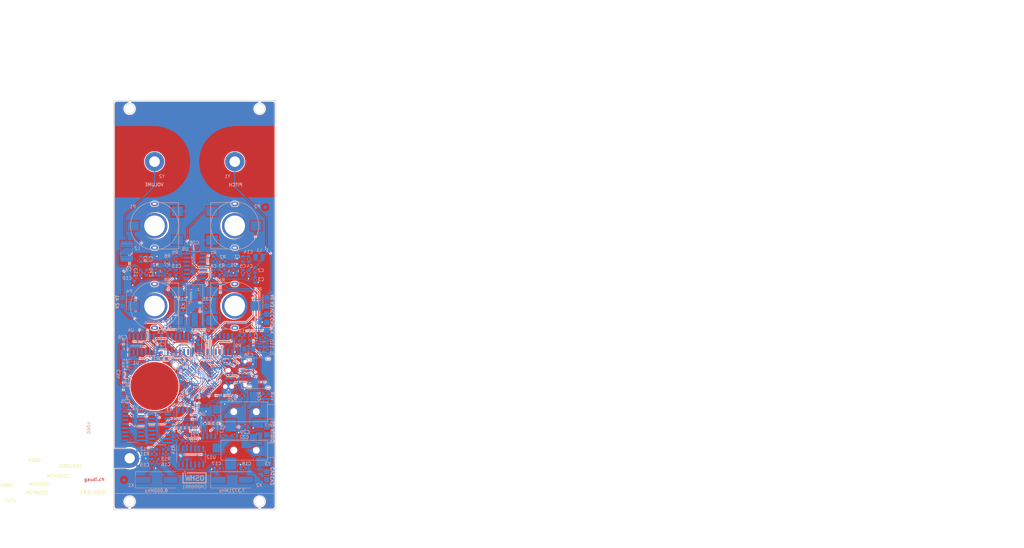
<source format=kicad_pcb>
(kicad_pcb (version 20171130) (host pcbnew 5.1.5+dfsg1-2build2)
  (layers (0 F.Cu signal) (31 B.Cu signal) (34 B.Paste user) (35 F.Paste user) (36 B.SilkS user) (37 F.SilkS user) (38 B.Mask user hide) (39 F.Mask user) (44 Edge.Cuts user))
  (net 0 "")
  (net 1 "Net-(U5-Pad10)")
  (net 2 "Net-(C2-Pad1)")
  (net 3 "Net-(C1-Pad1)")
  (net 4 "Net-(C6-Pad1)")
  (net 5 VDD)
  (net 6 GND)
  (net 7 "Net-(C10-Pad1)")
  (net 8 "Net-(R1-Pad1)")
  (net 9 VoutB)
  (net 10 "Net-(C13-Pad1)")
  (net 11 "Net-(C15-Pad1)")
  (net 12 "Net-(C16-Pad1)")
  (net 13 "Net-(R13-Pad1)")
  (net 14 "Net-(C17-Pad1)")
  (net 15 "Net-(C18-Pad1)")
  (net 16 VCC)
  (net 17 "Net-(U3-Pad7)")
  (net 18 BUT)
  (net 19 VO_PITCH)
  (net 20 VO_VOL)
  (net 21 F_PITCH)
  (net 22 F_VOL)
  (net 23 "Net-(C5-Pad2)")
  (net 24 DAC_LATCH)
  (net 25 DAC_DI)
  (net 26 DAC_SCK)
  (net 27 DAC_CS)
  (net 28 DAC2_CS)
  (net 29 "Net-(C2-Pad2)")
  (net 30 VrefB)
  (net 31 "Net-(C22-Pad1)")
  (net 32 "Net-(R17-Pad1)")
  (net 33 A0)
  (net 34 A1)
  (net 35 A2)
  (net 36 A3)
  (net 37 LED_RED)
  (net 38 "Net-(C7-Pad1)")
  (net 39 "Net-(C11-Pad1)")
  (net 40 "Net-(C12-Pad2)")
  (net 41 "Net-(R4-Pad2)")
  (net 42 "Net-(R5-Pad1)")
  (net 43 SAMPLE_CLK)
  (net 44 "Net-(C29-Pad1)")
  (net 45 "Net-(C29-Pad2)")
  (net 46 "Net-(U5-Pad1)")
  (net 47 "Net-(J1-PadS1)")
  (net 48 "Net-(C19-Pad1)")
  (net 49 "Net-(C30-Pad1)")
  (net 50 "Net-(C31-Pad1)")
  (net 51 RESET)
  (net 52 "Net-(C32-Pad2)")
  (net 53 "Net-(C33-Pad1)")
  (net 54 D-)
  (net 55 D+)
  (net 56 TXD)
  (net 57 "Net-(R9-Pad1)")
  (net 58 "Net-(R10-Pad1)")
  (net 59 RXD)
  (net 60 "Net-(C34-Pad1)")
  (net 61 MISO)
  (net 62 "Net-(D3-Pad4)")
  (net 63 "Net-(D3-Pad3)")
  (net 64 LED_BLUE)
  (net 65 EX_CLK)
  (net 66 "Net-(U2-Pad5)")
  (net 67 VREF)
  (net 68 DAC3_CS)
  (net 69 "Net-(J1-PadB5)")
  (net 70 "Net-(J1-PadA5)")
  (net 71 "Net-(P7-Pad1)")
  (net 72 "Net-(P15-Pad1)")
  (module GaudiLabsFootPrints:PS15NV60 (layer B.Cu) (at 112.5 75.75 90)
    (fp_text reference P2 (at 5.976 6.9945 180) (layer B.SilkS) (effects (justify mirror)))
    (fp_text value 10k)
    (pad "" thru_hole circle (at 0 0 90) (size 8 8) (drill 6.4) (layers *.Cu *.Mask))
    (pad 3 smd rect (at 4.5 -7.15 90) (size 3 3.5) (layers B.Cu B.Paste B.Mask) (net 16 VCC))
    (pad 1 smd rect (at -4.5 -7.15 90) (size 3 3.5) (layers B.Cu B.Paste B.Mask) (net 6 GND))
    (pad 2 smd rect (at 0 6.65 90) (size 3 3.5) (layers B.Cu B.Paste B.Mask) (net 33 A0))
    (pad "" thru_hole oval (at 6.85 0 90) (size 1.5 2.2) (drill oval 0.6 1.2) (layers *.Cu *.Mask B.Paste))
    (pad "" thru_hole oval (at -6.85 0 90) (size 1.5 2.2) (drill oval 0.6 1.2) (layers *.Cu *.Mask B.Paste))
  )
  (module GaudiLabsFootPrints:PS15NV60 (layer B.Cu) (at 87.5 75.75 270)
    (fp_text reference P1 (at -5.976 6.804 180) (layer B.SilkS) (effects (justify mirror)))
    (fp_text value 10k)
    (pad "" thru_hole circle (at 0 0 270) (size 8 8) (drill 6.4) (layers *.Cu *.Mask))
    (pad 3 smd rect (at 4.5 -7.15 270) (size 3 3.5) (layers B.Cu B.Paste B.Mask) (net 16 VCC))
    (pad 1 smd rect (at -4.5 -7.15 270) (size 3 3.5) (layers B.Cu B.Paste B.Mask) (net 6 GND))
    (pad 2 smd rect (at 0 6.65 270) (size 3 3.5) (layers B.Cu B.Paste B.Mask) (net 34 A1))
    (pad "" thru_hole oval (at 6.85 0 270) (size 1.5 2.2) (drill oval 0.6 1.2) (layers *.Cu *.Mask B.Paste))
    (pad "" thru_hole oval (at -6.85 0 270) (size 1.5 2.2) (drill oval 0.6 1.2) (layers *.Cu *.Mask B.Paste))
  )
  (module GaudiLabsFootPrints:PS15NV60 (layer B.Cu) (at 87.5 100.75 270)
    (fp_text reference P4 (at -4.56 7.8835 180) (layer B.SilkS) (effects (justify mirror)))
    (fp_text value 10k)
    (pad "" thru_hole circle (at 0 0 270) (size 8 8) (drill 6.4) (layers *.Cu *.Mask))
    (pad 3 smd rect (at 4.5 -7.15 270) (size 3 3.5) (layers B.Cu B.Paste B.Mask) (net 16 VCC))
    (pad 1 smd rect (at -4.5 -7.15 270) (size 3 3.5) (layers B.Cu B.Paste B.Mask) (net 6 GND))
    (pad 2 smd rect (at 0 6.65 270) (size 3 3.5) (layers B.Cu B.Paste B.Mask) (net 35 A2))
    (pad "" thru_hole oval (at 6.85 0 270) (size 1.5 2.2) (drill oval 0.6 1.2) (layers *.Cu *.Mask B.Paste))
    (pad "" thru_hole oval (at -6.85 0 270) (size 1.5 2.2) (drill oval 0.6 1.2) (layers *.Cu *.Mask B.Paste))
  )
  (module GaudiLabsFootPrints:PS15NV60 (layer B.Cu) (at 112.5 100.75 90)
    (fp_text reference P3 (at 5.1315 7.5025 180) (layer B.SilkS) (effects (justify mirror)))
    (fp_text value 10k)
    (pad "" thru_hole circle (at 0 0 90) (size 8 8) (drill 6.4) (layers *.Cu *.Mask))
    (pad 3 smd rect (at 4.5 -7.15 90) (size 3 3.5) (layers B.Cu B.Paste B.Mask) (net 16 VCC))
    (pad 1 smd rect (at -4.5 -7.15 90) (size 3 3.5) (layers B.Cu B.Paste B.Mask) (net 6 GND))
    (pad 2 smd rect (at 0 6.65 90) (size 3 3.5) (layers B.Cu B.Paste B.Mask) (net 36 A3))
    (pad "" thru_hole oval (at 6.85 0 90) (size 1.5 2.2) (drill oval 0.6 1.2) (layers *.Cu *.Mask B.Paste))
    (pad "" thru_hole oval (at -6.85 0 90) (size 1.5 2.2) (drill oval 0.6 1.2) (layers *.Cu *.Mask B.Paste))
  )
  (module GaudiLabsFootPrints:SensorButton (layer F.Cu) (at 87.5 125.75)
    (fp_text reference P10 hide)
    (fp_text value BUTTON)
    (pad 1 smd circle (at 0 0) (size 15 15) (layers F.Cu F.Mask) (net 60 "Net-(C34-Pad1)"))
  )
  (module GaudiLabsFootPrints:GNDPad (layer F.Cu) (at 79.75 148.25)
    (fp_text reference GROUND1 (at -18.3072 2.4992) (layer F.SilkS))
    (fp_text value GND_PAD)
    (pad "" smd rect (at -2.5 0 180) (size 5 6) (layers B.Cu B.Mask))
    (pad 1 thru_hole circle (at 0 0) (size 6 6) (drill 3.2) (layers *.Cu *.Mask) (net 6 GND))
    (pad "" smd rect (at -2.5 0) (size 5 6) (layers F.Cu F.Mask))
  )
  (module Package_QFP:TQFP-32_7x7mm_P0.8mm (layer B.Cu) (at 101.494039 123.940753 45)
    (fp_text reference U9 (at -6.578417 0.424411 180) (layer B.SilkS) (effects (justify mirror)))
    (fp_text value ATmega328P-AU)
    (pad 1 smd rect (at -4.25 2.8 45) (size 1.6 0.55) (layers B.Cu B.Paste B.Mask) (net 43 SAMPLE_CLK))
    (pad 2 smd rect (at -4.25 2 45) (size 1.6 0.55) (layers B.Cu B.Paste B.Mask) (net 20 VO_VOL))
    (pad 3 smd rect (at -4.25 1.2 45) (size 1.6 0.55) (layers B.Cu B.Paste B.Mask) (net 6 GND))
    (pad 4 smd rect (at -4.25 0.4 45) (size 1.6 0.55) (layers B.Cu B.Paste B.Mask) (net 16 VCC))
    (pad 5 smd rect (at -4.25 -0.4 45) (size 1.6 0.55) (layers B.Cu B.Paste B.Mask) (net 6 GND))
    (pad 6 smd rect (at -4.25 -1.2 45) (size 1.6 0.55) (layers B.Cu B.Paste B.Mask) (net 16 VCC))
    (pad 7 smd rect (at -4.25 -2 45) (size 1.6 0.55) (layers B.Cu B.Paste B.Mask) (net 65 EX_CLK))
    (pad 8 smd rect (at -4.25 -2.8 45) (size 1.6 0.55) (layers B.Cu B.Paste B.Mask))
    (pad 9 smd rect (at -2.8 -4.25 315) (size 1.6 0.55) (layers B.Cu B.Paste B.Mask) (net 19 VO_PITCH))
    (pad 10 smd rect (at -2 -4.25 315) (size 1.6 0.55) (layers B.Cu B.Paste B.Mask) (net 18 BUT))
    (pad 11 smd rect (at -1.2 -4.25 315) (size 1.6 0.55) (layers B.Cu B.Paste B.Mask) (net 24 DAC_LATCH))
    (pad 12 smd rect (at -0.4 -4.25 315) (size 1.6 0.55) (layers B.Cu B.Paste B.Mask) (net 21 F_PITCH))
    (pad 13 smd rect (at 0.4 -4.25 315) (size 1.6 0.55) (layers B.Cu B.Paste B.Mask) (net 28 DAC2_CS))
    (pad 14 smd rect (at 1.2 -4.25 315) (size 1.6 0.55) (layers B.Cu B.Paste B.Mask) (net 27 DAC_CS))
    (pad 15 smd rect (at 2 -4.25 315) (size 1.6 0.55) (layers B.Cu B.Paste B.Mask) (net 25 DAC_DI))
    (pad 16 smd rect (at 2.8 -4.25 315) (size 1.6 0.55) (layers B.Cu B.Paste B.Mask) (net 61 MISO))
    (pad 17 smd rect (at 4.25 -2.8 45) (size 1.6 0.55) (layers B.Cu B.Paste B.Mask) (net 26 DAC_SCK))
    (pad 18 smd rect (at 4.25 -2 45) (size 1.6 0.55) (layers B.Cu B.Paste B.Mask) (net 16 VCC))
    (pad 19 smd rect (at 4.25 -1.2 45) (size 1.6 0.55) (layers B.Cu B.Paste B.Mask) (net 68 DAC3_CS))
    (pad 20 smd rect (at 4.25 -0.4 45) (size 1.6 0.55) (layers B.Cu B.Paste B.Mask) (net 53 "Net-(C33-Pad1)"))
    (pad 21 smd rect (at 4.25 0.4 45) (size 1.6 0.55) (layers B.Cu B.Paste B.Mask) (net 6 GND))
    (pad 22 smd rect (at 4.25 1.2 45) (size 1.6 0.55) (layers B.Cu B.Paste B.Mask))
    (pad 23 smd rect (at 4.25 2 45) (size 1.6 0.55) (layers B.Cu B.Paste B.Mask) (net 33 A0))
    (pad 24 smd rect (at 4.25 2.8 45) (size 1.6 0.55) (layers B.Cu B.Paste B.Mask) (net 34 A1))
    (pad 25 smd rect (at 2.8 4.25 315) (size 1.6 0.55) (layers B.Cu B.Paste B.Mask) (net 35 A2))
    (pad 26 smd rect (at 2 4.25 315) (size 1.6 0.55) (layers B.Cu B.Paste B.Mask) (net 36 A3))
    (pad 27 smd rect (at 1.2 4.25 315) (size 1.6 0.55) (layers B.Cu B.Paste B.Mask) (net 64 LED_BLUE))
    (pad 28 smd rect (at 0.4 4.25 315) (size 1.6 0.55) (layers B.Cu B.Paste B.Mask) (net 37 LED_RED))
    (pad 29 smd rect (at -0.4 4.25 315) (size 1.6 0.55) (layers B.Cu B.Paste B.Mask) (net 51 RESET))
    (pad 30 smd rect (at -1.2 4.25 315) (size 1.6 0.55) (layers B.Cu B.Paste B.Mask) (net 56 TXD))
    (pad 31 smd rect (at -2 4.25 315) (size 1.6 0.55) (layers B.Cu B.Paste B.Mask) (net 59 RXD))
    (pad 32 smd rect (at -2.8 4.25 315) (size 1.6 0.55) (layers B.Cu B.Paste B.Mask) (net 22 F_VOL))
  )
  (module Capacitor_SMD:C_0603_1608Metric (layer B.Cu) (at 83.109 90.3225 270)
    (fp_text reference C11 (at 0 1.43 90) (layer B.SilkS) (effects (justify mirror)))
    (fp_text value 10pF)
    (pad 2 smd roundrect (at 0.7875 0 270) (size 0.875 0.95) (layers B.Cu B.Paste B.Mask) (net 6 GND))
    (pad 1 smd roundrect (at -0.7875 0 270) (size 0.875 0.95) (layers B.Cu B.Paste B.Mask) (net 39 "Net-(C11-Pad1)"))
  )
  (module Capacitor_SMD:C_0603_1608Metric (layer B.Cu) (at 116.891 86.1315 90)
    (fp_text reference C14 (at 2.206 -0.1905) (layer B.SilkS) (effects (justify mirror)))
    (fp_text value "not assembled")
    (pad 1 smd roundrect (at -0.7875 0 90) (size 0.875 0.95) (layers B.Cu B.Paste B.Mask) (net 3 "Net-(C1-Pad1)"))
    (pad 2 smd roundrect (at 0.7875 0 90) (size 0.875 0.95) (layers B.Cu B.Paste B.Mask) (net 6 GND))
  )
  (module Resistor_SMD:R_0603_1608Metric (layer B.Cu) (at 108.509 89.332)
    (fp_text reference R3 (at -0.0635 -1.143) (layer B.SilkS) (effects (justify mirror)))
    (fp_text value 100k)
    (pad 1 smd roundrect (at -0.7875 0) (size 0.875 0.95) (layers B.Cu B.Paste B.Mask) (net 4 "Net-(C6-Pad1)"))
    (pad 2 smd roundrect (at 0.7875 0) (size 0.875 0.95) (layers B.Cu B.Paste B.Mask) (net 23 "Net-(C5-Pad2)"))
  )
  (module Capacitor_SMD:C_0603_1608Metric (layer B.Cu) (at 114.986 90.348 90)
    (fp_text reference C5 (at 2.032 0) (layer B.SilkS) (effects (justify mirror)))
    (fp_text value 470pF)
    (pad 1 smd roundrect (at -0.7875 0 90) (size 0.875 0.95) (layers B.Cu B.Paste B.Mask) (net 2 "Net-(C2-Pad1)"))
    (pad 2 smd roundrect (at 0.7875 0 90) (size 0.875 0.95) (layers B.Cu B.Paste B.Mask) (net 23 "Net-(C5-Pad2)"))
  )
  (module Capacitor_SMD:C_0603_1608Metric (layer B.Cu) (at 116.891 90.348 270)
    (fp_text reference C4 (at -2.032 -0.254) (layer B.SilkS) (effects (justify mirror)))
    (fp_text value "not assembled")
    (pad 2 smd roundrect (at 0.7875 0 270) (size 0.875 0.95) (layers B.Cu B.Paste B.Mask) (net 6 GND))
    (pad 1 smd roundrect (at -0.7875 0 270) (size 0.875 0.95) (layers B.Cu B.Paste B.Mask) (net 2 "Net-(C2-Pad1)"))
  )
  (module Capacitor_SMD:C_0603_1608Metric (layer B.Cu) (at 118.796 92.6595 270)
    (fp_text reference C3 (at -0.216 -1.905) (layer B.SilkS) (effects (justify mirror)))
    (fp_text value 150pF)
    (pad 1 smd roundrect (at -0.7875 0 270) (size 0.875 0.95) (layers B.Cu B.Paste B.Mask) (net 29 "Net-(C2-Pad2)"))
    (pad 2 smd roundrect (at 0.7875 0 270) (size 0.875 0.95) (layers B.Cu B.Paste B.Mask) (net 6 GND))
  )
  (module TO_SOT_Packages_SMD:SOT-23 (layer B.Cu) (at 112.126 90.25 180)
    (fp_text reference D1 (at 0 2.286 180) (layer B.SilkS) (effects (justify mirror)))
    (fp_text value BB914)
    (pad 1 smd rect (at -0.95 -1.00076 180) (size 0.8001 0.8001) (layers B.Cu B.Paste B.Mask) (net 6 GND))
    (pad 2 smd rect (at 0.95 -1.00076 180) (size 0.8001 0.8001) (layers B.Cu B.Paste B.Mask) (net 6 GND))
    (pad 3 smd rect (at 0 0.99822 180) (size 0.8001 0.8001) (layers B.Cu B.Paste B.Mask) (net 23 "Net-(C5-Pad2)"))
  )
  (module Inductor_SMD:L_1008_2520Metric (layer B.Cu) (at 120.066 85.522 180)
    (fp_text reference L1 (at 0 2.159) (layer B.SilkS) (effects (justify mirror)))
    (fp_text value 1mH)
    (pad 1 smd roundrect (at -1.075 0 180) (size 1.25 2.2) (layers B.Cu B.Paste B.Mask) (roundrect_rratio 0.2) (net 2 "Net-(C2-Pad1)"))
    (pad 2 smd roundrect (at 1.075 0 180) (size 1.25 2.2) (layers B.Cu B.Paste B.Mask) (roundrect_rratio 0.2) (net 3 "Net-(C1-Pad1)"))
  )
  (module Capacitor_SMD:C_0603_1608Metric (layer B.Cu) (at 114.986 86.1315 90)
    (fp_text reference C1 (at 0.7365 -1.778) (layer B.SilkS) (effects (justify mirror)))
    (fp_text value 220pF)
    (pad 2 smd roundrect (at 0.7875 0 90) (size 0.875 0.95) (layers B.Cu B.Paste B.Mask) (net 6 GND))
    (pad 1 smd roundrect (at -0.7875 0 90) (size 0.875 0.95) (layers B.Cu B.Paste B.Mask) (net 3 "Net-(C1-Pad1)"))
  )
  (module Capacitor_SMD:C_0603_1608Metric (layer B.Cu) (at 118.796 89.5605 270)
    (fp_text reference C2 (at 0.089 -1.8415) (layer B.SilkS) (effects (justify mirror)))
    (fp_text value 150pF)
    (pad 1 smd roundrect (at -0.7875 0 270) (size 0.875 0.95) (layers B.Cu B.Paste B.Mask) (net 2 "Net-(C2-Pad1)"))
    (pad 2 smd roundrect (at 0.7875 0 270) (size 0.875 0.95) (layers B.Cu B.Paste B.Mask) (net 29 "Net-(C2-Pad2)"))
  )
  (module GaudiLabsFootPrints:COIL (layer B.Cu) (at 78.791 83.73 180)
    (fp_text reference L2 (at -3.302 0.9385) (layer B.SilkS) (effects (justify mirror)))
    (fp_text value 1mH)
    (pad 2 smd rect (at 0 -2.3 180) (size 3.81 1.9304) (layers B.Cu B.Paste B.Mask) (net 38 "Net-(C7-Pad1)"))
    (pad 1 smd rect (at 0 2.3 180) (size 3.81 1.9304) (layers B.Cu B.Paste B.Mask) (net 39 "Net-(C11-Pad1)"))
  )
  (module TO_SOT_Packages_SMD:SOT-23 (layer B.Cu) (at 87.874 90.23624 180)
    (fp_text reference D2 (at 0 2.286) (layer B.SilkS) (effects (justify mirror)))
    (fp_text value BB914)
    (pad 1 smd rect (at -0.95 -1.00076 180) (size 0.8001 0.8001) (layers B.Cu B.Paste B.Mask) (net 6 GND))
    (pad 2 smd rect (at 0.95 -1.00076 180) (size 0.8001 0.8001) (layers B.Cu B.Paste B.Mask) (net 6 GND))
    (pad 3 smd rect (at 0 0.99822 180) (size 0.8001 0.8001) (layers B.Cu B.Paste B.Mask) (net 40 "Net-(C12-Pad2)"))
  )
  (module GaudiLabsLogos:Peace_logo (layer F.Cu) (at 119.05 172.6948)
    (fp_text reference G*** hide)
    (fp_text value LOGO hide)
  )
  (module GaudiLabsLogos:OT_gold_logo (layer B.Cu) (at 98.222 10.084 180)
    (fp_text reference G*** hide)
    (fp_text value LOGO hide)
  )
  (module GaudiLabsLogos:OT_gold_gnd (layer B.Cu) (at 74.1936 168.7832 180)
    (fp_text reference G*** hide)
    (fp_text value LOGO hide)
  )
  (module GaudiLabsLogos:OpenHardware_gold (layer F.Cu) (at 96.952 172.136)
    (fp_text reference G*** hide)
    (fp_text value LOGO hide)
  )
  (module GaudiLabsLogos:OT_credits (layer F.Cu) (at 100.889 20.4345)
    (fp_text reference G*** hide)
    (fp_text value LOGO hide)
  )
  (module GaudiLabsLogos:OSHW_OT3 (layer B.Cu) (at 100 154.991 180)
    (fp_text reference G*** hide)
    (fp_text value LOGO hide)
  )
  (module GaudiLabsFootPrints:AntennaMountHole (layer F.Cu) (at 112.5 55.75)
    (fp_text reference Y1 (at -2.2765 4.5625) (layer B.SilkS) (effects (justify mirror)))
    (fp_text value MountPad3)
    (pad 1 thru_hole circle (at 0 0) (size 6 6) (drill 3.3) (layers *.Cu *.Mask) (net 2 "Net-(C2-Pad1)"))
  )
  (module GaudiLabsFootPrints:AntennaMountHole (layer F.Cu) (at 87.5 55.75)
    (fp_text reference Y2 (at 2.2765 4.5625) (layer B.SilkS) (effects (justify mirror)))
    (fp_text value MountPad3)
    (pad 1 thru_hole circle (at 0 0) (size 6 6) (drill 3.3) (layers *.Cu *.Mask) (net 39 "Net-(C11-Pad1)"))
  )
  (module GaudiLabsFootPrints:USB_C_Receptacle_Amphenol_12401610E4-2A (layer B.Cu) (at 120.05 121.75 270)
    (fp_text reference J1 (at -6.2485 -4.0165) (layer B.SilkS) (effects (justify mirror)))
    (fp_text value USB_C_Receptacle)
    (pad B12 smd rect (at -3 3.32 270) (size 0.3 0.7) (layers B.Cu B.Paste B.Mask) (net 6 GND))
    (pad B11 smd rect (at -2.5 3.32 270) (size 0.3 0.7) (layers B.Cu B.Paste B.Mask))
    (pad B10 smd rect (at -2 3.32 270) (size 0.3 0.7) (layers B.Cu B.Paste B.Mask))
    (pad B9 smd rect (at -1.5 3.32 270) (size 0.3 0.7) (layers B.Cu B.Paste B.Mask) (net 16 VCC))
    (pad B8 smd rect (at -1 3.32 270) (size 0.3 0.7) (layers B.Cu B.Paste B.Mask))
    (pad B7 smd rect (at -0.5 3.32 270) (size 0.3 0.7) (layers B.Cu B.Paste B.Mask) (net 54 D-))
    (pad B6 smd rect (at 0 3.32 270) (size 0.3 0.7) (layers B.Cu B.Paste B.Mask) (net 55 D+))
    (pad B5 smd rect (at 0.5 3.32 270) (size 0.3 0.7) (layers B.Cu B.Paste B.Mask) (net 69 "Net-(J1-PadB5)"))
    (pad B4 smd rect (at 1 3.32 270) (size 0.3 0.7) (layers B.Cu B.Paste B.Mask) (net 16 VCC))
    (pad B3 smd rect (at 1.5 3.32 270) (size 0.3 0.7) (layers B.Cu B.Paste B.Mask))
    (pad B2 smd rect (at 2 3.32 270) (size 0.3 0.7) (layers B.Cu B.Paste B.Mask))
    (pad "" np_thru_hole circle (at -3.6 4.36 270) (size 0.65 0.65) (drill 0.65) (layers *.Cu *.Mask))
    (pad "" np_thru_hole oval (at 3.6 4.36 270) (size 0.95 0.65) (drill oval 0.95 0.65) (layers *.Cu *.Mask))
    (pad S1 thru_hole oval (at -4.49 -2.84 270) (size 0.8 1.4) (drill oval 0.5 1.1) (layers *.Cu *.Mask B.Paste) (net 47 "Net-(J1-PadS1)"))
    (pad S1 thru_hole oval (at 4.49 -2.84 270) (size 0.8 1.4) (drill oval 0.5 1.1) (layers *.Cu *.Mask B.Paste) (net 47 "Net-(J1-PadS1)"))
    (pad S1 thru_hole oval (at 4.13 3.11 270) (size 0.8 1.4) (drill oval 0.5 1.1) (layers *.Cu *.Mask B.Paste) (net 47 "Net-(J1-PadS1)"))
    (pad B1 smd rect (at 2.5 3.32 270) (size 0.3 0.7) (layers B.Cu B.Paste B.Mask) (net 6 GND))
    (pad A11 smd rect (at 2.25 5.02 270) (size 0.3 0.7) (layers B.Cu B.Paste B.Mask))
    (pad A8 smd rect (at 0.75 5.02 270) (size 0.3 0.7) (layers B.Cu B.Paste B.Mask))
    (pad A9 smd rect (at 1.25 5.02 270) (size 0.3 0.7) (layers B.Cu B.Paste B.Mask) (net 16 VCC))
    (pad A10 smd rect (at 1.75 5.02 270) (size 0.3 0.7) (layers B.Cu B.Paste B.Mask))
    (pad A12 smd rect (at 2.75 5.02 270) (size 0.3 0.7) (layers B.Cu B.Paste B.Mask) (net 6 GND))
    (pad A7 smd rect (at 0.25 5.02 270) (size 0.3 0.7) (layers B.Cu B.Paste B.Mask) (net 54 D-))
    (pad A6 smd rect (at -0.25 5.02 270) (size 0.3 0.7) (layers B.Cu B.Paste B.Mask) (net 55 D+))
    (pad A5 smd rect (at -0.75 5.02 270) (size 0.3 0.7) (layers B.Cu B.Paste B.Mask) (net 70 "Net-(J1-PadA5)"))
    (pad A4 smd rect (at -1.25 5.02 270) (size 0.3 0.7) (layers B.Cu B.Paste B.Mask) (net 16 VCC))
    (pad A3 smd rect (at -1.75 5.02 270) (size 0.3 0.7) (layers B.Cu B.Paste B.Mask))
    (pad A2 smd rect (at -2.25 5.02 270) (size 0.3 0.7) (layers B.Cu B.Paste B.Mask))
    (pad A1 smd rect (at -2.75 5.02 270) (size 0.3 0.7) (layers B.Cu B.Paste B.Mask) (net 6 GND))
    (pad S1 thru_hole oval (at -4.13 3.11 270) (size 0.8 1.4) (drill oval 0.5 1.1) (layers *.Cu *.Mask B.Paste) (net 47 "Net-(J1-PadS1)"))
  )
  (module Capacitor_SMD:C_0603_1608Metric (layer B.Cu) (at 105.842 90.3 270)
    (fp_text reference C6 (at -1.984 0) (layer B.SilkS) (effects (justify mirror)))
    (fp_text value 100nF)
    (pad 1 smd roundrect (at -0.7875 0 270) (size 0.875 0.95) (layers B.Cu B.Paste B.Mask) (net 4 "Net-(C6-Pad1)"))
    (pad 2 smd roundrect (at 0.7875 0 270) (size 0.875 0.95) (layers B.Cu B.Paste B.Mask) (net 6 GND))
  )
  (module Capacitor_SMD:C_0603_1608Metric (layer B.Cu) (at 85.014 86.1315 90)
    (fp_text reference C7 (at 0 1.43 90) (layer B.SilkS) (effects (justify mirror)))
    (fp_text value "not assembled")
    (pad 2 smd roundrect (at 0.7875 0 90) (size 0.875 0.95) (layers B.Cu B.Paste B.Mask) (net 6 GND))
    (pad 1 smd roundrect (at -0.7875 0 90) (size 0.875 0.95) (layers B.Cu B.Paste B.Mask) (net 38 "Net-(C7-Pad1)"))
  )
  (module Capacitor_SMD:C_0603_1608Metric (layer B.Cu) (at 83.236 86.1315 90)
    (fp_text reference C8 (at 0 1.43 90) (layer B.SilkS) (effects (justify mirror)))
    (fp_text value 330pF)
    (pad 1 smd roundrect (at -0.7875 0 90) (size 0.875 0.95) (layers B.Cu B.Paste B.Mask) (net 38 "Net-(C7-Pad1)"))
    (pad 2 smd roundrect (at 0.7875 0 90) (size 0.875 0.95) (layers B.Cu B.Paste B.Mask) (net 6 GND))
  )
  (module Capacitor_SMD:C_0603_1608Metric (layer B.Cu) (at 81.204 88.951 270)
    (fp_text reference C9 (at 0.381 1.7145 180) (layer B.SilkS) (effects (justify mirror)))
    (fp_text value 150pF)
    (pad 1 smd roundrect (at -0.7875 0 270) (size 0.875 0.95) (layers B.Cu B.Paste B.Mask) (net 39 "Net-(C11-Pad1)"))
    (pad 2 smd roundrect (at 0.7875 0 270) (size 0.875 0.95) (layers B.Cu B.Paste B.Mask) (net 7 "Net-(C10-Pad1)"))
  )
  (module Capacitor_SMD:C_0603_1608Metric (layer B.Cu) (at 81.204 92.1515 270)
    (fp_text reference C10 (at -0.089 2.2225 180) (layer B.SilkS) (effects (justify mirror)))
    (fp_text value 150pF)
    (pad 2 smd roundrect (at 0.7875 0 270) (size 0.875 0.95) (layers B.Cu B.Paste B.Mask) (net 6 GND))
    (pad 1 smd roundrect (at -0.7875 0 270) (size 0.875 0.95) (layers B.Cu B.Paste B.Mask) (net 7 "Net-(C10-Pad1)"))
  )
  (module Capacitor_SMD:C_0603_1608Metric (layer B.Cu) (at 85.014 90.3225 90)
    (fp_text reference C12 (at 0 1.43 90) (layer B.SilkS) (effects (justify mirror)))
    (fp_text value 470pF)
    (pad 1 smd roundrect (at -0.7875 0 90) (size 0.875 0.95) (layers B.Cu B.Paste B.Mask) (net 39 "Net-(C11-Pad1)"))
    (pad 2 smd roundrect (at 0.7875 0 90) (size 0.875 0.95) (layers B.Cu B.Paste B.Mask) (net 40 "Net-(C12-Pad2)"))
  )
  (module Capacitor_SMD:C_0603_1608Metric (layer B.Cu) (at 94.158 90.3225 270)
    (fp_text reference C13 (at -2.0065 -0.254 180) (layer B.SilkS) (effects (justify mirror)))
    (fp_text value 100nF)
    (pad 2 smd roundrect (at 0.7875 0 270) (size 0.875 0.95) (layers B.Cu B.Paste B.Mask) (net 6 GND))
    (pad 1 smd roundrect (at -0.7875 0 270) (size 0.875 0.95) (layers B.Cu B.Paste B.Mask) (net 10 "Net-(C13-Pad1)"))
  )
  (module Capacitor_SMD:C_0603_1608Metric (layer B.Cu) (at 86.665 149.2505 90)
    (fp_text reference C15 (at -1.0415 -2.2225) (layer B.SilkS) (effects (justify mirror)))
    (fp_text value 33pF)
    (pad 2 smd roundrect (at 0.7875 0 90) (size 0.875 0.95) (layers B.Cu B.Paste B.Mask) (net 6 GND))
    (pad 1 smd roundrect (at -0.7875 0 90) (size 0.875 0.95) (layers B.Cu B.Paste B.Mask) (net 11 "Net-(C15-Pad1)"))
  )
  (module Capacitor_SMD:C_0603_1608Metric (layer B.Cu) (at 88.697 149.276 90)
    (fp_text reference C16 (at -0.889 2.286 180) (layer B.SilkS) (effects (justify mirror)))
    (fp_text value 33pF)
    (pad 2 smd roundrect (at 0.7875 0 90) (size 0.875 0.95) (layers B.Cu B.Paste B.Mask) (net 6 GND))
    (pad 1 smd roundrect (at -0.7875 0 90) (size 0.875 0.95) (layers B.Cu B.Paste B.Mask) (net 12 "Net-(C16-Pad1)"))
  )
  (module Capacitor_SMD:C_0603_1608Metric (layer B.Cu) (at 107.0485 151.308 180)
    (fp_text reference C17 (at 0.2413 1.397) (layer B.SilkS) (effects (justify mirror)))
    (fp_text value 33pF)
    (pad 1 smd roundrect (at -0.7875 0 180) (size 0.875 0.95) (layers B.Cu B.Paste B.Mask) (net 14 "Net-(C17-Pad1)"))
    (pad 2 smd roundrect (at 0.7875 0 180) (size 0.875 0.95) (layers B.Cu B.Paste B.Mask) (net 6 GND))
  )
  (module Capacitor_SMD:C_0603_1608Metric (layer B.Cu) (at 115.1765 151.308 180)
    (fp_text reference C18 (at -1.0287 1.397) (layer B.SilkS) (effects (justify mirror)))
    (fp_text value 33pF)
    (pad 2 smd roundrect (at 0.7875 0 180) (size 0.875 0.95) (layers B.Cu B.Paste B.Mask) (net 6 GND))
    (pad 1 smd roundrect (at -0.7875 0 180) (size 0.875 0.95) (layers B.Cu B.Paste B.Mask) (net 15 "Net-(C18-Pad1)"))
  )
  (module Capacitor_SMD:C_0603_1608Metric (layer B.Cu) (at 89.586 114.478 270)
    (fp_text reference C20 (at -1.7145 0.127 180) (layer B.SilkS) (effects (justify mirror)))
    (fp_text value 100n)
    (pad 2 smd roundrect (at 0.7875 0 270) (size 0.875 0.95) (layers B.Cu B.Paste B.Mask) (net 6 GND))
    (pad 1 smd roundrect (at -0.7875 0 270) (size 0.875 0.95) (layers B.Cu B.Paste B.Mask) (net 30 VrefB))
  )
  (module Capacitor_SMD:C_0603_1608Metric (layer B.Cu) (at 97.079 141.021 180)
    (fp_text reference C21 (at -2.921 -0.0635 180) (layer B.SilkS) (effects (justify mirror)))
    (fp_text value 100n)
    (pad 1 smd roundrect (at -0.7875 0 180) (size 0.875 0.95) (layers B.Cu B.Paste B.Mask) (net 67 VREF))
    (pad 2 smd roundrect (at 0.7875 0 180) (size 0.875 0.95) (layers B.Cu B.Paste B.Mask) (net 6 GND))
  )
  (module Capacitor_SMD:C_0603_1608Metric (layer B.Cu) (at 112.4 141.31)
    (fp_text reference C22 (at 3.0686 0.346) (layer B.SilkS) (effects (justify mirror)))
    (fp_text value 10n)
    (pad 2 smd roundrect (at 0.7875 0) (size 0.875 0.95) (layers B.Cu B.Paste B.Mask) (net 6 GND))
    (pad 1 smd roundrect (at -0.7875 0) (size 0.875 0.95) (layers B.Cu B.Paste B.Mask) (net 31 "Net-(C22-Pad1)"))
  )
  (module Capacitor_SMD:C_0603_1608Metric (layer B.Cu) (at 106.35 118.415)
    (fp_text reference C23 (at 0 -1.3335 180) (layer B.SilkS) (effects (justify mirror)))
    (fp_text value 100nF)
    (pad 2 smd roundrect (at 0.7875 0) (size 0.875 0.95) (layers B.Cu B.Paste B.Mask) (net 6 GND))
    (pad 1 smd roundrect (at -0.7875 0) (size 0.875 0.95) (layers B.Cu B.Paste B.Mask) (net 16 VCC))
  )
  (module Capacitor_SMD:C_0603_1608Metric (layer B.Cu) (at 94.3485 141.91 270)
    (fp_text reference C24 (at -3.048 0.762 90) (layer B.SilkS) (effects (justify mirror)))
    (fp_text value 100nF)
    (pad 2 smd roundrect (at 0.7875 0 270) (size 0.875 0.95) (layers B.Cu B.Paste B.Mask) (net 6 GND))
    (pad 1 smd roundrect (at -0.7875 0 270) (size 0.875 0.95) (layers B.Cu B.Paste B.Mask) (net 16 VCC))
  )
  (module Capacitor_SMD:C_0603_1608Metric (layer B.Cu) (at 78.664 131.877)
    (fp_text reference C25 (at -0.1905 -1.397) (layer B.SilkS) (effects (justify mirror)))
    (fp_text value 100nF)
    (pad 1 smd roundrect (at -0.7875 0) (size 0.875 0.95) (layers B.Cu B.Paste B.Mask) (net 16 VCC))
    (pad 2 smd roundrect (at 0.7875 0) (size 0.875 0.95) (layers B.Cu B.Paste B.Mask) (net 6 GND))
  )
  (module Capacitor_SMD:C_0603_1608Metric (layer B.Cu) (at 77.648 112.7 270)
    (fp_text reference C26 (at -2.2225 0.127) (layer B.SilkS) (effects (justify mirror)))
    (fp_text value 100nF)
    (pad 1 smd roundrect (at -0.7875 0 270) (size 0.875 0.95) (layers B.Cu B.Paste B.Mask) (net 16 VCC))
    (pad 2 smd roundrect (at 0.7875 0 270) (size 0.875 0.95) (layers B.Cu B.Paste B.Mask) (net 6 GND))
  )
  (module Capacitor_SMD:C_0603_1608Metric (layer B.Cu) (at 101.0795 110.4775 270)
    (fp_text reference C27 (at -2.159 0.635) (layer B.SilkS) (effects (justify mirror)))
    (fp_text value 100nF)
    (pad 2 smd roundrect (at 0.7875 0 270) (size 0.875 0.95) (layers B.Cu B.Paste B.Mask) (net 6 GND))
    (pad 1 smd roundrect (at -0.7875 0 270) (size 0.875 0.95) (layers B.Cu B.Paste B.Mask) (net 16 VCC))
  )
  (module Capacitor_SMD:C_0603_1608Metric (layer B.Cu) (at 99.9745 82.474 180)
    (fp_text reference C28 (at 0 1.43 180) (layer B.SilkS) (effects (justify mirror)))
    (fp_text value 100nF)
    (pad 1 smd roundrect (at -0.7875 0 180) (size 0.875 0.95) (layers B.Cu B.Paste B.Mask) (net 5 VDD))
    (pad 2 smd roundrect (at 0.7875 0 180) (size 0.875 0.95) (layers B.Cu B.Paste B.Mask) (net 6 GND))
  )
  (module Resistor_SMD:R_0603_1608Metric (layer B.Cu) (at 105.842 86.1315 270)
    (fp_text reference R1 (at -2.032 0 180) (layer B.SilkS) (effects (justify mirror)))
    (fp_text value 4.7M)
    (pad 1 smd roundrect (at -0.7875 0 270) (size 0.875 0.95) (layers B.Cu B.Paste B.Mask) (net 8 "Net-(R1-Pad1)"))
    (pad 2 smd roundrect (at 0.7875 0 270) (size 0.875 0.95) (layers B.Cu B.Paste B.Mask) (net 29 "Net-(C2-Pad2)"))
  )
  (module Resistor_SMD:R_0603_1608Metric (layer B.Cu) (at 108.763 86.919 180)
    (fp_text reference R2 (at 0 1.43) (layer B.SilkS) (effects (justify mirror)))
    (fp_text value 2.2k)
    (pad 2 smd roundrect (at 0.7875 0 180) (size 0.875 0.95) (layers B.Cu B.Paste B.Mask) (net 8 "Net-(R1-Pad1)"))
    (pad 1 smd roundrect (at -0.7875 0 180) (size 0.875 0.95) (layers B.Cu B.Paste B.Mask) (net 3 "Net-(C1-Pad1)"))
  )
  (module Resistor_SMD:R_0603_1608Metric (layer B.Cu) (at 108.509 91.11 180)
    (fp_text reference R4 (at 0 -1.524) (layer B.SilkS) (effects (justify mirror)))
    (fp_text value 100k)
    (pad 2 smd roundrect (at 0.7875 0 180) (size 0.875 0.95) (layers B.Cu B.Paste B.Mask) (net 41 "Net-(R4-Pad2)"))
    (pad 1 smd roundrect (at -0.7875 0 180) (size 0.875 0.95) (layers B.Cu B.Paste B.Mask) (net 4 "Net-(C6-Pad1)"))
  )
  (module Resistor_SMD:R_0603_1608Metric (layer B.Cu) (at 94.158 86.1315 270)
    (fp_text reference R5 (at -2.032 0.254 180) (layer B.SilkS) (effects (justify mirror)))
    (fp_text value 4.7M)
    (pad 2 smd roundrect (at 0.7875 0 270) (size 0.875 0.95) (layers B.Cu B.Paste B.Mask) (net 7 "Net-(C10-Pad1)"))
    (pad 1 smd roundrect (at -0.7875 0 270) (size 0.875 0.95) (layers B.Cu B.Paste B.Mask) (net 42 "Net-(R5-Pad1)"))
  )
  (module Resistor_SMD:R_0603_1608Metric (layer B.Cu) (at 91.4655 86.919)
    (fp_text reference R6 (at 0 -1.778) (layer B.SilkS) (effects (justify mirror)))
    (fp_text value 2.2k)
    (pad 1 smd roundrect (at -0.7875 0) (size 0.875 0.95) (layers B.Cu B.Paste B.Mask) (net 38 "Net-(C7-Pad1)"))
    (pad 2 smd roundrect (at 0.7875 0) (size 0.875 0.95) (layers B.Cu B.Paste B.Mask) (net 42 "Net-(R5-Pad1)"))
  )
  (module Resistor_SMD:R_0603_1608Metric (layer B.Cu) (at 91.4655 89.332 180)
    (fp_text reference R7 (at 0 1.43) (layer B.SilkS) (effects (justify mirror)))
    (fp_text value 100k)
    (pad 2 smd roundrect (at 0.7875 0 180) (size 0.875 0.95) (layers B.Cu B.Paste B.Mask) (net 40 "Net-(C12-Pad2)"))
    (pad 1 smd roundrect (at -0.7875 0 180) (size 0.875 0.95) (layers B.Cu B.Paste B.Mask) (net 10 "Net-(C13-Pad1)"))
  )
  (module Resistor_SMD:R_0603_1608Metric (layer B.Cu) (at 91.4655 91.11)
    (fp_text reference R8 (at 0 1.43) (layer B.SilkS) (effects (justify mirror)))
    (fp_text value 100k)
    (pad 1 smd roundrect (at -0.7875 0) (size 0.875 0.95) (layers B.Cu B.Paste B.Mask) (net 10 "Net-(C13-Pad1)"))
    (pad 2 smd roundrect (at 0.7875 0) (size 0.875 0.95) (layers B.Cu B.Paste B.Mask) (net 9 VoutB))
  )
  (module Resistor_SMD:R_0603_1608Metric (layer B.Cu) (at 87.427 146.99)
    (fp_text reference R11 (at -2.9845 -0.127) (layer B.SilkS) (effects (justify mirror)))
    (fp_text value 4.7M)
    (pad 1 smd roundrect (at -0.7875 0) (size 0.875 0.95) (layers B.Cu B.Paste B.Mask) (net 65 EX_CLK))
    (pad 2 smd roundrect (at 0.7875 0) (size 0.875 0.95) (layers B.Cu B.Paste B.Mask) (net 11 "Net-(C15-Pad1)"))
  )
  (module Resistor_SMD:R_0603_1608Metric (layer B.Cu) (at 87.427 145.466 180)
    (fp_text reference R12 (at 2.9845 0.127) (layer B.SilkS) (effects (justify mirror)))
    (fp_text value 470)
    (pad 2 smd roundrect (at 0.7875 0 180) (size 0.875 0.95) (layers B.Cu B.Paste B.Mask) (net 65 EX_CLK))
    (pad 1 smd roundrect (at -0.7875 0 180) (size 0.875 0.95) (layers B.Cu B.Paste B.Mask) (net 12 "Net-(C16-Pad1)"))
  )
  (module Resistor_SMD:R_0603_1608Metric (layer B.Cu) (at 90.983 145.466)
    (fp_text reference R13 (at 0.0635 2.9845) (layer B.SilkS) (effects (justify mirror)))
    (fp_text value 4.7M)
    (pad 2 smd roundrect (at 0.7875 0) (size 0.875 0.95) (layers B.Cu B.Paste B.Mask) (net 14 "Net-(C17-Pad1)"))
    (pad 1 smd roundrect (at -0.7875 0) (size 0.875 0.95) (layers B.Cu B.Paste B.Mask) (net 13 "Net-(R13-Pad1)"))
  )
  (module Resistor_SMD:R_0603_1608Metric (layer B.Cu) (at 90.983 146.99 180)
    (fp_text reference R14 (at -2.3495 1.397 90) (layer B.SilkS) (effects (justify mirror)))
    (fp_text value 470)
    (pad 2 smd roundrect (at 0.7875 0 180) (size 0.875 0.95) (layers B.Cu B.Paste B.Mask) (net 13 "Net-(R13-Pad1)"))
    (pad 1 smd roundrect (at -0.7875 0 180) (size 0.875 0.95) (layers B.Cu B.Paste B.Mask) (net 15 "Net-(C18-Pad1)"))
  )
  (module Resistor_SMD:R_0603_1608Metric (layer B.Cu) (at 89.586 110.922 90)
    (fp_text reference R15 (at 2.0955 0.254 180) (layer B.SilkS) (effects (justify mirror)))
    (fp_text value 100k)
    (pad 1 smd roundrect (at -0.7875 0 90) (size 0.875 0.95) (layers B.Cu B.Paste B.Mask) (net 30 VrefB))
    (pad 2 smd roundrect (at 0.7875 0 90) (size 0.875 0.95) (layers B.Cu B.Paste B.Mask) (net 5 VDD))
  )
  (module Resistor_SMD:R_0603_1608Metric (layer B.Cu) (at 97.079 142.6085 180)
    (fp_text reference R16 (at -2.921 -0.0635) (layer B.SilkS) (effects (justify mirror)))
    (fp_text value 100k)
    (pad 2 smd roundrect (at 0.7875 0 180) (size 0.875 0.95) (layers B.Cu B.Paste B.Mask) (net 16 VCC))
    (pad 1 smd roundrect (at -0.7875 0 180) (size 0.875 0.95) (layers B.Cu B.Paste B.Mask) (net 67 VREF))
  )
  (module Resistor_SMD:R_0603_1608Metric (layer B.Cu) (at 108.93 141.29)
    (fp_text reference R17 (at -0.421 -2.1994 270) (layer B.SilkS) (effects (justify mirror)))
    (fp_text value 2.2k)
    (pad 1 smd roundrect (at -0.7875 0) (size 0.875 0.95) (layers B.Cu B.Paste B.Mask) (net 32 "Net-(R17-Pad1)"))
    (pad 2 smd roundrect (at 0.7875 0) (size 0.875 0.95) (layers B.Cu B.Paste B.Mask) (net 31 "Net-(C22-Pad1)"))
  )
  (module Resistor_SMD:R_0603_1608Metric (layer B.Cu) (at 96.787 117.653)
    (fp_text reference R18 (at 2.959 -0.381 180) (layer B.SilkS) (effects (justify mirror)))
    (fp_text value 470)
    (pad 2 smd roundrect (at 0.7875 0) (size 0.875 0.95) (layers B.Cu B.Paste B.Mask) (net 64 LED_BLUE))
    (pad 1 smd roundrect (at -0.7875 0) (size 0.875 0.95) (layers B.Cu B.Paste B.Mask) (net 62 "Net-(D3-Pad4)"))
  )
  (module Resistor_SMD:R_0603_1608Metric (layer B.Cu) (at 90.4115 117.145 180)
    (fp_text reference R19 (at 2.921 0) (layer B.SilkS) (effects (justify mirror)))
    (fp_text value 470)
    (pad 1 smd roundrect (at -0.7875 0 180) (size 0.875 0.95) (layers B.Cu B.Paste B.Mask) (net 63 "Net-(D3-Pad3)"))
    (pad 2 smd roundrect (at 0.7875 0 180) (size 0.875 0.95) (layers B.Cu B.Paste B.Mask) (net 37 LED_RED))
  )
  (module Package_SO:SOIC-16_3.9x9.9mm_P1.27mm (layer B.Cu) (at 107.239 112.635 90)
    (fp_text reference U10 (at 4.3165 -3.7465) (layer B.SilkS) (effects (justify mirror)))
    (fp_text value CH340G)
    (pad 1 smd roundrect (at -2.475 4.445 90) (size 1.95 0.6) (layers B.Cu B.Paste B.Mask) (net 6 GND))
    (pad 2 smd roundrect (at -2.475 3.175 90) (size 1.95 0.6) (layers B.Cu B.Paste B.Mask) (net 57 "Net-(R9-Pad1)"))
    (pad 3 smd roundrect (at -2.475 1.905 90) (size 1.95 0.6) (layers B.Cu B.Paste B.Mask) (net 58 "Net-(R10-Pad1)"))
    (pad 4 smd roundrect (at -2.475 0.635 90) (size 1.95 0.6) (layers B.Cu B.Paste B.Mask) (net 49 "Net-(C30-Pad1)"))
    (pad 5 smd roundrect (at -2.475 -0.635 90) (size 1.95 0.6) (layers B.Cu B.Paste B.Mask) (net 55 D+))
    (pad 6 smd roundrect (at -2.475 -1.905 90) (size 1.95 0.6) (layers B.Cu B.Paste B.Mask) (net 54 D-))
    (pad 7 smd roundrect (at -2.475 -3.175 90) (size 1.95 0.6) (layers B.Cu B.Paste B.Mask) (net 48 "Net-(C19-Pad1)"))
    (pad 8 smd roundrect (at -2.475 -4.445 90) (size 1.95 0.6) (layers B.Cu B.Paste B.Mask) (net 50 "Net-(C31-Pad1)"))
    (pad 9 smd roundrect (at 2.475 -4.445 90) (size 1.95 0.6) (layers B.Cu B.Paste B.Mask))
    (pad 10 smd roundrect (at 2.475 -3.175 90) (size 1.95 0.6) (layers B.Cu B.Paste B.Mask))
    (pad 11 smd roundrect (at 2.475 -1.905 90) (size 1.95 0.6) (layers B.Cu B.Paste B.Mask))
    (pad 12 smd roundrect (at 2.475 -0.635 90) (size 1.95 0.6) (layers B.Cu B.Paste B.Mask))
    (pad 13 smd roundrect (at 2.475 0.635 90) (size 1.95 0.6) (layers B.Cu B.Paste B.Mask) (net 52 "Net-(C32-Pad2)"))
    (pad 14 smd roundrect (at 2.475 1.905 90) (size 1.95 0.6) (layers B.Cu B.Paste B.Mask))
    (pad 15 smd roundrect (at 2.475 3.175 90) (size 1.95 0.6) (layers B.Cu B.Paste B.Mask))
    (pad 16 smd roundrect (at 2.475 4.445 90) (size 1.95 0.6) (layers B.Cu B.Paste B.Mask) (net 16 VCC))
  )
  (module GaudiLabsFootPrints:SJ-3502-SMT-TR (layer B.Cu) (at 122.7 133.75 180)
    (fp_text reference Y7 (at -0.033 -4.2305) (layer B.SilkS) (effects (justify mirror)))
    (fp_text value PLUG_3_5_SMD)
    (pad "" np_thru_hole circle (at 3.5 0 180) (size 1.7 1.7) (drill 1.7) (layers *.Cu *.Mask))
    (pad "" np_thru_hole circle (at 10.5 0 180) (size 1.7 1.7) (drill 1.7) (layers *.Cu *.Mask))
    (pad 3 smd rect (at 4.4 3.7 180) (size 2.2 2.8) (layers B.Cu B.Paste B.Mask) (net 45 "Net-(C29-Pad2)"))
    (pad 1 smd rect (at 2.4 -3.7 180) (size 2.2 2.8) (layers B.Cu B.Paste B.Mask) (net 6 GND))
    (pad 4 smd rect (at 15.8 0.75 180) (size 2.6 2.8) (layers B.Cu B.Paste B.Mask))
    (pad 2 smd rect (at 11.8 -3.7 180) (size 2.8 2.8) (layers B.Cu B.Paste B.Mask))
  )
  (module Package_SO:SOIC-14_3.9x8.7mm_P1.27mm (layer B.Cu) (at 100 88.25)
    (fp_text reference U5 (at -2.921 -5.268) (layer B.SilkS) (effects (justify mirror)))
    (fp_text value 4069)
    (pad 14 smd roundrect (at 2.475 3.81) (size 1.95 0.6) (layers B.Cu B.Paste B.Mask) (net 5 VDD))
    (pad 13 smd roundrect (at 2.475 2.54) (size 1.95 0.6) (layers B.Cu B.Paste B.Mask) (net 1 "Net-(U5-Pad10)"))
    (pad 12 smd roundrect (at 2.475 1.27) (size 1.95 0.6) (layers B.Cu B.Paste B.Mask) (net 19 VO_PITCH))
    (pad 11 smd roundrect (at 2.475 0) (size 1.95 0.6) (layers B.Cu B.Paste B.Mask) (net 8 "Net-(R1-Pad1)"))
    (pad 10 smd roundrect (at 2.475 -1.27) (size 1.95 0.6) (layers B.Cu B.Paste B.Mask) (net 1 "Net-(U5-Pad10)"))
    (pad 9 smd roundrect (at 2.475 -2.54) (size 1.95 0.6) (layers B.Cu B.Paste B.Mask) (net 29 "Net-(C2-Pad2)"))
    (pad 8 smd roundrect (at 2.475 -3.81) (size 1.95 0.6) (layers B.Cu B.Paste B.Mask) (net 8 "Net-(R1-Pad1)"))
    (pad 7 smd roundrect (at -2.475 -3.81) (size 1.95 0.6) (layers B.Cu B.Paste B.Mask) (net 6 GND))
    (pad 6 smd roundrect (at -2.475 -2.54) (size 1.95 0.6) (layers B.Cu B.Paste B.Mask) (net 42 "Net-(R5-Pad1)"))
    (pad 5 smd roundrect (at -2.475 -1.27) (size 1.95 0.6) (layers B.Cu B.Paste B.Mask) (net 7 "Net-(C10-Pad1)"))
    (pad 4 smd roundrect (at -2.475 0) (size 1.95 0.6) (layers B.Cu B.Paste B.Mask) (net 46 "Net-(U5-Pad1)"))
    (pad 3 smd roundrect (at -2.475 1.27) (size 1.95 0.6) (layers B.Cu B.Paste B.Mask) (net 42 "Net-(R5-Pad1)"))
    (pad 2 smd roundrect (at -2.475 2.54) (size 1.95 0.6) (layers B.Cu B.Paste B.Mask) (net 20 VO_VOL))
    (pad 1 smd roundrect (at -2.475 3.81) (size 1.95 0.6) (layers B.Cu B.Paste B.Mask) (net 46 "Net-(U5-Pad1)"))
  )
  (module Package_SO:SOIC-14_3.9x8.7mm_P1.27mm (layer B.Cu) (at 95.428 112.635 90)
    (fp_text reference U7 (at 4.38 0.8255) (layer B.SilkS) (effects (justify mirror)))
    (fp_text value MCP4922-E/SL)
    (pad 1 smd roundrect (at -2.475 3.81 90) (size 1.95 0.6) (layers B.Cu B.Paste B.Mask) (net 16 VCC))
    (pad 2 smd roundrect (at -2.475 2.54 90) (size 1.95 0.6) (layers B.Cu B.Paste B.Mask))
    (pad 3 smd roundrect (at -2.475 1.27 90) (size 1.95 0.6) (layers B.Cu B.Paste B.Mask) (net 28 DAC2_CS))
    (pad 4 smd roundrect (at -2.475 0 90) (size 1.95 0.6) (layers B.Cu B.Paste B.Mask) (net 26 DAC_SCK))
    (pad 5 smd roundrect (at -2.475 -1.27 90) (size 1.95 0.6) (layers B.Cu B.Paste B.Mask) (net 25 DAC_DI))
    (pad 6 smd roundrect (at -2.475 -2.54 90) (size 1.95 0.6) (layers B.Cu B.Paste B.Mask))
    (pad 7 smd roundrect (at -2.475 -3.81 90) (size 1.95 0.6) (layers B.Cu B.Paste B.Mask))
    (pad 8 smd roundrect (at 2.475 -3.81 90) (size 1.95 0.6) (layers B.Cu B.Paste B.Mask) (net 24 DAC_LATCH))
    (pad 9 smd roundrect (at 2.475 -2.54 90) (size 1.95 0.6) (layers B.Cu B.Paste B.Mask) (net 16 VCC))
    (pad 10 smd roundrect (at 2.475 -1.27 90) (size 1.95 0.6) (layers B.Cu B.Paste B.Mask) (net 9 VoutB))
    (pad 11 smd roundrect (at 2.475 0 90) (size 1.95 0.6) (layers B.Cu B.Paste B.Mask) (net 30 VrefB))
    (pad 12 smd roundrect (at 2.475 1.27 90) (size 1.95 0.6) (layers B.Cu B.Paste B.Mask) (net 6 GND))
    (pad 13 smd roundrect (at 2.475 2.54 90) (size 1.95 0.6) (layers B.Cu B.Paste B.Mask) (net 30 VrefB))
    (pad 14 smd roundrect (at 2.475 3.81 90) (size 1.95 0.6) (layers B.Cu B.Paste B.Mask) (net 41 "Net-(R4-Pad2)"))
  )
  (module Package_SO:SOIC-8_3.9x4.9mm_P1.27mm (layer B.Cu) (at 104.547 138.8555 270)
    (fp_text reference U8 (at -4.4131 2.1848) (layer B.SilkS) (effects (justify mirror)))
    (fp_text value "LM358 / MCP6002")
    (pad 1 smd roundrect (at -2.475 1.905 270) (size 1.95 0.6) (layers B.Cu B.Paste B.Mask) (net 44 "Net-(C29-Pad1)"))
    (pad 2 smd roundrect (at -2.475 0.635 270) (size 1.95 0.6) (layers B.Cu B.Paste B.Mask) (net 44 "Net-(C29-Pad1)"))
    (pad 3 smd roundrect (at -2.475 -0.635 270) (size 1.95 0.6) (layers B.Cu B.Paste B.Mask) (net 31 "Net-(C22-Pad1)"))
    (pad 4 smd roundrect (at -2.475 -1.905 270) (size 1.95 0.6) (layers B.Cu B.Paste B.Mask) (net 6 GND))
    (pad 5 smd roundrect (at 2.475 -1.905 270) (size 1.95 0.6) (layers B.Cu B.Paste B.Mask) (net 31 "Net-(C22-Pad1)"))
    (pad 6 smd roundrect (at 2.475 -0.635 270) (size 1.95 0.6) (layers B.Cu B.Paste B.Mask) (net 44 "Net-(C29-Pad1)"))
    (pad 7 smd roundrect (at 2.475 0.635 270) (size 1.95 0.6) (layers B.Cu B.Paste B.Mask) (net 44 "Net-(C29-Pad1)"))
    (pad 8 smd roundrect (at 2.475 1.905 270) (size 1.95 0.6) (layers B.Cu B.Paste B.Mask) (net 16 VCC))
  )
  (module Package_SO:SOIC-16_3.9x9.9mm_P1.27mm (layer B.Cu) (at 80.823 138.227 180)
    (fp_text reference U2 (at -0.6985 5.9) (layer B.SilkS) (effects (justify mirror)))
    (fp_text value 4060)
    (pad 1 smd roundrect (at -2.475 4.445 180) (size 1.95 0.6) (layers B.Cu B.Paste B.Mask))
    (pad 2 smd roundrect (at -2.475 3.175 180) (size 1.95 0.6) (layers B.Cu B.Paste B.Mask))
    (pad 3 smd roundrect (at -2.475 1.905 180) (size 1.95 0.6) (layers B.Cu B.Paste B.Mask))
    (pad 4 smd roundrect (at -2.475 0.635 180) (size 1.95 0.6) (layers B.Cu B.Paste B.Mask))
    (pad 5 smd roundrect (at -2.475 -0.635 180) (size 1.95 0.6) (layers B.Cu B.Paste B.Mask) (net 66 "Net-(U2-Pad5)"))
    (pad 6 smd roundrect (at -2.475 -1.905 180) (size 1.95 0.6) (layers B.Cu B.Paste B.Mask))
    (pad 7 smd roundrect (at -2.475 -3.175 180) (size 1.95 0.6) (layers B.Cu B.Paste B.Mask))
    (pad 8 smd roundrect (at -2.475 -4.445 180) (size 1.95 0.6) (layers B.Cu B.Paste B.Mask) (net 6 GND))
    (pad 9 smd roundrect (at 2.475 -4.445 180) (size 1.95 0.6) (layers B.Cu B.Paste B.Mask))
    (pad 10 smd roundrect (at 2.475 -3.175 180) (size 1.95 0.6) (layers B.Cu B.Paste B.Mask) (net 65 EX_CLK))
    (pad 11 smd roundrect (at 2.475 -1.905 180) (size 1.95 0.6) (layers B.Cu B.Paste B.Mask) (net 11 "Net-(C15-Pad1)"))
    (pad 12 smd roundrect (at 2.475 -0.635 180) (size 1.95 0.6) (layers B.Cu B.Paste B.Mask) (net 6 GND))
    (pad 13 smd roundrect (at 2.475 0.635 180) (size 1.95 0.6) (layers B.Cu B.Paste B.Mask) (net 43 SAMPLE_CLK))
    (pad 14 smd roundrect (at 2.475 1.905 180) (size 1.95 0.6) (layers B.Cu B.Paste B.Mask))
    (pad 15 smd roundrect (at 2.475 3.175 180) (size 1.95 0.6) (layers B.Cu B.Paste B.Mask))
    (pad 16 smd roundrect (at 2.475 4.445 180) (size 1.95 0.6) (layers B.Cu B.Paste B.Mask) (net 16 VCC))
  )
  (module Package_SO:SOIC-16_3.9x9.9mm_P1.27mm (layer B.Cu) (at 89.143 138.989 180)
    (fp_text reference U3 (at -3.0465 5.9055) (layer B.SilkS) (effects (justify mirror)))
    (fp_text value 4060)
    (pad 16 smd roundrect (at 2.475 4.445 180) (size 1.95 0.6) (layers B.Cu B.Paste B.Mask) (net 16 VCC))
    (pad 15 smd roundrect (at 2.475 3.175 180) (size 1.95 0.6) (layers B.Cu B.Paste B.Mask))
    (pad 14 smd roundrect (at 2.475 1.905 180) (size 1.95 0.6) (layers B.Cu B.Paste B.Mask))
    (pad 13 smd roundrect (at 2.475 0.635 180) (size 1.95 0.6) (layers B.Cu B.Paste B.Mask))
    (pad 12 smd roundrect (at 2.475 -0.635 180) (size 1.95 0.6) (layers B.Cu B.Paste B.Mask) (net 6 GND))
    (pad 11 smd roundrect (at 2.475 -1.905 180) (size 1.95 0.6) (layers B.Cu B.Paste B.Mask) (net 14 "Net-(C17-Pad1)"))
    (pad 10 smd roundrect (at 2.475 -3.175 180) (size 1.95 0.6) (layers B.Cu B.Paste B.Mask) (net 13 "Net-(R13-Pad1)"))
    (pad 9 smd roundrect (at 2.475 -4.445 180) (size 1.95 0.6) (layers B.Cu B.Paste B.Mask))
    (pad 8 smd roundrect (at -2.475 -4.445 180) (size 1.95 0.6) (layers B.Cu B.Paste B.Mask) (net 6 GND))
    (pad 7 smd roundrect (at -2.475 -3.175 180) (size 1.95 0.6) (layers B.Cu B.Paste B.Mask) (net 17 "Net-(U3-Pad7)"))
    (pad 6 smd roundrect (at -2.475 -1.905 180) (size 1.95 0.6) (layers B.Cu B.Paste B.Mask))
    (pad 5 smd roundrect (at -2.475 -0.635 180) (size 1.95 0.6) (layers B.Cu B.Paste B.Mask))
    (pad 4 smd roundrect (at -2.475 0.635 180) (size 1.95 0.6) (layers B.Cu B.Paste B.Mask))
    (pad 3 smd roundrect (at -2.475 1.905 180) (size 1.95 0.6) (layers B.Cu B.Paste B.Mask))
    (pad 2 smd roundrect (at -2.475 3.175 180) (size 1.95 0.6) (layers B.Cu B.Paste B.Mask))
    (pad 1 smd roundrect (at -2.475 4.445 180) (size 1.95 0.6) (layers B.Cu B.Paste B.Mask))
  )
  (module Package_SO:SOIC-8_3.9x4.9mm_P1.27mm (layer B.Cu) (at 96.952 135.814 270)
    (fp_text reference U6 (at -4.3815 1.524) (layer B.SilkS) (effects (justify mirror)))
    (fp_text value MCP4921-E/SN)
    (pad 1 smd roundrect (at -2.475 1.905 270) (size 1.95 0.6) (layers B.Cu B.Paste B.Mask) (net 16 VCC))
    (pad 2 smd roundrect (at -2.475 0.635 270) (size 1.95 0.6) (layers B.Cu B.Paste B.Mask) (net 27 DAC_CS))
    (pad 3 smd roundrect (at -2.475 -0.635 270) (size 1.95 0.6) (layers B.Cu B.Paste B.Mask) (net 26 DAC_SCK))
    (pad 4 smd roundrect (at -2.475 -1.905 270) (size 1.95 0.6) (layers B.Cu B.Paste B.Mask) (net 25 DAC_DI))
    (pad 5 smd roundrect (at 2.475 -1.905 270) (size 1.95 0.6) (layers B.Cu B.Paste B.Mask) (net 24 DAC_LATCH))
    (pad 6 smd roundrect (at 2.475 -0.635 270) (size 1.95 0.6) (layers B.Cu B.Paste B.Mask) (net 67 VREF))
    (pad 7 smd roundrect (at 2.475 0.635 270) (size 1.95 0.6) (layers B.Cu B.Paste B.Mask) (net 6 GND))
    (pad 8 smd roundrect (at 2.475 1.905 270) (size 1.95 0.6) (layers B.Cu B.Paste B.Mask) (net 32 "Net-(R17-Pad1)"))
  )
  (module Capacitor_SMD:C_0603_1608Metric (layer B.Cu) (at 96.444 100.762 270)
    (fp_text reference C19 (at -2.159 0.3302 180) (layer B.SilkS) (effects (justify mirror)))
    (fp_text value 33pF)
    (pad 2 smd roundrect (at 0.7875 0 270) (size 0.875 0.95) (layers B.Cu B.Paste B.Mask) (net 6 GND))
    (pad 1 smd roundrect (at -0.7875 0 270) (size 0.875 0.95) (layers B.Cu B.Paste B.Mask) (net 48 "Net-(C19-Pad1)"))
  )
  (module Capacitor_SMD:C_0603_1608Metric (layer B.Cu) (at 101.016 113.716 90)
    (fp_text reference C30 (at -2.032 0.0762 180) (layer B.SilkS) (effects (justify mirror)))
    (fp_text value 100n)
    (pad 2 smd roundrect (at 0.7875 0 90) (size 0.875 0.95) (layers B.Cu B.Paste B.Mask) (net 6 GND))
    (pad 1 smd roundrect (at -0.7875 0 90) (size 0.875 0.95) (layers B.Cu B.Paste B.Mask) (net 49 "Net-(C30-Pad1)"))
  )
  (module Capacitor_SMD:C_0603_1608Metric (layer B.Cu) (at 103.556 100.762 90)
    (fp_text reference C31 (at 2.2098 0.381 180) (layer B.SilkS) (effects (justify mirror)))
    (fp_text value 33pF)
    (pad 1 smd roundrect (at -0.7875 0 90) (size 0.875 0.95) (layers B.Cu B.Paste B.Mask) (net 50 "Net-(C31-Pad1)"))
    (pad 2 smd roundrect (at 0.7875 0 90) (size 0.875 0.95) (layers B.Cu B.Paste B.Mask) (net 6 GND))
  )
  (module Capacitor_SMD:C_0603_1608Metric (layer B.Cu) (at 117.272 110.668 90)
    (fp_text reference C32 (at 2.0828 0.8636 180) (layer B.SilkS) (effects (justify mirror)))
    (fp_text value 100n)
    (pad 1 smd roundrect (at -0.7875 0 90) (size 0.875 0.95) (layers B.Cu B.Paste B.Mask) (net 51 RESET))
    (pad 2 smd roundrect (at 0.7875 0 90) (size 0.875 0.95) (layers B.Cu B.Paste B.Mask) (net 52 "Net-(C32-Pad2)"))
  )
  (module Capacitor_SMD:C_0603_1608Metric (layer B.Cu) (at 110.1346 117.8308)
    (fp_text reference C33 (at 2.375 0.127 90) (layer B.SilkS) (effects (justify mirror)))
    (fp_text value 100n)
    (pad 1 smd roundrect (at -0.7875 0) (size 0.875 0.95) (layers B.Cu B.Paste B.Mask) (net 53 "Net-(C33-Pad1)"))
    (pad 2 smd roundrect (at 0.7875 0) (size 0.875 0.95) (layers B.Cu B.Paste B.Mask) (net 6 GND))
  )
  (module Resistor_SMD:R_0603_1608Metric (layer B.Cu) (at 114.732 111.684)
    (fp_text reference R9 (at -1.143 1.4478) (layer B.SilkS) (effects (justify mirror)))
    (fp_text value 2.2k)
    (pad 2 smd roundrect (at 0.7875 0) (size 0.875 0.95) (layers B.Cu B.Paste B.Mask) (net 56 TXD))
    (pad 1 smd roundrect (at -0.7875 0) (size 0.875 0.95) (layers B.Cu B.Paste B.Mask) (net 57 "Net-(R9-Pad1)"))
  )
  (module Resistor_SMD:R_0603_1608Metric (layer B.Cu) (at 114.732 109.906)
    (fp_text reference R10 (at 0.4318 -1.27) (layer B.SilkS) (effects (justify mirror)))
    (fp_text value 2.2k)
    (pad 1 smd roundrect (at -0.7875 0) (size 0.875 0.95) (layers B.Cu B.Paste B.Mask) (net 58 "Net-(R10-Pad1)"))
    (pad 2 smd roundrect (at 0.7875 0) (size 0.875 0.95) (layers B.Cu B.Paste B.Mask) (net 59 RXD))
  )
  (module Resistor_SMD:R_0603_1608Metric (layer B.Cu) (at 114.7475 128.83)
    (fp_text reference R20 (at -3.0635 1.0658) (layer B.SilkS) (effects (justify mirror)))
    (fp_text value 2.2k)
    (pad 1 smd roundrect (at -0.7875 0) (size 0.875 0.95) (layers B.Cu B.Paste B.Mask) (net 51 RESET))
    (pad 2 smd roundrect (at 0.7875 0) (size 0.875 0.95) (layers B.Cu B.Paste B.Mask) (net 16 VCC))
  )
  (module Package_SO:SOIC-14_3.9x8.7mm_P1.27mm (layer B.Cu) (at 83.49 112.7 90)
    (fp_text reference U4 (at 4.445 -3.3655 180) (layer B.SilkS) (effects (justify mirror)))
    (fp_text value 74HC74)
    (pad 1 smd roundrect (at -2.475 3.81 90) (size 1.95 0.6) (layers B.Cu B.Paste B.Mask) (net 16 VCC))
    (pad 2 smd roundrect (at -2.475 2.54 90) (size 1.95 0.6) (layers B.Cu B.Paste B.Mask) (net 20 VO_VOL))
    (pad 3 smd roundrect (at -2.475 1.27 90) (size 1.95 0.6) (layers B.Cu B.Paste B.Mask) (net 17 "Net-(U3-Pad7)"))
    (pad 4 smd roundrect (at -2.475 0 90) (size 1.95 0.6) (layers B.Cu B.Paste B.Mask) (net 16 VCC))
    (pad 5 smd roundrect (at -2.475 -1.27 90) (size 1.95 0.6) (layers B.Cu B.Paste B.Mask) (net 22 F_VOL))
    (pad 6 smd roundrect (at -2.475 -2.54 90) (size 1.95 0.6) (layers B.Cu B.Paste B.Mask))
    (pad 7 smd roundrect (at -2.475 -3.81 90) (size 1.95 0.6) (layers B.Cu B.Paste B.Mask) (net 6 GND))
    (pad 8 smd roundrect (at 2.475 -3.81 90) (size 1.95 0.6) (layers B.Cu B.Paste B.Mask))
    (pad 9 smd roundrect (at 2.475 -2.54 90) (size 1.95 0.6) (layers B.Cu B.Paste B.Mask) (net 21 F_PITCH))
    (pad 10 smd roundrect (at 2.475 -1.27 90) (size 1.95 0.6) (layers B.Cu B.Paste B.Mask) (net 16 VCC))
    (pad 11 smd roundrect (at 2.475 0 90) (size 1.95 0.6) (layers B.Cu B.Paste B.Mask) (net 66 "Net-(U2-Pad5)"))
    (pad 12 smd roundrect (at 2.475 1.27 90) (size 1.95 0.6) (layers B.Cu B.Paste B.Mask) (net 19 VO_PITCH))
    (pad 13 smd roundrect (at 2.475 2.54 90) (size 1.95 0.6) (layers B.Cu B.Paste B.Mask) (net 16 VCC))
    (pad 14 smd roundrect (at 2.475 3.81 90) (size 1.95 0.6) (layers B.Cu B.Paste B.Mask) (net 16 VCC))
  )
  (module Crystal:Crystal_SMD_HC49-SD (layer B.Cu) (at 88.257 154.991)
    (fp_text reference X1 (at -8.069 1.7145) (layer B.SilkS) (effects (justify mirror)))
    (fp_text value 16MHz)
    (pad 1 smd rect (at -4.25 0) (size 4.5 2) (layers B.Cu B.Paste B.Mask) (net 11 "Net-(C15-Pad1)"))
    (pad 2 smd rect (at 4.25 0) (size 4.5 2) (layers B.Cu B.Paste B.Mask) (net 12 "Net-(C16-Pad1)"))
  )
  (module Crystal:Crystal_SMD_HC49-SD (layer B.Cu) (at 111.743 154.991)
    (fp_text reference X2 (at 8.323 1.651) (layer B.SilkS) (effects (justify mirror)))
    (fp_text value 7.3721MHz)
    (pad 2 smd rect (at 4.25 0) (size 4.5 2) (layers B.Cu B.Paste B.Mask) (net 15 "Net-(C18-Pad1)"))
    (pad 1 smd rect (at -4.25 0) (size 4.5 2) (layers B.Cu B.Paste B.Mask) (net 14 "Net-(C17-Pad1)"))
  )
  (module Crystal:Crystal_SMD_HC49-SD (layer B.Cu) (at 100 100.762 270)
    (fp_text reference X3 (at 0 3.55 90) (layer B.SilkS) (effects (justify mirror)))
    (fp_text value 12MHz)
    (pad 1 smd rect (at -4.25 0 270) (size 4.5 2) (layers B.Cu B.Paste B.Mask) (net 48 "Net-(C19-Pad1)"))
    (pad 2 smd rect (at 4.25 0 270) (size 4.5 2) (layers B.Cu B.Paste B.Mask) (net 50 "Net-(C31-Pad1)"))
  )
  (module Capacitor_SMD:C_0603_1608Metric (layer B.Cu) (at 78.41 122.098 180)
    (fp_text reference C34 (at 2.0955 0.0635 90) (layer B.SilkS) (effects (justify mirror)))
    (fp_text value 22n)
    (pad 1 smd roundrect (at -0.7875 0 180) (size 0.875 0.95) (layers B.Cu B.Paste B.Mask) (net 60 "Net-(C34-Pad1)"))
    (pad 2 smd roundrect (at 0.7875 0 180) (size 0.875 0.95) (layers B.Cu B.Paste B.Mask) (net 6 GND))
  )
  (module Capacitor_SMD:C_0603_1608Metric (layer B.Cu) (at 77.648 124.638 90)
    (fp_text reference C35 (at 0 1.43 90) (layer B.SilkS) (effects (justify mirror)))
    (fp_text value 100n)
    (pad 2 smd roundrect (at 0.7875 0 90) (size 0.875 0.95) (layers B.Cu B.Paste B.Mask) (net 6 GND))
    (pad 1 smd roundrect (at -0.7875 0 90) (size 0.875 0.95) (layers B.Cu B.Paste B.Mask) (net 16 VCC))
  )
  (module Package_TO_SOT_SMD:SOT-23-6 (layer B.Cu) (at 78.834 119.05 180)
    (fp_text reference U1 (at -2.878 0.5715) (layer B.SilkS) (effects (justify mirror)))
    (fp_text value TTP223)
    (pad 1 smd rect (at -1.1 0.95 180) (size 1.06 0.65) (layers B.Cu B.Paste B.Mask) (net 18 BUT))
    (pad 2 smd rect (at -1.1 0 180) (size 1.06 0.65) (layers B.Cu B.Paste B.Mask) (net 6 GND))
    (pad 3 smd rect (at -1.1 -0.95 180) (size 1.06 0.65) (layers B.Cu B.Paste B.Mask) (net 60 "Net-(C34-Pad1)"))
    (pad 4 smd rect (at 1.1 -0.95 180) (size 1.06 0.65) (layers B.Cu B.Paste B.Mask) (net 6 GND))
    (pad 6 smd rect (at 1.1 0.95 180) (size 1.06 0.65) (layers B.Cu B.Paste B.Mask) (net 6 GND))
    (pad 5 smd rect (at 1.1 0 180) (size 1.06 0.65) (layers B.Cu B.Paste B.Mask) (net 16 VCC))
  )
  (module Connector:Tag-Connect_TC2030-IDC-NL_2x03_P1.27mm_Vertical (layer B.Cu) (at 110.541 123.352 270)
    (fp_text reference J2 (at 4.3848 -0.1524) (layer B.SilkS) (effects (justify mirror)))
    (fp_text value Conn_02x03_Odd_Even)
    (pad "" np_thru_hole circle (at 2.54 1.016 270) (size 0.9906 0.9906) (drill 0.9906) (layers *.Cu *.Mask))
    (pad "" np_thru_hole circle (at 2.54 -1.016 270) (size 0.9906 0.9906) (drill 0.9906) (layers *.Cu *.Mask))
    (pad "" np_thru_hole circle (at -2.54 0 270) (size 0.9906 0.9906) (drill 0.9906) (layers *.Cu *.Mask))
    (pad 1 connect circle (at -1.27 -0.635 270) (size 0.7874 0.7874) (layers B.Cu B.Mask) (net 61 MISO))
    (pad 2 connect circle (at -1.27 0.635 270) (size 0.7874 0.7874) (layers B.Cu B.Mask) (net 16 VCC))
    (pad 3 connect circle (at 0 -0.635 270) (size 0.7874 0.7874) (layers B.Cu B.Mask) (net 26 DAC_SCK))
    (pad 4 connect circle (at 0 0.635 270) (size 0.7874 0.7874) (layers B.Cu B.Mask) (net 25 DAC_DI))
    (pad 5 connect circle (at 1.27 -0.635 270) (size 0.7874 0.7874) (layers B.Cu B.Mask) (net 51 RESET))
    (pad 6 connect circle (at 1.27 0.635 270) (size 0.7874 0.7874) (layers B.Cu B.Mask) (net 6 GND))
  )
  (module GaudiLabsFootPrints:WL-SBRW (layer B.Cu) (at 94.1 119.15 135)
    (fp_text reference D3 (at -1.927997 2.069419 180) (layer B.SilkS) (effects (justify mirror)))
    (fp_text value DualLED)
    (pad 4 smd rect (at 1.65 0.575 135) (size 0.9 0.85) (layers B.Cu B.Paste B.Mask) (net 62 "Net-(D3-Pad4)"))
    (pad 1 smd rect (at -1.65 0.575 135) (size 0.9 0.85) (layers B.Cu B.Paste B.Mask) (net 6 GND))
    (pad 2 smd rect (at -1.65 -0.575 135) (size 0.9 0.85) (layers B.Cu B.Paste B.Mask) (net 6 GND))
    (pad 3 smd rect (at 1.65 -0.575 135) (size 0.9 0.85) (layers B.Cu B.Paste B.Mask) (net 63 "Net-(D3-Pad3)"))
    (pad "" thru_hole circle (at 0 0 135) (size 2 2) (drill 1.75) (layers *.Cu *.Mask))
  )
  (module Package_TO_SOT_SMD:SOT-23-5 (layer B.Cu) (at 121.42 113.52)
    (fp_text reference U11 (at 2.6338 -1.0232 90) (layer B.SilkS) (effects (justify mirror)))
    (fp_text value LP2985-3.3)
    (pad 1 smd rect (at -1.1 0.95) (size 1.06 0.65) (layers B.Cu B.Paste B.Mask) (net 16 VCC))
    (pad 2 smd rect (at -1.1 0) (size 1.06 0.65) (layers B.Cu B.Paste B.Mask) (net 6 GND))
    (pad 3 smd rect (at -1.1 -0.95) (size 1.06 0.65) (layers B.Cu B.Paste B.Mask) (net 16 VCC))
    (pad 4 smd rect (at 1.1 -0.95) (size 1.06 0.65) (layers B.Cu B.Paste B.Mask))
    (pad 5 smd rect (at 1.1 0.95) (size 1.06 0.65) (layers B.Cu B.Paste B.Mask) (net 5 VDD))
  )
  (module Capacitor_SMD:C_0603_1608Metric (layer B.Cu) (at 121.2089 110.7442 180)
    (fp_text reference C37 (at 2.0827 0.127 90) (layer B.SilkS) (effects (justify mirror)))
    (fp_text value 1u)
    (pad 2 smd roundrect (at 0.7875 0 180) (size 0.875 0.95) (layers B.Cu B.Paste B.Mask) (net 6 GND))
    (pad 1 smd roundrect (at -0.7875 0 180) (size 0.875 0.95) (layers B.Cu B.Paste B.Mask) (net 5 VDD))
  )
  (module Resistor_SMD:R_0603_1608Metric (layer B.Cu) (at 122.9235 128.9635 270)
    (fp_text reference R21 (at 0 -1.524 90) (layer B.SilkS) (effects (justify mirror)))
    (fp_text value 2.2k)
    (pad 2 smd roundrect (at 0.7875 0 270) (size 0.875 0.95) (layers B.Cu B.Paste B.Mask) (net 6 GND))
    (pad 1 smd roundrect (at -0.7875 0 270) (size 0.875 0.95) (layers B.Cu B.Paste B.Mask) (net 70 "Net-(J1-PadA5)"))
  )
  (module Resistor_SMD:R_0603_1608Metric (layer B.Cu) (at 121.3995 128.9635 270)
    (fp_text reference R22 (at -0.0075 1.2573 90) (layer B.SilkS) (effects (justify mirror)))
    (fp_text value 2.2k)
    (pad 1 smd roundrect (at -0.7875 0 270) (size 0.875 0.95) (layers B.Cu B.Paste B.Mask) (net 69 "Net-(J1-PadB5)"))
    (pad 2 smd roundrect (at 0.7875 0 270) (size 0.875 0.95) (layers B.Cu B.Paste B.Mask) (net 6 GND))
  )
  (module GaudiLabsFootPrints:SMD_Pinheader_1_OT_BLANK (layer B.Cu) (at 122.5 100.75)
    (fp_text reference P11 hide)
    (fp_text value A3_PAD)
    (pad 1 smd rect (at 0 0) (size 1.7 1.7) (layers B.Cu B.Mask) (net 36 A3))
  )
  (module GaudiLabsFootPrints:SMD_Pinheader_1_OT_BLANK (layer B.Cu) (at 77.5 100.75)
    (fp_text reference P12 hide)
    (fp_text value A2_PAD)
    (pad 1 smd rect (at 0 0) (size 1.7 1.7) (layers B.Cu B.Mask) (net 35 A2))
  )
  (module GaudiLabsFootPrints:SMD_Pinheader_1_OT_BLANK (layer B.Cu) (at 77.5 98.21)
    (fp_text reference P13 hide)
    (fp_text value A1_PAD)
    (pad 1 smd rect (at 0 0) (size 1.7 1.7) (layers B.Cu B.Mask) (net 34 A1))
  )
  (module GaudiLabsFootPrints:SMD_Pinheader_1_OT_BLANK (layer B.Cu) (at 122.5 98.21)
    (fp_text reference P14 hide)
    (fp_text value A0_PAD)
    (pad 1 smd rect (at 0 0) (size 1.7 1.7) (layers B.Cu B.Mask) (net 33 A0))
  )
  (module Package_SO:SOIC-14_3.9x8.7mm_P1.27mm (layer B.Cu) (at 98.857 147.752 270)
    (fp_text reference U12 (at 0.1778 -6.2738) (layer B.SilkS) (effects (justify mirror)))
    (fp_text value MCP4922-E/SL)
    (pad 1 smd roundrect (at -2.475 3.81 270) (size 1.95 0.6) (layers B.Cu B.Paste B.Mask) (net 16 VCC))
    (pad 2 smd roundrect (at -2.475 2.54 270) (size 1.95 0.6) (layers B.Cu B.Paste B.Mask))
    (pad 3 smd roundrect (at -2.475 1.27 270) (size 1.95 0.6) (layers B.Cu B.Paste B.Mask) (net 68 DAC3_CS))
    (pad 4 smd roundrect (at -2.475 0 270) (size 1.95 0.6) (layers B.Cu B.Paste B.Mask) (net 26 DAC_SCK))
    (pad 5 smd roundrect (at -2.475 -1.27 270) (size 1.95 0.6) (layers B.Cu B.Paste B.Mask) (net 25 DAC_DI))
    (pad 6 smd roundrect (at -2.475 -2.54 270) (size 1.95 0.6) (layers B.Cu B.Paste B.Mask))
    (pad 7 smd roundrect (at -2.475 -3.81 270) (size 1.95 0.6) (layers B.Cu B.Paste B.Mask))
    (pad 8 smd roundrect (at 2.475 -3.81 270) (size 1.95 0.6) (layers B.Cu B.Paste B.Mask) (net 24 DAC_LATCH))
    (pad 9 smd roundrect (at 2.475 -2.54 270) (size 1.95 0.6) (layers B.Cu B.Paste B.Mask))
    (pad 10 smd roundrect (at 2.475 -1.27 270) (size 1.95 0.6) (layers B.Cu B.Paste B.Mask) (net 72 "Net-(P15-Pad1)"))
    (pad 11 smd roundrect (at 2.475 0 270) (size 1.95 0.6) (layers B.Cu B.Paste B.Mask) (net 67 VREF))
    (pad 12 smd roundrect (at 2.475 1.27 270) (size 1.95 0.6) (layers B.Cu B.Paste B.Mask) (net 6 GND))
    (pad 13 smd roundrect (at 2.475 2.54 270) (size 1.95 0.6) (layers B.Cu B.Paste B.Mask) (net 67 VREF))
    (pad 14 smd roundrect (at 2.475 3.81 270) (size 1.95 0.6) (layers B.Cu B.Paste B.Mask) (net 71 "Net-(P7-Pad1)"))
  )
  (module GaudiLabsFootPrints:SJ-3502-SMT-TR (layer B.Cu) (at 122.7 145.75 180)
    (fp_text reference Y3 (at -0.0965 -4.1685) (layer B.SilkS) (effects (justify mirror)))
    (fp_text value PLUG_3_5_SMD)
    (pad "" np_thru_hole circle (at 3.5 0 180) (size 1.7 1.7) (drill 1.7) (layers *.Cu *.Mask))
    (pad "" np_thru_hole circle (at 10.5 0 180) (size 1.7 1.7) (drill 1.7) (layers *.Cu *.Mask))
    (pad 3 smd rect (at 4.4 3.7 180) (size 2.2 2.8) (layers B.Cu B.Paste B.Mask) (net 71 "Net-(P7-Pad1)"))
    (pad 1 smd rect (at 2.4 -3.7 180) (size 2.2 2.8) (layers B.Cu B.Paste B.Mask) (net 6 GND))
    (pad 4 smd rect (at 15.8 0.75 180) (size 2.6 2.8) (layers B.Cu B.Paste B.Mask))
    (pad 2 smd rect (at 11.8 -3.7 180) (size 2.8 2.8) (layers B.Cu B.Paste B.Mask) (net 72 "Net-(P15-Pad1)"))
  )
  (module Capacitor_SMD:C_0805_2012Metric (layer B.Cu) (at 115.6845 138.4885)
    (fp_text reference C29 (at 0.0127 1.6181) (layer B.SilkS) (effects (justify mirror)))
    (fp_text value 10uF)
    (pad 1 smd roundrect (at -0.9375 0) (size 0.975 1.4) (layers B.Cu B.Paste B.Mask) (net 44 "Net-(C29-Pad1)"))
    (pad 2 smd roundrect (at 0.9375 0) (size 0.975 1.4) (layers B.Cu B.Paste B.Mask) (net 45 "Net-(C29-Pad2)"))
  )
  (module Capacitor_SMD:C_1206_3216Metric (layer B.Cu) (at 116.83 114.22)
    (fp_text reference C36 (at 0 1.82) (layer B.SilkS) (effects (justify mirror)))
    (fp_text value 47u)
    (pad 1 smd roundrect (at -1.4 0) (size 1.25 1.75) (layers B.Cu B.Paste B.Mask) (roundrect_rratio 0.2) (net 16 VCC))
    (pad 2 smd roundrect (at 1.4 0) (size 1.25 1.75) (layers B.Cu B.Paste B.Mask) (roundrect_rratio 0.2) (net 6 GND))
  )
  (module GaudiLabsFootPrints:SMD_Pinheader_1_OT_BLANK (layer B.Cu) (at 122.5 103.29)
    (fp_text reference P8 hide)
    (fp_text value VCC)
    (pad 1 smd rect (at 0 0) (size 1.7 1.7) (layers B.Cu B.Mask) (net 16 VCC))
  )
  (module GaudiLabsFootPrints:SMD_Pinheader_1_OT_BLANK (layer B.Cu) (at 122.5 105.83)
    (fp_text reference P9 hide)
    (fp_text value GND)
    (pad 1 smd rect (at 0 0) (size 1.7 1.7) (layers B.Cu B.Mask) (net 6 GND))
  )
  (module GaudiLabsFootPrints:Fiducial_1mm_Dia_2.54mm_Outer_CopperBottom (layer B.Cu) (at 122 70)
    (fp_text reference W1 hide)
    (fp_text value FIDUCIAL1)
    (pad ~ smd circle (at 0 0) (size 1 1) (layers B.Cu B.Mask) (clearance 0.77))
  )
  (module GaudiLabsFootPrints:Fiducial_1mm_Dia_2.54mm_Outer_CopperBottom (layer B.Cu) (at 78 155)
    (fp_text reference W2 hide)
    (fp_text value FIDUCIAL2)
    (pad ~ smd circle (at 0 0) (size 1 1) (layers B.Cu B.Mask) (clearance 0.77))
  )
  (module GaudiLabsFootPrints:SMD_Pinheader_1_OT_BLANK (layer B.Cu) (at 122.5 108.37)
    (fp_text reference P5 hide)
    (fp_text value VCC)
    (pad 1 smd rect (at 0 0) (size 1.7 1.7) (layers B.Cu B.Mask) (net 59 RXD))
  )
  (module GaudiLabsFootPrints:SMD_Pinheader_1_OT_BLANK (layer B.Cu) (at 122.5 140.9702)
    (fp_text reference P6 hide)
    (fp_text value audio)
    (pad 1 smd rect (at 0 0) (size 1.7 1.7) (layers B.Cu B.Mask) (net 45 "Net-(C29-Pad2)"))
  )
  (module GaudiLabsFootPrints:SMD_Pinheader_1_OT_BLANK (layer B.Cu) (at 122.5 152.4002)
    (fp_text reference P7 hide)
    (fp_text value CV1)
    (pad 1 smd rect (at 0 0) (size 1.7 1.7) (layers B.Cu B.Mask) (net 71 "Net-(P7-Pad1)"))
  )
  (module GaudiLabsFootPrints:SMD_Pinheader_1_OT_BLANK (layer B.Cu) (at 122.5 154.9402)
    (fp_text reference P15 hide)
    (fp_text value CV2)
    (pad 1 smd rect (at 0 0) (size 1.7 1.7) (layers B.Cu B.Mask) (net 72 "Net-(P15-Pad1)"))
  )
  (module GaudiLabsFootPrints:SMD_Pinheader_1_OT_BLANK (layer B.Cu) (at 122.5 138.4302)
    (fp_text reference P16 hide)
    (fp_text value GND)
    (pad 1 smd rect (at 0 0) (size 1.7 1.7) (layers B.Cu B.Mask) (net 6 GND))
  )
  (gr_arc (start 124.95 163.95) (end 125.25 163.95) (angle 90) (layer Edge.Cuts) (width 0.2))
  (gr_arc (start 75.05 163.95) (end 75.05 164.25) (angle 90) (layer Edge.Cuts) (width 0.2))
  (gr_arc (start 75.05 37.05) (end 74.75 37.05) (angle 90) (layer Edge.Cuts) (width 0.2))
  (gr_arc (start 124.95 37.05) (end 124.95 36.75) (angle 90) (layer Edge.Cuts) (width 0.2))
  (gr_text CV2 (at 124.2316 155.2704 90) (layer B.SilkS) (effects (font (size 1 1) (thickness 0.2)) (justify mirror)))
  (gr_text CV1 (at 124.257 152.3748 90) (layer B.SilkS) (effects (font (size 1 1) (thickness 0.2)) (justify mirror)))
  (gr_text GD (at 124.257 137.5158 90) (layer B.SilkS) (effects (font (size 1 1) (thickness 0.2)) (justify mirror)))
  (gr_poly (pts (xy 123.368 137.3126) (xy 122.5552 137.3126) (xy 122.5552 137.8714) (xy 122.4028 137.8714) (xy 122.4028 137.3126) (xy 121.2344 137.3126) (xy 121.2598 138.735) (xy 119.3802 138.7604) (xy 117.907 138.7858) (xy 117.907 136.0426) (xy 123.368 136.0426)) (layer B.Cu) (width 0.1))
  (gr_text AUDIO (at 124.257 141.2242 90) (layer B.SilkS) (effects (font (size 1 1) (thickness 0.2)) (justify mirror)))
  (gr_text TX (at 124.2062 108.6106 90) (layer B.SilkS) (effects (font (size 1 1) (thickness 0.2)) (justify mirror)))
  (gr_line (start 121.2598 101.905) (end 121.2598 97.1298) (layer B.SilkS) (width 0.15))
  (gr_line (start 78.7 101.905) (end 78.7 97.1298) (layer B.SilkS) (width 0.15))
  (gr_text A2 (at 75.87 100.6858 270) (layer B.SilkS) (effects (font (size 1 1) (thickness 0.2)) (justify mirror)))
  (gr_text A1 (at 75.87 98.1966 270) (layer B.SilkS) (effects (font (size 1 1) (thickness 0.2)) (justify mirror)))
  (gr_text A0 (at 124.2316 98.0696 90) (layer B.SilkS) (effects (font (size 1 1) (thickness 0.2)) (justify mirror)))
  (gr_text A3 (at 124.2062 100.2794 90) (layer B.SilkS) (effects (font (size 1 1) (thickness 0.2)) (justify mirror)))
  (gr_text VCC (at 124.1808 102.921 90) (layer B.SilkS) (effects (font (size 1 1) (thickness 0.2)) (justify mirror)))
  (gr_text PITCH (at 112.7635 62.9795) (layer B.SilkS) (effects (font (size 1 1) (thickness 0.2)) (justify mirror)))
  (gr_text VOLUME (at 87.3635 62.916) (layer B.SilkS) (effects (font (size 1 1) (thickness 0.2)) (justify mirror)))
  (gr_poly (pts (xy 112.8905 151.76) (xy 109.525 151.76) (xy 109.525 148.077) (xy 112.8905 148.077)) (layer B.Cu) (width 0.1))
  (gr_poly (pts (xy 112.954 139.822) (xy 109.5885 139.822) (xy 109.5885 136.139) (xy 112.954 136.139)) (layer B.Cu) (width 0.1))
  (gr_poly (pts (xy 123.9395 150.8075) (xy 121.2725 150.8075) (xy 121.2725 148.1405) (xy 123.9395 148.1405)) (layer B.Cu) (width 0.1))
  (gr_poly (pts (xy 117.78 140.838) (xy 117.399 141.1555) (xy 116.764 140.6475) (xy 116.764 143.378) (xy 117.3355 143.124) (xy 117.5895 143.378) (xy 117.145 143.8225) (xy 119.3675 143.8225) (xy 119.05 143.3145) (xy 119.3675 143.0605) (xy 119.8755 143.4415) (xy 119.8755 140.711) (xy 119.304 141.0285) (xy 118.9865 140.711) (xy 119.431 140.203) (xy 121.0185 140.203) (xy 121.105812 144.14) (xy 120.60575 144.14) (xy 118.6055 144.14) (xy 117.526 145.029) (xy 114.605 145.029) (xy 114.605 140.1395) (xy 116.9545 140.1395)) (layer B.Cu) (width 0.1))
  (gr_poly (pts (xy 120.193 132.075) (xy 118.034 132.075) (xy 117.2085 132.9005) (xy 116.383 132.9005) (xy 116.383 131.5035) (xy 117.2085 130.7415) (xy 120.193 130.7415)) (layer B.Cu) (width 0.1))
  (gr_poly (pts (xy 119.3675 128.9635) (xy 117.2085 128.9635) (xy 116.9545 127.4395) (xy 119.685 127.4395)) (layer B.Cu) (width 0.1))
  (gr_circle (center 79.75 39.25) (end 81.35 39.25) (layer Edge.Cuts) (width 0.2))
  (gr_circle (center 120.25 161.75) (end 121.85 161.75) (layer Edge.Cuts) (width 0.2))
  (gr_line (start 74.75 159.25) (end 125.25 159.25) (layer B.SilkS) (width 0.15))
  (gr_line (start 125.25 163.95) (end 125.25 37.05) (layer Edge.Cuts) (width 0.2))
  (gr_line (start 75.05 164.25) (end 124.95 164.25) (layer Edge.Cuts) (width 0.2))
  (gr_line (start 74.75 151.25) (end 74.75 163.95) (layer Edge.Cuts) (width 0.2))
  (gr_line (start 74.75 37.05) (end 74.75 145.25) (layer Edge.Cuts) (width 0.2))
  (gr_circle (center 79.75 161.75) (end 81.35 161.75) (layer Edge.Cuts) (width 0.2))
  (gr_line (start 74.75 145.25) (end 74.75 151.25) (layer Edge.Cuts) (width 0.2))
  (gr_line (start 124.95 36.75) (end 75.05 36.75) (layer Edge.Cuts) (width 0.2))
  (gr_circle (center 120.25 39.25) (end 121.85 39.25) (layer Edge.Cuts) (width 0.2))
  (gr_text gaudi.ch (at 68.758 154.864) (layer F.Cu) (effects (font (size 1 1))))
  (gr_text 7474 (at 42.3928 161.468) (layer F.SilkS) (effects (font (size 1 1))))
  (gr_text MCP4921 (at 51.7908 156.388) (layer F.SilkS) (effects (font (size 1 1))))
  (gr_text 4060 (at 41.3768 156.642) (layer F.SilkS) (effects (font (size 1 1))))
  (gr_text 4060 (at 67.0054 138.7604 90) (layer B.SilkS) (effects (font (size 1 1)) (justify mirror)))
  (gr_text MCP6002 (at 50.7748 158.928) (layer F.SilkS) (effects (font (size 1 1))))
  (gr_text MCP4922 (at 57.3788 153.848) (layer F.SilkS) (effects (font (size 1 1))))
  (gr_text 4069 (at 50.1144 148.9204) (layer F.SilkS) (effects (font (size 1 1))))
  (gr_text 7.3721MHz (at 111.684 158.3692) (layer B.SilkS) (effects (font (size 1 1)) (justify mirror)))
  (gr_text 8.000Mhz (at 88.0366 158.3946) (layer B.SilkS) (effects (font (size 1 1)) (justify mirror)))
  (gr_text GND (at 124.2062 105.969 90) (layer B.SilkS) (effects (font (size 1 1) (thickness 0.2)) (justify mirror)))
  (gr_text "V3.0 2016" (at 68.25 158.928) (layer F.SilkS) (effects (font (size 1 1) (thickness 0.2))))
  (segment (start 102.475 90.79) (end 101.204 90.79) (width 0.2) (layer B.Cu) (net 1))
  (segment (start 101.204 90.79) (end 100.889 90.475) (width 0.2) (layer B.Cu) (net 1))
  (segment (start 100.889 90.475) (end 100.889 87.554) (width 0.2) (layer B.Cu) (net 1))
  (segment (start 101.463 86.98) (end 102.475 86.98) (width 0.2) (layer B.Cu) (net 1))
  (segment (start 100.889 87.554) (end 101.463 86.98) (width 0.2) (layer B.Cu) (net 1))
  (segment (start 121.141 86.428) (end 118.796 88.773) (width 0.3) (layer B.Cu) (net 2))
  (segment (start 121.141 85.522) (end 121.141 86.428) (width 0.3) (layer B.Cu) (net 2))
  (segment (start 117.6785 88.773) (end 116.891 89.5605) (width 0.3) (layer B.Cu) (net 2))
  (segment (start 118.796 88.773) (end 117.6785 88.773) (width 0.3) (layer B.Cu) (net 2))
  (segment (start 116.561 89.5605) (end 114.986 91.1355) (width 0.3) (layer B.Cu) (net 2))
  (segment (start 116.891 89.5605) (end 116.561 89.5605) (width 0.3) (layer B.Cu) (net 2))
  (segment (start 122.352 84.311) (end 122.352 73.4316) (width 0.3) (layer B.Cu) (net 2))
  (segment (start 121.141 85.522) (end 122.352 84.311) (width 0.3) (layer B.Cu) (net 2))
  (segment (start 112.5 63.5542) (end 119.1008 70.155) (width 0.3) (layer B.Cu) (net 2))
  (segment (start 112.5 55.75) (end 112.5 63.5542) (width 0.3) (layer B.Cu) (net 2))
  (segment (start 122.352 73.4316) (end 119.1008 70.155) (width 0.3) (layer B.Cu) (net 2))
  (segment (start 109.5505 86.919) (end 114.986 86.919) (width 0.2) (layer B.Cu) (net 3))
  (segment (start 114.986 86.919) (end 116.891 86.919) (width 0.2) (layer B.Cu) (net 3))
  (segment (start 117.594 86.919) (end 118.991 85.522) (width 0.2) (layer B.Cu) (net 3))
  (segment (start 116.891 86.919) (end 117.594 86.919) (width 0.2) (layer B.Cu) (net 3))
  (segment (start 107.541 89.5125) (end 107.7215 89.332) (width 0.2) (layer B.Cu) (net 4))
  (segment (start 105.842 89.5125) (end 107.541 89.5125) (width 0.2) (layer B.Cu) (net 4))
  (segment (start 107.7215 89.535) (end 109.2965 91.11) (width 0.2) (layer B.Cu) (net 4))
  (segment (start 107.7215 89.332) (end 107.7215 89.535) (width 0.2) (layer B.Cu) (net 4))
  (segment (start 102.475 92.06) (end 101.077 92.06) (width 0.3) (layer B.Cu) (net 5))
  (segment (start 101.077 92.06) (end 100.127 91.11) (width 0.3) (layer B.Cu) (net 5))
  (segment (start 100.127 91.11) (end 100.127 84.633) (width 0.3) (layer B.Cu) (net 5))
  (segment (start 100.762 83.998) (end 100.762 82.474) (width 0.3) (layer B.Cu) (net 5))
  (segment (start 100.127 84.633) (end 100.762 83.998) (width 0.3) (layer B.Cu) (net 5))
  (segment (start 91.364 107.747) (end 89.586 109.525) (width 0.3) (layer B.Cu) (net 5))
  (segment (start 91.364 104.064) (end 91.364 107.747) (width 0.3) (layer B.Cu) (net 5))
  (segment (start 92.761 102.667) (end 91.364 104.064) (width 0.3) (layer B.Cu) (net 5))
  (segment (start 92.761 98.984) (end 92.761 102.667) (width 0.3) (layer B.Cu) (net 5))
  (segment (start 90.983 97.206) (end 92.761 98.984) (width 0.3) (layer B.Cu) (net 5))
  (segment (start 90.983 95.174) (end 90.983 97.206) (width 0.3) (layer B.Cu) (net 5))
  (segment (start 92.38 93.777) (end 90.983 95.174) (width 0.3) (layer B.Cu) (net 5))
  (segment (start 95.428 93.777) (end 92.38 93.777) (width 0.3) (layer B.Cu) (net 5))
  (segment (start 89.586 109.525) (end 89.586 110.1345) (width 0.3) (layer B.Cu) (net 5))
  (segment (start 95.809 93.396) (end 95.428 93.777) (width 0.3) (layer B.Cu) (net 5))
  (segment (start 122.52 114.47) (end 122.7156 114.47) (width 0.3) (layer B.Cu) (net 5))
  (segment (start 122.7156 114.47) (end 123.7744 113.4112) (width 0.3) (layer B.Cu) (net 5))
  (segment (start 123.7744 113.4112) (end 123.7744 111.3538) (width 0.3) (layer B.Cu) (net 5))
  (via (at 119.9898 106.985) (size 0.6) (drill 0.4) (layers F.Cu B.Cu) (net 5))
  (segment (start 119.9898 106.985) (end 120.0152 106.9596) (width 0.3) (layer F.Cu) (net 5))
  (segment (start 120.0152 106.9596) (end 120.0152 96.444) (width 0.3) (layer F.Cu) (net 5))
  (segment (start 120.0152 96.444) (end 118.9992 95.428) (width 0.3) (layer F.Cu) (net 5))
  (segment (start 108.4582 93.9802) (end 109.1948 93.9802) (width 0.3) (layer B.Cu) (net 5))
  (segment (start 108.4582 93.9802) (end 108.6614 93.9802) (width 0.3) (layer B.Cu) (net 5))
  (segment (start 109.1948 93.9802) (end 110.6172 95.4026) (width 0.3) (layer B.Cu) (net 5))
  (via (at 118.9992 95.428) (size 0.6) (drill 0.4) (layers F.Cu B.Cu) (net 5))
  (segment (start 118.9738 95.4026) (end 118.9992 95.428) (width 0.3) (layer B.Cu) (net 5))
  (segment (start 110.6172 95.4026) (end 118.9738 95.4026) (width 0.3) (layer B.Cu) (net 5))
  (segment (start 101.077 93.3858) (end 101.0668 93.396) (width 0.3) (layer B.Cu) (net 5))
  (segment (start 101.077 92.06) (end 101.077 93.3858) (width 0.3) (layer B.Cu) (net 5))
  (segment (start 101.0668 93.396) (end 95.809 93.396) (width 0.3) (layer B.Cu) (net 5))
  (segment (start 105.7404 93.9802) (end 108.4582 93.9802) (width 0.3) (layer B.Cu) (net 5))
  (segment (start 104.6228 92.8626) (end 105.7404 93.9802) (width 0.3) (layer B.Cu) (net 5))
  (segment (start 103.2004 92.8626) (end 104.6228 92.8626) (width 0.3) (layer B.Cu) (net 5))
  (segment (start 102.667 93.396) (end 103.2004 92.8626) (width 0.3) (layer B.Cu) (net 5))
  (segment (start 101.0668 93.396) (end 102.667 93.396) (width 0.3) (layer B.Cu) (net 5))
  (segment (start 121.9964 110.7442) (end 123.1648 110.7442) (width 0.3) (layer B.Cu) (net 5))
  (segment (start 123.1648 110.7442) (end 123.6474 111.2268) (width 0.3) (layer B.Cu) (net 5))
  (segment (start 123.7744 111.3538) (end 123.6474 111.2268) (width 0.3) (layer B.Cu) (net 5))
  (segment (start 121.9964 110.7442) (end 121.9964 110.6172) (width 0.3) (layer B.Cu) (net 5))
  (segment (start 119.9898 108.6106) (end 119.9898 106.985) (width 0.3) (layer B.Cu) (net 5))
  (segment (start 121.9964 110.6172) (end 119.9898 108.6106) (width 0.3) (layer B.Cu) (net 5))
  (segment (start 77.6225 120.1115) (end 77.734 120) (width 0.3) (layer B.Cu) (net 6))
  (segment (start 77.6225 122.098) (end 77.6225 120.1115) (width 0.3) (layer B.Cu) (net 6))
  (segment (start 77.648 122.1235) (end 77.6225 122.098) (width 0.3) (layer B.Cu) (net 6))
  (segment (start 77.648 123.8505) (end 77.648 122.1235) (width 0.3) (layer B.Cu) (net 6))
  (segment (start 111.684 116.764) (end 111.176 117.272) (width 0.3) (layer B.Cu) (net 6))
  (segment (start 111.684 115.11) (end 111.684 116.764) (width 0.3) (layer B.Cu) (net 6))
  (segment (start 95.673313 119.91014) (end 94.86014 120.723313) (width 0.3) (layer B.Cu) (net 6))
  (via (at 112.573 115.113) (size 0.6) (drill 0.4) (layers F.Cu B.Cu) (net 6))
  (segment (start 112.57 115.11) (end 112.573 115.113) (width 0.3) (layer B.Cu) (net 6))
  (segment (start 111.684 115.11) (end 112.57 115.11) (width 0.3) (layer B.Cu) (net 6))
  (via (at 80.696 94.285) (size 0.6) (drill 0.4) (layers F.Cu B.Cu) (net 6))
  (segment (start 81.204 93.777) (end 80.696 94.285) (width 0.3) (layer B.Cu) (net 6))
  (segment (start 81.204 92.939) (end 81.204 93.777) (width 0.3) (layer B.Cu) (net 6))
  (via (at 83.49 92.126) (size 0.6) (drill 0.4) (layers F.Cu B.Cu) (net 6))
  (segment (start 83.109 91.745) (end 83.49 92.126) (width 0.3) (layer B.Cu) (net 6))
  (segment (start 83.109 91.11) (end 83.109 91.745) (width 0.3) (layer B.Cu) (net 6))
  (via (at 87.808 90.475) (size 0.6) (drill 0.4) (layers F.Cu B.Cu) (net 6))
  (segment (start 87.808 91.237) (end 87.808 90.475) (width 0.3) (layer B.Cu) (net 6))
  (segment (start 88.824 91.237) (end 87.808 91.237) (width 0.3) (layer B.Cu) (net 6))
  (segment (start 87.808 91.237) (end 86.924 91.237) (width 0.3) (layer B.Cu) (net 6))
  (via (at 94.285 92.253) (size 0.6) (drill 0.4) (layers F.Cu B.Cu) (net 6))
  (segment (start 94.158 92.126) (end 94.285 92.253) (width 0.3) (layer B.Cu) (net 6))
  (segment (start 94.158 91.11) (end 94.158 92.126) (width 0.3) (layer B.Cu) (net 6))
  (segment (start 112.05124 90.48876) (end 112.065 90.475) (width 0.3) (layer B.Cu) (net 6))
  (segment (start 112.05124 91.25076) (end 112.05124 90.48876) (width 0.3) (layer B.Cu) (net 6))
  (via (at 112.065 90.475) (size 0.6) (drill 0.4) (layers F.Cu B.Cu) (net 6))
  (segment (start 111.176 91.25076) (end 112.05124 91.25076) (width 0.3) (layer B.Cu) (net 6))
  (segment (start 112.05124 91.25076) (end 113.076 91.25076) (width 0.3) (layer B.Cu) (net 6))
  (via (at 119.812 93.396) (size 0.6) (drill 0.4) (layers F.Cu B.Cu) (net 6))
  (segment (start 119.761 93.447) (end 119.812 93.396) (width 0.3) (layer B.Cu) (net 6))
  (segment (start 118.796 93.447) (end 119.761 93.447) (width 0.3) (layer B.Cu) (net 6))
  (via (at 116.764 92.253) (size 0.6) (drill 0.4) (layers F.Cu B.Cu) (net 6))
  (segment (start 116.891 92.126) (end 116.764 92.253) (width 0.3) (layer B.Cu) (net 6))
  (segment (start 116.891 91.1355) (end 116.891 92.126) (width 0.3) (layer B.Cu) (net 6))
  (via (at 105.969 92.126) (size 0.6) (drill 0.4) (layers F.Cu B.Cu) (net 6))
  (segment (start 105.842 91.999) (end 105.969 92.126) (width 0.3) (layer B.Cu) (net 6))
  (segment (start 105.842 91.0875) (end 105.842 91.999) (width 0.3) (layer B.Cu) (net 6))
  (segment (start 107.493 118.415) (end 108.001 117.907) (width 0.3) (layer B.Cu) (net 6))
  (via (at 108.001 117.907) (size 0.6) (drill 0.4) (layers F.Cu B.Cu) (net 6))
  (segment (start 107.1375 118.415) (end 107.493 118.415) (width 0.3) (layer B.Cu) (net 6))
  (via (at 96.698 108.89) (size 0.6) (drill 0.4) (layers F.Cu B.Cu) (net 6))
  (segment (start 96.698 110.16) (end 96.698 108.89) (width 0.3) (layer B.Cu) (net 6))
  (via (at 100.127 112.065) (size 0.6) (drill 0.4) (layers F.Cu B.Cu) (net 6))
  (segment (start 100.927 111.265) (end 100.127 112.065) (width 0.3) (layer B.Cu) (net 6))
  (segment (start 101.0795 111.265) (end 100.927 111.265) (width 0.3) (layer B.Cu) (net 6))
  (segment (start 100.9905 112.9285) (end 100.127 112.065) (width 0.3) (layer B.Cu) (net 6))
  (segment (start 101.016 112.9285) (end 100.9905 112.9285) (width 0.3) (layer B.Cu) (net 6))
  (segment (start 104.782086 121.218392) (end 104.782086 121.252914) (width 0.3) (layer B.Cu) (net 6))
  (segment (start 104.782086 121.252914) (end 104.064 121.971) (width 0.3) (layer B.Cu) (net 6))
  (segment (start 104.064 121.971) (end 104.064 122.225998) (width 0.3) (layer B.Cu) (net 6))
  (segment (start 104.953 123.114998) (end 104.953 123.622) (width 0.3) (layer B.Cu) (net 6))
  (via (at 104.953 123.622) (size 0.6) (drill 0.4) (layers F.Cu B.Cu) (net 6))
  (segment (start 104.064 122.225998) (end 104.953 123.114998) (width 0.3) (layer B.Cu) (net 6))
  (segment (start 98.228886 126.663114) (end 98.205992 126.663114) (width 0.3) (layer B.Cu) (net 6))
  (segment (start 99.111 125.781) (end 98.228886 126.663114) (width 0.3) (layer B.Cu) (net 6))
  (segment (start 99.111 125.527) (end 99.111 125.781) (width 0.3) (layer B.Cu) (net 6))
  (segment (start 99.383515 127.794485) (end 100.127 127.051) (width 0.3) (layer B.Cu) (net 6))
  (segment (start 100.127 127.051) (end 100.127 126.543) (width 0.3) (layer B.Cu) (net 6))
  (segment (start 99.337363 127.794485) (end 99.383515 127.794485) (width 0.3) (layer B.Cu) (net 6))
  (segment (start 99.111 125.527) (end 98.349 124.765) (width 0.3) (layer B.Cu) (net 6))
  (segment (start 98.349 124.765) (end 98.222 124.638) (width 0.3) (layer B.Cu) (net 6))
  (segment (start 100.127 112.065) (end 99.111 112.065) (width 0.3) (layer B.Cu) (net 6))
  (segment (start 99.337363 127.794485) (end 99.256515 127.794485) (width 0.3) (layer B.Cu) (net 6))
  (via (at 98.6284 130.7086) (size 0.6) (drill 0.4) (layers F.Cu B.Cu) (net 6))
  (via (at 99.746 126.035) (size 0.6) (drill 0.4) (layers F.Cu B.Cu) (net 6))
  (segment (start 99.71425 126.06675) (end 99.746 126.035) (width 0.3) (layer B.Cu) (net 6))
  (segment (start 99.71425 126.13025) (end 99.71425 126.06675) (width 0.3) (layer B.Cu) (net 6))
  (segment (start 100.127 126.543) (end 99.71425 126.13025) (width 0.3) (layer B.Cu) (net 6))
  (segment (start 99.71425 126.13025) (end 99.111 125.527) (width 0.3) (layer B.Cu) (net 6))
  (segment (start 79.934 119.05) (end 79.045 119.05) (width 0.3) (layer B.Cu) (net 6))
  (segment (start 79.045 119.05) (end 78.918 118.923) (width 0.3) (layer B.Cu) (net 6))
  (segment (start 78.918 118.923) (end 78.918 118.161) (width 0.3) (layer B.Cu) (net 6))
  (segment (start 78.857 118.1) (end 77.734 118.1) (width 0.3) (layer B.Cu) (net 6))
  (segment (start 78.918 118.161) (end 78.857 118.1) (width 0.3) (layer B.Cu) (net 6))
  (segment (start 77.7365 120.0025) (end 77.734 120) (width 0.3) (layer B.Cu) (net 6))
  (segment (start 78.8545 120.0025) (end 77.7365 120.0025) (width 0.3) (layer B.Cu) (net 6))
  (segment (start 78.918 119.939) (end 78.8545 120.0025) (width 0.3) (layer B.Cu) (net 6))
  (segment (start 78.918 118.923) (end 78.918 119.939) (width 0.3) (layer B.Cu) (net 6))
  (segment (start 122.9235 129.751) (end 121.3995 129.751) (width 0.3) (layer B.Cu) (net 6))
  (via (at 105.334 151.689) (size 0.6) (drill 0.4) (layers F.Cu B.Cu) (net 6))
  (segment (start 105.715 151.308) (end 105.334 151.689) (width 0.3) (layer B.Cu) (net 6))
  (segment (start 106.261 151.308) (end 105.715 151.308) (width 0.3) (layer B.Cu) (net 6))
  (segment (start 88.697 148.4885) (end 88.697 148.78415) (width 0.3) (layer B.Cu) (net 6))
  (segment (start 88.697 148.78415) (end 87.808 149.67315) (width 0.3) (layer B.Cu) (net 6))
  (via (at 87.808 151.3715) (size 0.6) (drill 0.4) (layers F.Cu B.Cu) (net 6))
  (segment (start 87.808 149.67315) (end 87.808 151.3715) (width 0.3) (layer B.Cu) (net 6))
  (segment (start 96.2915 138.3145) (end 96.317 138.289) (width 0.3) (layer B.Cu) (net 6))
  (via (at 96.3805 139.9415) (size 0.6) (drill 0.4) (layers F.Cu B.Cu) (net 6))
  (segment (start 96.2915 139.8525) (end 96.3805 139.9415) (width 0.3) (layer B.Cu) (net 6))
  (segment (start 96.2915 141.021) (end 96.2915 139.8525) (width 0.3) (layer B.Cu) (net 6))
  (segment (start 96.2915 139.8525) (end 96.2915 138.3145) (width 0.3) (layer B.Cu) (net 6))
  (segment (start 81.5215 140.0685) (end 80.315 138.862) (width 0.3) (layer B.Cu) (net 6))
  (segment (start 80.315 138.862) (end 78.348 138.862) (width 0.3) (layer B.Cu) (net 6))
  (segment (start 82.0295 142.672) (end 81.5215 142.164) (width 0.3) (layer B.Cu) (net 6))
  (segment (start 81.5215 142.164) (end 81.5215 140.0685) (width 0.3) (layer B.Cu) (net 6))
  (segment (start 83.298 142.672) (end 82.0295 142.672) (width 0.3) (layer B.Cu) (net 6))
  (segment (start 80.123501 148.3235) (end 80.050001 148.25) (width 0.2) (layer B.Cu) (net 6))
  (segment (start 84.6965 148.3235) (end 80.123501 148.3235) (width 0.2) (layer B.Cu) (net 6))
  (via (at 84.76 148.3235) (size 0.6) (drill 0.4) (layers F.Cu B.Cu) (net 6))
  (segment (start 84.6965 148.3235) (end 84.76 148.3235) (width 0.3) (layer B.Cu) (net 6))
  (segment (start 116.891 85.344) (end 114.986 85.344) (width 0.3) (layer B.Cu) (net 6))
  (via (at 113.208 85.9665) (size 0.6) (drill 0.4) (layers F.Cu B.Cu) (net 6))
  (segment (start 113.8305 85.344) (end 113.208 85.9665) (width 0.3) (layer B.Cu) (net 6))
  (segment (start 114.986 85.344) (end 113.8305 85.344) (width 0.3) (layer B.Cu) (net 6))
  (segment (start 83.236 85.344) (end 85.014 85.344) (width 0.3) (layer B.Cu) (net 6))
  (via (at 88.2525 85.268) (size 0.6) (drill 0.4) (layers F.Cu B.Cu) (net 6))
  (segment (start 88.1765 85.344) (end 88.2525 85.268) (width 0.3) (layer B.Cu) (net 6))
  (segment (start 85.014 85.344) (end 88.1765 85.344) (width 0.3) (layer B.Cu) (net 6))
  (via (at 88.2525 87.808) (size 0.6) (drill 0.4) (layers F.Cu B.Cu) (net 6))
  (segment (start 88.2525 85.268) (end 88.2525 87.808) (width 0.3) (layer F.Cu) (net 6))
  (via (at 113.208 87.681) (size 0.6) (drill 0.4) (layers F.Cu B.Cu) (net 6))
  (segment (start 113.208 85.9665) (end 113.208 87.681) (width 0.3) (layer F.Cu) (net 6))
  (via (at 114.29 150.27) (size 0.6) (drill 0.4) (layers F.Cu B.Cu) (net 6))
  (segment (start 114.389 150.369) (end 114.29 150.27) (width 0.3) (layer B.Cu) (net 6))
  (segment (start 114.389 151.308) (end 114.389 150.369) (width 0.3) (layer B.Cu) (net 6))
  (segment (start 106.452 136.3805) (end 106.452 135.402) (width 0.3) (layer B.Cu) (net 6))
  (segment (start 106.452 135.402) (end 106.01 134.96) (width 0.3) (layer B.Cu) (net 6))
  (via (at 103.56 133.65) (size 0.6) (drill 0.4) (layers F.Cu B.Cu) (net 6))
  (segment (start 104.87 134.96) (end 103.56 133.65) (width 0.3) (layer B.Cu) (net 6))
  (segment (start 106.01 134.96) (end 104.87 134.96) (width 0.3) (layer B.Cu) (net 6))
  (via (at 118.25 138.86) (size 0.6) (drill 0.4) (layers F.Cu B.Cu) (net 6))
  (segment (start 119.66 137.45) (end 118.25 138.86) (width 0.3) (layer B.Cu) (net 6))
  (segment (start 120.3 137.45) (end 119.66 137.45) (width 0.3) (layer B.Cu) (net 6))
  (via (at 113.73 140.24) (size 0.6) (drill 0.4) (layers F.Cu B.Cu) (net 6))
  (segment (start 113.1875 140.7825) (end 113.73 140.24) (width 0.3) (layer B.Cu) (net 6))
  (segment (start 113.1875 141.31) (end 113.1875 140.7825) (width 0.3) (layer B.Cu) (net 6))
  (via (at 109.37 131.36) (size 0.6) (drill 0.4) (layers F.Cu B.Cu) (net 6))
  (segment (start 103.56 133.65) (end 103.85 133.65) (width 0.3) (layer B.Cu) (net 6))
  (via (at 97.62 98) (size 0.6) (drill 0.4) (layers F.Cu B.Cu) (net 6))
  (segment (start 95.87 96.25) (end 97.62 98) (width 0.3) (layer B.Cu) (net 6))
  (segment (start 94.65 96.25) (end 95.87 96.25) (width 0.3) (layer B.Cu) (net 6))
  (segment (start 109.906 124.622) (end 109.932 124.622) (width 0.3) (layer B.Cu) (net 6))
  (via (at 110.58 126.92) (size 0.6) (drill 0.4) (layers F.Cu B.Cu) (net 6))
  (segment (start 110.58 125.27) (end 110.58 126.92) (width 0.3) (layer B.Cu) (net 6))
  (segment (start 109.932 124.622) (end 110.58 125.27) (width 0.3) (layer B.Cu) (net 6))
  (segment (start 115.03 124.5) (end 114.65 124.5) (width 0.3) (layer B.Cu) (net 6))
  (segment (start 114.65 124.5) (end 114.55 124.6) (width 0.3) (layer B.Cu) (net 6))
  (segment (start 114.55 124.6) (end 114.55 125.97) (width 0.3) (layer B.Cu) (net 6))
  (via (at 115.52 126.7) (size 0.6) (drill 0.4) (layers F.Cu B.Cu) (net 6))
  (segment (start 115.28 126.7) (end 115.52 126.7) (width 0.3) (layer B.Cu) (net 6))
  (segment (start 114.55 125.97) (end 115.28 126.7) (width 0.3) (layer B.Cu) (net 6))
  (segment (start 116.73 124.25) (end 118.27 124.25) (width 0.3) (layer B.Cu) (net 6))
  (segment (start 118.93 113.52) (end 118.23 114.22) (width 0.3) (layer B.Cu) (net 6))
  (segment (start 120.32 113.52) (end 118.93 113.52) (width 0.3) (layer B.Cu) (net 6))
  (segment (start 115.03 119) (end 115.7726 119) (width 0.3) (layer B.Cu) (net 6))
  (segment (start 116.73 118.75) (end 116.202999 118.75) (width 0.3) (layer B.Cu) (net 6))
  (segment (start 115.952999 119) (end 115.03 119) (width 0.3) (layer B.Cu) (net 6))
  (segment (start 116.202999 118.75) (end 115.952999 119) (width 0.3) (layer B.Cu) (net 6))
  (via (at 118.1864 118.8976) (size 0.6) (drill 0.4) (layers F.Cu B.Cu) (net 6))
  (segment (start 118.0388 118.75) (end 118.1864 118.8976) (width 0.3) (layer B.Cu) (net 6))
  (segment (start 116.73 118.75) (end 118.0388 118.75) (width 0.3) (layer B.Cu) (net 6))
  (segment (start 111.176 117.272) (end 111.176 117.6023) (width 0.3) (layer B.Cu) (net 6))
  (segment (start 108.001 117.907) (end 108.001 117.7292) (width 0.3) (layer B.Cu) (net 6))
  (segment (start 108.9662 116.764) (end 111.684 116.764) (width 0.3) (layer B.Cu) (net 6))
  (segment (start 108.001 117.7292) (end 108.9662 116.764) (width 0.3) (layer B.Cu) (net 6))
  (segment (start 106.0452 120.0406) (end 104.867408 121.218392) (width 0.3) (layer B.Cu) (net 6))
  (segment (start 104.867408 121.218392) (end 104.782086 121.218392) (width 0.3) (layer B.Cu) (net 6))
  (segment (start 108.1788 120.0406) (end 106.0452 120.0406) (width 0.3) (layer B.Cu) (net 6))
  (segment (start 109.5504 118.669) (end 108.1788 120.0406) (width 0.3) (layer B.Cu) (net 6))
  (segment (start 110.3886 118.669) (end 109.5504 118.669) (width 0.3) (layer B.Cu) (net 6))
  (segment (start 111.0745 117.9831) (end 110.3886 118.669) (width 0.3) (layer B.Cu) (net 6))
  (segment (start 111.0745 117.8308) (end 111.0745 117.9831) (width 0.3) (layer B.Cu) (net 6))
  (via (at 121.0312 105.8166) (size 0.6) (drill 0.4) (layers F.Cu B.Cu) (net 6))
  (segment (start 121.0446 105.83) (end 121.0312 105.8166) (width 0.3) (layer B.Cu) (net 6))
  (segment (start 122.5 105.83) (end 121.0446 105.83) (width 0.3) (layer B.Cu) (net 6))
  (segment (start 121.2802 138.4302) (end 120.3 137.45) (width 0.3) (layer B.Cu) (net 6))
  (segment (start 122.5 138.4302) (end 121.2802 138.4302) (width 0.3) (layer B.Cu) (net 6))
  (segment (start 89.1795 115.2655) (end 88.57 115.875) (width 0.3) (layer B.Cu) (net 6))
  (via (at 88.57 115.875) (size 0.6) (drill 0.4) (layers F.Cu B.Cu) (net 6))
  (segment (start 89.586 115.2655) (end 89.1795 115.2655) (width 0.3) (layer B.Cu) (net 6))
  (segment (start 98.6284 130.7086) (end 98.6284 129.591) (width 0.3) (layer B.Cu) (net 6))
  (segment (start 98.7808 129.4386) (end 98.7808 128.3972) (width 0.3) (layer B.Cu) (net 6))
  (segment (start 98.6284 129.591) (end 98.7808 129.4386) (width 0.3) (layer B.Cu) (net 6))
  (segment (start 99.337363 127.840637) (end 98.7808 128.3972) (width 0.3) (layer B.Cu) (net 6))
  (segment (start 99.337363 127.794485) (end 99.337363 127.840637) (width 0.3) (layer B.Cu) (net 6))
  (segment (start 94.86014 120.723313) (end 94.86014 120.78626) (width 0.3) (layer B.Cu) (net 6))
  (segment (start 94.86014 120.78626) (end 94.7168 120.9296) (width 0.3) (layer B.Cu) (net 6))
  (segment (start 94.7168 120.9296) (end 94.7168 121.77339) (width 0.3) (layer B.Cu) (net 6))
  (segment (start 94.7168 121.77339) (end 95.301 122.35759) (width 0.3) (layer B.Cu) (net 6))
  (segment (start 95.301 122.35759) (end 95.301 122.8854) (width 0.3) (layer B.Cu) (net 6))
  (via (at 95.809 123.6982) (size 0.6) (drill 0.4) (layers F.Cu B.Cu) (net 6))
  (segment (start 95.809 123.3934) (end 95.809 123.6982) (width 0.3) (layer B.Cu) (net 6))
  (segment (start 95.301 122.8854) (end 95.809 123.3934) (width 0.3) (layer B.Cu) (net 6))
  (segment (start 81.204 89.7385) (end 81.204 91.364) (width 0.2) (layer B.Cu) (net 7))
  (segment (start 94.219 86.98) (end 94.158 86.919) (width 0.2) (layer B.Cu) (net 7))
  (segment (start 97.464 86.919) (end 97.525 86.98) (width 0.2) (layer B.Cu) (net 7))
  (segment (start 94.158 86.919) (end 97.464 86.919) (width 0.2) (layer B.Cu) (net 7))
  (segment (start 95.428 91.872) (end 95.428 86.919) (width 0.2) (layer B.Cu) (net 7))
  (segment (start 95.428 92.38) (end 95.428 91.872) (width 0.2) (layer B.Cu) (net 7))
  (segment (start 94.793 93.015) (end 95.428 92.38) (width 0.2) (layer B.Cu) (net 7))
  (segment (start 91.745 93.015) (end 94.793 93.015) (width 0.2) (layer B.Cu) (net 7))
  (segment (start 91.11 92.38) (end 91.745 93.015) (width 0.2) (layer B.Cu) (net 7))
  (segment (start 81.204 91.364) (end 81.331 91.364) (width 0.2) (layer B.Cu) (net 7))
  (segment (start 81.331 91.364) (end 82.855 92.888) (width 0.2) (layer B.Cu) (net 7))
  (segment (start 84.633 92.888) (end 85.141 92.38) (width 0.2) (layer B.Cu) (net 7))
  (segment (start 82.855 92.888) (end 84.633 92.888) (width 0.2) (layer B.Cu) (net 7))
  (segment (start 85.141 92.38) (end 91.11 92.38) (width 0.2) (layer B.Cu) (net 7))
  (segment (start 104.938 84.44) (end 105.842 85.344) (width 0.2) (layer B.Cu) (net 8))
  (segment (start 106.4005 85.344) (end 107.9755 86.919) (width 0.2) (layer B.Cu) (net 8))
  (segment (start 105.842 85.344) (end 106.4005 85.344) (width 0.2) (layer B.Cu) (net 8))
  (via (at 104.064 87.554) (size 0.5) (drill 0.3) (layers F.Cu B.Cu) (net 8))
  (segment (start 103.368 88.25) (end 104.064 87.554) (width 0.2) (layer B.Cu) (net 8))
  (segment (start 102.475 88.25) (end 103.368 88.25) (width 0.2) (layer B.Cu) (net 8))
  (segment (start 104.064 87.554) (end 104.064 85.141) (width 0.2) (layer F.Cu) (net 8))
  (via (at 104.318 85.014) (size 0.5) (drill 0.3) (layers F.Cu B.Cu) (net 8))
  (segment (start 104.191 85.141) (end 104.318 85.014) (width 0.2) (layer F.Cu) (net 8))
  (segment (start 104.064 85.141) (end 104.191 85.141) (width 0.2) (layer F.Cu) (net 8))
  (segment (start 104.379 84.953) (end 104.318 85.014) (width 0.2) (layer B.Cu) (net 8))
  (segment (start 104.379 84.44) (end 104.379 84.953) (width 0.2) (layer B.Cu) (net 8))
  (segment (start 102.475 84.44) (end 104.379 84.44) (width 0.2) (layer B.Cu) (net 8))
  (segment (start 104.379 84.44) (end 104.938 84.44) (width 0.2) (layer B.Cu) (net 8))
  (via (at 93.015 92.253) (size 0.5) (drill 0.3) (layers F.Cu B.Cu) (net 9))
  (segment (start 92.253 91.491) (end 93.015 92.253) (width 0.2) (layer B.Cu) (net 9))
  (segment (start 92.253 91.11) (end 92.253 91.491) (width 0.2) (layer B.Cu) (net 9))
  (via (at 91.745 95.682) (size 0.5) (drill 0.3) (layers F.Cu B.Cu) (net 9))
  (segment (start 91.745 93.523) (end 91.745 95.682) (width 0.2) (layer F.Cu) (net 9))
  (segment (start 93.015 92.253) (end 91.745 93.523) (width 0.2) (layer F.Cu) (net 9))
  (segment (start 94.158 108.382) (end 94.158 110.16) (width 0.2) (layer B.Cu) (net 9))
  (segment (start 93.777 108.001) (end 94.158 108.382) (width 0.2) (layer B.Cu) (net 9))
  (segment (start 92.761 108.001) (end 93.777 108.001) (width 0.2) (layer B.Cu) (net 9))
  (segment (start 91.999 107.239) (end 92.761 108.001) (width 0.2) (layer B.Cu) (net 9))
  (segment (start 91.999 104.191) (end 91.999 107.239) (width 0.2) (layer B.Cu) (net 9))
  (segment (start 93.396 102.794) (end 91.999 104.191) (width 0.2) (layer B.Cu) (net 9))
  (segment (start 93.396 98.857) (end 93.396 102.794) (width 0.2) (layer B.Cu) (net 9))
  (segment (start 91.745 97.206) (end 93.396 98.857) (width 0.2) (layer B.Cu) (net 9))
  (segment (start 91.745 95.682) (end 91.745 97.206) (width 0.2) (layer B.Cu) (net 9))
  (segment (start 92.456 89.535) (end 92.253 89.332) (width 0.2) (layer B.Cu) (net 10))
  (segment (start 94.158 89.535) (end 92.456 89.535) (width 0.2) (layer B.Cu) (net 10))
  (segment (start 92.253 89.535) (end 90.678 91.11) (width 0.2) (layer B.Cu) (net 10))
  (segment (start 92.253 89.332) (end 92.253 89.535) (width 0.2) (layer B.Cu) (net 10))
  (segment (start 84.007 154.991) (end 84.007 154.347) (width 0.2) (layer B.Cu) (net 11))
  (segment (start 86.665 151.689) (end 86.665 150.038) (width 0.2) (layer B.Cu) (net 11))
  (segment (start 84.007 154.347) (end 86.665 151.689) (width 0.2) (layer B.Cu) (net 11))
  (segment (start 88.2145 146.99) (end 88.2145 147.409) (width 0.2) (layer B.Cu) (net 11))
  (segment (start 88.2145 147.409) (end 87.681 147.9425) (width 0.2) (layer B.Cu) (net 11))
  (segment (start 87.681 149.022) (end 86.665 150.038) (width 0.2) (layer B.Cu) (net 11))
  (segment (start 87.681 147.9425) (end 87.681 149.022) (width 0.2) (layer B.Cu) (net 11))
  (segment (start 78.348 140.132) (end 79.426 140.132) (width 0.2) (layer B.Cu) (net 11))
  (segment (start 81.966 143.815) (end 84.4425 143.815) (width 0.2) (layer B.Cu) (net 11))
  (segment (start 84.4425 143.815) (end 85.014 144.3865) (width 0.2) (layer B.Cu) (net 11))
  (segment (start 85.014 144.3865) (end 87.173 144.3865) (width 0.2) (layer B.Cu) (net 11))
  (segment (start 87.173 144.3865) (end 87.427 144.6405) (width 0.2) (layer B.Cu) (net 11))
  (segment (start 87.427 146.2025) (end 88.2145 146.99) (width 0.2) (layer B.Cu) (net 11))
  (segment (start 87.427 144.6405) (end 87.427 146.2025) (width 0.2) (layer B.Cu) (net 11))
  (segment (start 80.823 142.7355) (end 81.3945 143.307) (width 0.2) (layer B.Cu) (net 11))
  (segment (start 81.3945 143.307) (end 81.966 143.815) (width 0.2) (layer B.Cu) (net 11))
  (segment (start 80.823 141.529) (end 80.823 142.7355) (width 0.2) (layer B.Cu) (net 11))
  (segment (start 79.426 140.132) (end 80.823 141.529) (width 0.2) (layer B.Cu) (net 11))
  (segment (start 92.507 154.991) (end 92.507 154.737) (width 0.2) (layer B.Cu) (net 12))
  (segment (start 88.697 150.927) (end 88.697 150.0635) (width 0.2) (layer B.Cu) (net 12))
  (segment (start 92.507 154.737) (end 88.697 150.927) (width 0.2) (layer B.Cu) (net 12))
  (segment (start 88.2145 145.466) (end 88.697 145.466) (width 0.2) (layer B.Cu) (net 12))
  (segment (start 88.697 145.466) (end 89.1415 145.9105) (width 0.2) (layer B.Cu) (net 12))
  (segment (start 89.1415 145.9105) (end 89.1415 147.625) (width 0.2) (layer B.Cu) (net 12))
  (segment (start 89.1415 147.625) (end 89.713 148.1965) (width 0.2) (layer B.Cu) (net 12))
  (segment (start 89.713 148.1965) (end 89.713 149.5935) (width 0.2) (layer B.Cu) (net 12))
  (segment (start 89.243 150.0635) (end 88.697 150.0635) (width 0.2) (layer B.Cu) (net 12))
  (segment (start 89.713 149.5935) (end 89.243 150.0635) (width 0.2) (layer B.Cu) (net 12))
  (segment (start 90.1955 146.99) (end 90.1955 145.466) (width 0.2) (layer B.Cu) (net 13))
  (segment (start 87.6175 142.164) (end 86.668 142.164) (width 0.2) (layer B.Cu) (net 13))
  (segment (start 90.1955 145.466) (end 90.1955 145.4405) (width 0.2) (layer B.Cu) (net 13))
  (segment (start 88.697 143.942) (end 88.697 143.3705) (width 0.2) (layer B.Cu) (net 13))
  (segment (start 90.1955 145.4405) (end 88.697 143.942) (width 0.2) (layer B.Cu) (net 13))
  (segment (start 88.697 143.3705) (end 87.6175 142.164) (width 0.2) (layer B.Cu) (net 13))
  (segment (start 107.836 154.648) (end 107.493 154.991) (width 0.2) (layer B.Cu) (net 14))
  (segment (start 107.836 151.308) (end 107.836 154.648) (width 0.2) (layer B.Cu) (net 14))
  (segment (start 88.189 141.7195) (end 88.189 141.148) (width 0.2) (layer B.Cu) (net 14))
  (segment (start 87.935 140.894) (end 86.668 140.894) (width 0.2) (layer B.Cu) (net 14))
  (segment (start 88.189 141.148) (end 87.935 140.894) (width 0.2) (layer B.Cu) (net 14))
  (segment (start 91.7705 145.1105) (end 91.7705 145.466) (width 0.2) (layer B.Cu) (net 14))
  (segment (start 91.7705 145.466) (end 91.7705 145.504) (width 0.2) (layer B.Cu) (net 14))
  (segment (start 91.7705 145.504) (end 90.983 146.2915) (width 0.2) (layer B.Cu) (net 14))
  (segment (start 90.983 146.2915) (end 90.983 149.9745) (width 0.2) (layer B.Cu) (net 14))
  (segment (start 90.983 149.9745) (end 94.0945 153.086) (width 0.2) (layer B.Cu) (net 14))
  (segment (start 105.588 153.086) (end 107.493 154.991) (width 0.2) (layer B.Cu) (net 14))
  (segment (start 94.0945 153.086) (end 105.588 153.086) (width 0.2) (layer B.Cu) (net 14))
  (segment (start 91.1735 144.5135) (end 90.221 144.5135) (width 0.2) (layer B.Cu) (net 14))
  (segment (start 91.1735 144.5135) (end 91.7705 145.1105) (width 0.2) (layer B.Cu) (net 14))
  (segment (start 89.205 143.4975) (end 89.205 142.799) (width 0.2) (layer B.Cu) (net 14))
  (segment (start 90.221 144.5135) (end 89.205 143.4975) (width 0.2) (layer B.Cu) (net 14))
  (segment (start 89.205 142.799) (end 88.189 141.7195) (width 0.2) (layer B.Cu) (net 14))
  (segment (start 115.964 154.962) (end 115.993 154.991) (width 0.2) (layer B.Cu) (net 15))
  (segment (start 91.7705 146.99) (end 91.7705 149.619) (width 0.2) (layer B.Cu) (net 15))
  (segment (start 91.7705 149.619) (end 94.4755 152.324) (width 0.2) (layer B.Cu) (net 15))
  (segment (start 94.4755 152.324) (end 103.429 152.324) (width 0.2) (layer B.Cu) (net 15))
  (segment (start 115.964 153.144) (end 109.694 153.144) (width 0.2) (layer B.Cu) (net 15))
  (segment (start 115.964 151.308) (end 115.964 153.144) (width 0.2) (layer B.Cu) (net 15))
  (segment (start 115.964 153.144) (end 115.964 154.962) (width 0.2) (layer B.Cu) (net 15))
  (segment (start 109.694 153.144) (end 108.9 152.35) (width 0.2) (layer B.Cu) (net 15))
  (segment (start 108.9 152.35) (end 108.9 150.39) (width 0.2) (layer B.Cu) (net 15))
  (segment (start 108.9 150.39) (end 108.55 150.04) (width 0.2) (layer B.Cu) (net 15))
  (segment (start 105.73 150.04) (end 105.38 150.39) (width 0.2) (layer B.Cu) (net 15))
  (segment (start 108.55 150.04) (end 105.73 150.04) (width 0.2) (layer B.Cu) (net 15))
  (segment (start 105.38 150.39) (end 105.461 150.292) (width 0.2) (layer B.Cu) (net 15))
  (segment (start 103.429 152.324) (end 105.38 150.39) (width 0.2) (layer B.Cu) (net 15))
  (segment (start 87.3 111.684) (end 87.3 110.225) (width 0.3) (layer B.Cu) (net 16))
  (segment (start 87.0715 111.9125) (end 87.3 111.684) (width 0.3) (layer B.Cu) (net 16))
  (segment (start 86.03 110.225) (end 86.03 111.9125) (width 0.3) (layer B.Cu) (net 16))
  (segment (start 82.22 110.225) (end 82.22 111.9125) (width 0.3) (layer B.Cu) (net 16))
  (segment (start 115.03 120.5) (end 115.639 120.5) (width 0.3) (layer B.Cu) (net 16))
  (segment (start 115.889 120.25) (end 116.73 120.25) (width 0.3) (layer B.Cu) (net 16))
  (segment (start 115.639 120.5) (end 115.889 120.25) (width 0.3) (layer B.Cu) (net 16))
  (segment (start 115.03 123) (end 115.552 123) (width 0.3) (layer B.Cu) (net 16))
  (segment (start 116.73 122.75) (end 116.056 122.75) (width 0.3) (layer B.Cu) (net 16))
  (segment (start 115.806 123) (end 115.552 123) (width 0.3) (layer B.Cu) (net 16))
  (segment (start 116.056 122.75) (end 115.806 123) (width 0.3) (layer B.Cu) (net 16))
  (segment (start 117.893 120.25) (end 116.73 120.25) (width 0.3) (layer B.Cu) (net 16))
  (segment (start 118.288 120.645) (end 117.893 120.25) (width 0.3) (layer B.Cu) (net 16))
  (segment (start 103.085029 119.521336) (end 103.085029 119.520971) (width 0.3) (layer B.Cu) (net 16))
  (segment (start 87.3 115.175) (end 87.3 113.589) (width 0.3) (layer B.Cu) (net 16))
  (segment (start 86.5635 111.9125) (end 87.0715 111.9125) (width 0.3) (layer B.Cu) (net 16))
  (segment (start 78.8165 111.9125) (end 79.2735 111.9125) (width 0.3) (layer B.Cu) (net 16))
  (segment (start 77.648 111.9125) (end 78.8165 111.9125) (width 0.3) (layer B.Cu) (net 16))
  (segment (start 77.648 111.9125) (end 79.2735 111.9125) (width 0.3) (layer B.Cu) (net 16))
  (segment (start 79.2735 111.9125) (end 80.188 112.827) (width 0.3) (layer B.Cu) (net 16))
  (segment (start 83.49 115.175) (end 83.49 112.827) (width 0.3) (layer B.Cu) (net 16))
  (segment (start 82.22 112.827) (end 82.22 111.9125) (width 0.3) (layer B.Cu) (net 16))
  (segment (start 80.188 112.827) (end 82.22 112.827) (width 0.3) (layer B.Cu) (net 16))
  (segment (start 82.22 112.827) (end 83.49 112.827) (width 0.3) (layer B.Cu) (net 16))
  (segment (start 86.5635 111.9125) (end 86.03 111.9125) (width 0.3) (layer B.Cu) (net 16))
  (segment (start 84.4045 111.9125) (end 83.49 112.827) (width 0.3) (layer B.Cu) (net 16))
  (segment (start 86.03 111.9125) (end 84.4045 111.9125) (width 0.3) (layer B.Cu) (net 16))
  (segment (start 77.8765 133.3105) (end 78.348 133.782) (width 0.3) (layer B.Cu) (net 16))
  (segment (start 77.8765 131.877) (end 77.8765 133.3105) (width 0.3) (layer B.Cu) (net 16))
  (via (at 109.398 121.574) (size 0.6) (drill 0.4) (layers F.Cu B.Cu) (net 16))
  (segment (start 109.906 122.082) (end 109.398 121.574) (width 0.3) (layer B.Cu) (net 16))
  (segment (start 105.5625 118.415) (end 104.191 118.415) (width 0.3) (layer B.Cu) (net 16))
  (segment (start 105.5625 118.415) (end 105.588 118.415) (width 0.3) (layer B.Cu) (net 16))
  (via (at 107.112 117.399) (size 0.6) (drill 0.4) (layers F.Cu B.Cu) (net 16))
  (segment (start 106.604 117.399) (end 107.112 117.399) (width 0.3) (layer B.Cu) (net 16))
  (segment (start 105.588 118.415) (end 106.604 117.399) (width 0.3) (layer B.Cu) (net 16))
  (segment (start 107.112 117.399) (end 107.112 118.034) (width 0.3) (layer F.Cu) (net 16))
  (segment (start 107.112 118.034) (end 109.398 120.32) (width 0.3) (layer F.Cu) (net 16))
  (via (at 102.921 117.653) (size 0.6) (drill 0.4) (layers F.Cu B.Cu) (net 16))
  (segment (start 103.873553 118.732553) (end 103.873553 118.605553) (width 0.3) (layer B.Cu) (net 16))
  (segment (start 103.873553 118.605553) (end 102.921 117.653) (width 0.3) (layer B.Cu) (net 16))
  (segment (start 104.191 118.415) (end 103.873553 118.732553) (width 0.3) (layer B.Cu) (net 16))
  (segment (start 103.873553 118.732553) (end 103.085029 119.521336) (width 0.3) (layer B.Cu) (net 16))
  (via (at 100 116.129) (size 0.6) (drill 0.4) (layers F.Cu B.Cu) (net 16))
  (segment (start 99.238 115.367) (end 100 116.129) (width 0.3) (layer B.Cu) (net 16))
  (segment (start 99.238 115.11) (end 99.238 115.367) (width 0.3) (layer B.Cu) (net 16))
  (segment (start 100.127 116.256) (end 102.159 116.256) (width 0.3) (layer F.Cu) (net 16))
  (segment (start 100 116.129) (end 100.127 116.256) (width 0.3) (layer F.Cu) (net 16))
  (segment (start 102.921 117.018) (end 102.159 116.256) (width 0.3) (layer F.Cu) (net 16))
  (segment (start 102.921 117.653) (end 102.921 117.018) (width 0.3) (layer F.Cu) (net 16))
  (via (at 99.238 113.335) (size 0.6) (drill 0.4) (layers F.Cu B.Cu) (net 16))
  (segment (start 99.238 115.11) (end 99.238 113.335) (width 0.3) (layer B.Cu) (net 16))
  (via (at 100.127 110.541) (size 0.6) (drill 0.4) (layers F.Cu B.Cu) (net 16))
  (segment (start 99.238 111.43) (end 100.127 110.541) (width 0.3) (layer F.Cu) (net 16))
  (segment (start 100.978 109.69) (end 101.0795 109.69) (width 0.3) (layer B.Cu) (net 16))
  (segment (start 100.127 110.541) (end 100.978 109.69) (width 0.3) (layer B.Cu) (net 16))
  (via (at 93.015 111.811) (size 0.6) (drill 0.4) (layers F.Cu B.Cu) (net 16))
  (segment (start 93.269 112.065) (end 93.015 111.811) (width 0.3) (layer F.Cu) (net 16))
  (segment (start 99.238 112.065) (end 93.269 112.065) (width 0.3) (layer F.Cu) (net 16))
  (segment (start 99.238 113.335) (end 99.238 112.065) (width 0.3) (layer F.Cu) (net 16))
  (segment (start 99.238 112.065) (end 99.238 111.43) (width 0.3) (layer F.Cu) (net 16))
  (segment (start 92.888 111.684) (end 92.888 110.16) (width 0.3) (layer B.Cu) (net 16))
  (segment (start 93.015 111.811) (end 92.888 111.684) (width 0.3) (layer B.Cu) (net 16))
  (segment (start 93.269 112.065) (end 93.269 111.938) (width 0.3) (layer F.Cu) (net 16))
  (via (at 87.3 111.684) (size 0.6) (drill 0.4) (layers F.Cu B.Cu) (net 16))
  (segment (start 87.3 111.684) (end 87.427 111.684) (width 0.3) (layer F.Cu) (net 16))
  (via (at 88.316 112.7) (size 0.6) (drill 0.4) (layers F.Cu B.Cu) (net 16))
  (segment (start 88.316 112.573) (end 88.316 112.7) (width 0.3) (layer F.Cu) (net 16))
  (segment (start 87.427 111.684) (end 88.316 112.573) (width 0.3) (layer F.Cu) (net 16))
  (segment (start 88.189 112.7) (end 87.3 113.589) (width 0.3) (layer B.Cu) (net 16))
  (segment (start 88.316 112.7) (end 88.189 112.7) (width 0.3) (layer B.Cu) (net 16))
  (segment (start 93.015 111.811) (end 92.888 111.811) (width 0.3) (layer F.Cu) (net 16))
  (segment (start 92.888 111.811) (end 91.999 110.922) (width 0.3) (layer F.Cu) (net 16))
  (segment (start 88.062 110.922) (end 87.3 111.684) (width 0.3) (layer F.Cu) (net 16))
  (segment (start 91.999 110.922) (end 88.062 110.922) (width 0.3) (layer F.Cu) (net 16))
  (segment (start 76.42875 113.13175) (end 76.42875 118.23725) (width 0.3) (layer B.Cu) (net 16))
  (segment (start 76.42875 113.13175) (end 77.648 111.9125) (width 0.3) (layer B.Cu) (net 16))
  (segment (start 77.648 125.4255) (end 77.0385 125.4255) (width 0.3) (layer B.Cu) (net 16))
  (segment (start 77.0385 125.4255) (end 76.42875 124.81575) (width 0.3) (layer B.Cu) (net 16))
  (segment (start 77.68325 118.99925) (end 77.734 119.05) (width 0.3) (layer B.Cu) (net 16))
  (segment (start 76.42875 118.99925) (end 77.68325 118.99925) (width 0.3) (layer B.Cu) (net 16))
  (segment (start 76.42875 124.81575) (end 76.42875 118.99925) (width 0.3) (layer B.Cu) (net 16))
  (segment (start 76.42875 118.99925) (end 76.42875 118.23725) (width 0.3) (layer B.Cu) (net 16))
  (via (at 113.44 122.91) (size 0.6) (drill 0.4) (layers F.Cu B.Cu) (net 16))
  (segment (start 107.112 117.399) (end 106.731 117.399) (width 0.3) (layer F.Cu) (net 16))
  (segment (start 106.731 117.399) (end 105.969 116.637) (width 0.3) (layer F.Cu) (net 16))
  (segment (start 105.969 116.637) (end 105.969 113.335) (width 0.3) (layer F.Cu) (net 16))
  (segment (start 105.969 113.335) (end 107.493 111.811) (width 0.3) (layer F.Cu) (net 16))
  (segment (start 107.493 111.811) (end 109.398 111.811) (width 0.3) (layer F.Cu) (net 16))
  (via (at 111.303 111.684) (size 0.6) (drill 0.4) (layers F.Cu B.Cu) (net 16))
  (segment (start 111.176 111.811) (end 111.303 111.684) (width 0.3) (layer F.Cu) (net 16))
  (segment (start 109.398 111.811) (end 111.176 111.811) (width 0.3) (layer F.Cu) (net 16))
  (segment (start 111.684 111.303) (end 111.684 110.16) (width 0.3) (layer B.Cu) (net 16))
  (segment (start 111.303 111.684) (end 111.684 111.303) (width 0.3) (layer B.Cu) (net 16))
  (via (at 96.952 131.623) (size 0.6) (drill 0.4) (layers F.Cu B.Cu) (net 16))
  (segment (start 86.668 134.544) (end 88.951 134.544) (width 0.3) (layer B.Cu) (net 16))
  (segment (start 92.38 133.147) (end 93.015 132.512) (width 0.3) (layer B.Cu) (net 16))
  (via (at 93.015 132.512) (size 0.6) (drill 0.4) (layers F.Cu B.Cu) (net 16))
  (segment (start 93.015 132.512) (end 93.904 131.623) (width 0.3) (layer F.Cu) (net 16))
  (segment (start 86.668 134.544) (end 86.157 134.544) (width 0.3) (layer B.Cu) (net 16))
  (via (at 85.014 135.052) (size 0.6) (drill 0.4) (layers F.Cu B.Cu) (net 16))
  (segment (start 85.522 134.544) (end 85.014 135.052) (width 0.3) (layer B.Cu) (net 16))
  (segment (start 86.668 134.544) (end 85.522 134.544) (width 0.3) (layer B.Cu) (net 16))
  (segment (start 85.014 135.052) (end 80.315 135.052) (width 0.3) (layer F.Cu) (net 16))
  (via (at 79.807 134.29) (size 0.6) (drill 0.4) (layers F.Cu B.Cu) (net 16))
  (segment (start 80.315 134.798) (end 79.807 134.29) (width 0.3) (layer F.Cu) (net 16))
  (segment (start 80.315 135.052) (end 80.315 134.798) (width 0.3) (layer F.Cu) (net 16))
  (segment (start 79.299 133.782) (end 78.348 133.782) (width 0.3) (layer B.Cu) (net 16))
  (segment (start 79.807 134.29) (end 79.299 133.782) (width 0.3) (layer B.Cu) (net 16))
  (segment (start 93.904 136.957) (end 93.396 136.449) (width 0.3) (layer B.Cu) (net 16))
  (segment (start 93.396 132.893) (end 93.015 132.512) (width 0.3) (layer B.Cu) (net 16))
  (segment (start 93.396 136.449) (end 93.396 132.893) (width 0.3) (layer B.Cu) (net 16))
  (segment (start 102.642 141.264) (end 102.642 140.759) (width 0.3) (layer B.Cu) (net 16))
  (via (at 95.2248 131.7754) (size 0.6) (drill 0.4) (layers F.Cu B.Cu) (net 16))
  (segment (start 93.904 131.623) (end 95.047 131.623) (width 0.3) (layer F.Cu) (net 16))
  (segment (start 95.047 131.623) (end 96.825 131.623) (width 0.3) (layer F.Cu) (net 16))
  (segment (start 91.872 133.655) (end 92.38 133.147) (width 0.3) (layer B.Cu) (net 16))
  (segment (start 89.84 133.655) (end 91.872 133.655) (width 0.3) (layer B.Cu) (net 16))
  (segment (start 88.951 134.544) (end 89.84 133.655) (width 0.3) (layer B.Cu) (net 16))
  (segment (start 94.3485 141.2115) (end 95.809 142.672) (width 0.3) (layer B.Cu) (net 16))
  (segment (start 94.3485 141.1225) (end 94.3485 141.2115) (width 0.3) (layer B.Cu) (net 16))
  (segment (start 96.2915 142.6085) (end 95.809 142.672) (width 0.3) (layer B.Cu) (net 16))
  (segment (start 93.904 140.678) (end 94.3485 141.1225) (width 0.3) (layer B.Cu) (net 16))
  (segment (start 96.2915 142.6085) (end 96.2915 142.9515) (width 0.3) (layer B.Cu) (net 16))
  (segment (start 95.047 144.196) (end 95.047 145.277) (width 0.3) (layer B.Cu) (net 16))
  (segment (start 96.2915 142.9515) (end 95.047 144.196) (width 0.3) (layer B.Cu) (net 16))
  (via (at 93.65 139.243) (size 0.6) (drill 0.4) (layers F.Cu B.Cu) (net 16))
  (segment (start 93.8405 139.0525) (end 93.65 139.243) (width 0.3) (layer B.Cu) (net 16))
  (segment (start 93.904 139.0525) (end 93.8405 139.0525) (width 0.3) (layer B.Cu) (net 16))
  (segment (start 93.904 136.957) (end 93.904 139.0525) (width 0.3) (layer B.Cu) (net 16))
  (segment (start 93.904 139.0525) (end 93.904 140.678) (width 0.3) (layer B.Cu) (net 16))
  (segment (start 93.65 139.243) (end 94.0945 138.7985) (width 0.3) (layer F.Cu) (net 16))
  (segment (start 94.0945 138.7985) (end 101.2065 138.7985) (width 0.3) (layer F.Cu) (net 16))
  (segment (start 118.288 121.7245) (end 118.288 120.645) (width 0.3) (layer B.Cu) (net 16))
  (segment (start 118.542 122.7405) (end 118.542 121.9785) (width 0.3) (layer B.Cu) (net 16))
  (segment (start 118.161 123.1215) (end 118.542 122.7405) (width 0.3) (layer B.Cu) (net 16))
  (segment (start 117.4085 122.75) (end 117.78 123.1215) (width 0.3) (layer B.Cu) (net 16))
  (segment (start 118.542 121.9785) (end 118.288 121.7245) (width 0.3) (layer B.Cu) (net 16))
  (segment (start 117.78 123.1215) (end 118.161 123.1215) (width 0.3) (layer B.Cu) (net 16))
  (segment (start 116.73 122.75) (end 117.4085 122.75) (width 0.3) (layer B.Cu) (net 16))
  (segment (start 115.03 123) (end 114.19 123) (width 0.3) (layer B.Cu) (net 16))
  (segment (start 114.19 123) (end 113.93 123) (width 0.3) (layer B.Cu) (net 16))
  (segment (start 115.535 128.365) (end 115.535 128.83) (width 0.3) (layer B.Cu) (net 16))
  (via (at 101.2065 138.7985) (size 0.6) (drill 0.4) (layers F.Cu B.Cu) (net 16))
  (segment (start 101.2065 138.7985) (end 102.1285 138.7985) (width 0.3) (layer B.Cu) (net 16))
  (segment (start 102.642 139.312) (end 102.642 141.3305) (width 0.3) (layer B.Cu) (net 16))
  (segment (start 102.1285 138.7985) (end 102.642 139.312) (width 0.3) (layer B.Cu) (net 16))
  (segment (start 109.398 121.574) (end 109.398 120.32) (width 0.3) (layer F.Cu) (net 16))
  (segment (start 109.398 121.574) (end 109.398 121.648) (width 0.3) (layer F.Cu) (net 16))
  (segment (start 109.398 121.648) (end 110.32 122.57) (width 0.3) (layer F.Cu) (net 16))
  (segment (start 113.53 123) (end 113.44 122.91) (width 0.3) (layer B.Cu) (net 16))
  (segment (start 113.1 122.57) (end 113.44 122.91) (width 0.3) (layer F.Cu) (net 16))
  (segment (start 110.32 122.57) (end 113.1 122.57) (width 0.3) (layer F.Cu) (net 16))
  (segment (start 115.535 128.83) (end 115.535 130.295) (width 0.3) (layer B.Cu) (net 16))
  (segment (start 115.535 130.295) (end 113.95 131.88) (width 0.3) (layer B.Cu) (net 16))
  (segment (start 113.95 131.88) (end 111.36 131.88) (width 0.3) (layer B.Cu) (net 16))
  (segment (start 111.36 131.88) (end 108.76 134.48) (width 0.3) (layer B.Cu) (net 16))
  (via (at 107.83 137.33) (size 0.6) (drill 0.4) (layers F.Cu B.Cu) (net 16))
  (segment (start 108.76 136.4) (end 107.83 137.33) (width 0.3) (layer B.Cu) (net 16))
  (segment (start 108.76 134.48) (end 108.76 136.4) (width 0.3) (layer B.Cu) (net 16))
  (segment (start 107.83 137.33) (end 107.78 137.28) (width 0.3) (layer F.Cu) (net 16))
  (segment (start 107.78 137.28) (end 102.27 137.28) (width 0.3) (layer F.Cu) (net 16))
  (segment (start 101.2065 138.3435) (end 101.2065 138.7985) (width 0.3) (layer F.Cu) (net 16))
  (segment (start 102.27 137.28) (end 101.2065 138.3435) (width 0.3) (layer F.Cu) (net 16))
  (segment (start 114.19 123) (end 113.79 123) (width 0.3) (layer B.Cu) (net 16))
  (segment (start 113.79 123) (end 113.53 123) (width 0.3) (layer B.Cu) (net 16))
  (segment (start 113.44 122.91) (end 113.44 123.24) (width 0.3) (layer B.Cu) (net 16))
  (segment (start 113.67 123.47) (end 113.67 124.83) (width 0.3) (layer B.Cu) (net 16))
  (segment (start 113.44 123.24) (end 113.67 123.47) (width 0.3) (layer B.Cu) (net 16))
  (segment (start 113.686 126.526) (end 114.37 127.21) (width 0.3) (layer B.Cu) (net 16))
  (segment (start 113.686 124.586) (end 113.686 126.526) (width 0.3) (layer B.Cu) (net 16))
  (segment (start 114.37 127.21) (end 115.535 128.365) (width 0.3) (layer B.Cu) (net 16))
  (segment (start 114.19 127.02) (end 114.37 127.21) (width 0.3) (layer B.Cu) (net 16))
  (segment (start 113.686 124.586) (end 113.67 124.83) (width 0.3) (layer B.Cu) (net 16))
  (segment (start 118.545 112.57) (end 118.415 112.7) (width 0.3) (layer B.Cu) (net 16))
  (segment (start 116.95 112.7) (end 115.43 114.22) (width 0.3) (layer B.Cu) (net 16))
  (segment (start 118.415 112.7) (end 116.95 112.7) (width 0.3) (layer B.Cu) (net 16))
  (segment (start 120.32 114.47) (end 120.32 114.7574) (width 0.3) (layer B.Cu) (net 16))
  (segment (start 120.32 114.7574) (end 119.2532 115.8242) (width 0.3) (layer B.Cu) (net 16))
  (segment (start 117.0342 115.8242) (end 115.43 114.22) (width 0.3) (layer B.Cu) (net 16))
  (segment (start 119.2532 115.8242) (end 117.0342 115.8242) (width 0.3) (layer B.Cu) (net 16))
  (segment (start 119.2532 119.685) (end 119.1262 119.812) (width 0.3) (layer B.Cu) (net 16))
  (segment (start 119.2532 115.8242) (end 119.2532 119.685) (width 0.3) (layer B.Cu) (net 16))
  (segment (start 119.1262 119.812) (end 118.288 120.645) (width 0.3) (layer B.Cu) (net 16))
  (segment (start 120.32 112.57) (end 119.2248 112.57) (width 0.3) (layer B.Cu) (net 16))
  (segment (start 119.2248 112.57) (end 118.545 112.57) (width 0.3) (layer B.Cu) (net 16))
  (via (at 119.1262 106.9088) (size 0.6) (drill 0.4) (layers F.Cu B.Cu) (net 16))
  (segment (start 119.2248 107.3376) (end 119.2248 107.0074) (width 0.3) (layer B.Cu) (net 16))
  (segment (start 119.2248 107.0074) (end 119.1262 106.9088) (width 0.3) (layer B.Cu) (net 16))
  (segment (start 119.2248 112.57) (end 119.2248 107.3376) (width 0.3) (layer B.Cu) (net 16))
  (via (at 118.5166 96.952) (size 0.6) (drill 0.4) (layers F.Cu B.Cu) (net 16))
  (segment (start 119.1262 97.5616) (end 118.5166 96.952) (width 0.3) (layer F.Cu) (net 16))
  (segment (start 119.1262 106.9088) (end 119.1262 97.5616) (width 0.3) (layer F.Cu) (net 16))
  (via (at 103.7846 93.904) (size 0.6) (drill 0.4) (layers F.Cu B.Cu) (net 16))
  (segment (start 103.7846 93.904) (end 102.0828 95.6058) (width 0.3) (layer F.Cu) (net 16))
  (segment (start 102.0828 95.6058) (end 99.3396 95.6058) (width 0.3) (layer F.Cu) (net 16))
  (segment (start 99.3396 95.6058) (end 98.5268 96.4186) (width 0.3) (layer F.Cu) (net 16))
  (via (at 97.3838 103.81) (size 0.6) (drill 0.4) (layers F.Cu B.Cu) (net 16))
  (segment (start 98.5268 102.667) (end 97.3838 103.81) (width 0.3) (layer F.Cu) (net 16))
  (segment (start 98.5268 96.4186) (end 98.5268 102.667) (width 0.3) (layer F.Cu) (net 16))
  (segment (start 95.9438 105.25) (end 94.65 105.25) (width 0.3) (layer B.Cu) (net 16))
  (segment (start 97.3838 103.81) (end 95.9438 105.25) (width 0.3) (layer B.Cu) (net 16))
  (segment (start 103.7846 93.904) (end 103.7846 92.888) (width 0.3) (layer F.Cu) (net 16))
  (segment (start 103.7846 92.888) (end 104.7498 91.9228) (width 0.3) (layer F.Cu) (net 16))
  (segment (start 104.7498 91.9228) (end 104.7498 89.2558) (width 0.3) (layer F.Cu) (net 16))
  (segment (start 104.7498 89.2558) (end 104.318 88.824) (width 0.3) (layer F.Cu) (net 16))
  (segment (start 104.318 88.824) (end 100.9906 88.824) (width 0.3) (layer F.Cu) (net 16))
  (segment (start 100.9906 88.824) (end 99.4412 87.2746) (width 0.3) (layer F.Cu) (net 16))
  (via (at 97.7394 80.442) (size 0.6) (drill 0.4) (layers F.Cu B.Cu) (net 16))
  (segment (start 99.4412 82.1438) (end 97.7394 80.442) (width 0.3) (layer F.Cu) (net 16))
  (segment (start 99.4412 87.2746) (end 99.4412 82.1438) (width 0.3) (layer F.Cu) (net 16))
  (segment (start 97.5474 80.25) (end 94.65 80.25) (width 0.3) (layer B.Cu) (net 16))
  (segment (start 97.7394 80.442) (end 97.5474 80.25) (width 0.3) (layer B.Cu) (net 16))
  (segment (start 105.35 71.25) (end 102.9944 71.25) (width 0.3) (layer B.Cu) (net 16))
  (segment (start 97.7394 76.505) (end 97.7394 80.442) (width 0.3) (layer B.Cu) (net 16))
  (segment (start 102.9944 71.25) (end 97.7394 76.505) (width 0.3) (layer B.Cu) (net 16))
  (segment (start 103.7846 93.904) (end 104.6736 93.904) (width 0.3) (layer B.Cu) (net 16))
  (segment (start 105.35 94.5804) (end 105.35 96.25) (width 0.3) (layer B.Cu) (net 16))
  (segment (start 104.6736 93.904) (end 105.35 94.5804) (width 0.3) (layer B.Cu) (net 16))
  (segment (start 118.034 96.4186) (end 118.5166 96.952) (width 0.3) (layer B.Cu) (net 16))
  (segment (start 117.6784 96.063) (end 118.034 96.4186) (width 0.3) (layer B.Cu) (net 16))
  (segment (start 109.7282 96.063) (end 117.6784 96.063) (width 0.3) (layer B.Cu) (net 16))
  (segment (start 109.398 95.7328) (end 109.7282 96.063) (width 0.3) (layer B.Cu) (net 16))
  (segment (start 105.8672 95.7328) (end 109.398 95.7328) (width 0.3) (layer B.Cu) (net 16))
  (segment (start 105.35 96.25) (end 105.8672 95.7328) (width 0.3) (layer B.Cu) (net 16))
  (segment (start 119.1262 106.9088) (end 119.1262 105.3594) (width 0.3) (layer B.Cu) (net 16))
  (segment (start 121.1956 103.29) (end 122.5 103.29) (width 0.3) (layer B.Cu) (net 16))
  (segment (start 119.1262 105.3594) (end 121.1956 103.29) (width 0.3) (layer B.Cu) (net 16))
  (segment (start 97.46 130.8356) (end 97.0028 131.2928) (width 0.3) (layer B.Cu) (net 16))
  (segment (start 97.0028 131.2928) (end 97.0028 131.7754) (width 0.3) (layer B.Cu) (net 16))
  (segment (start 97.46 128.8798) (end 97.46 130.8356) (width 0.3) (layer B.Cu) (net 16))
  (segment (start 98.1966 128.1432) (end 97.46 128.8798) (width 0.3) (layer B.Cu) (net 16))
  (segment (start 98.1966 127.8892) (end 98.1966 128.1432) (width 0.3) (layer B.Cu) (net 16))
  (segment (start 98.771678 127.2288) (end 98.1966 127.8892) (width 0.3) (layer B.Cu) (net 16))
  (segment (start 95.2248 131.7754) (end 95.2248 131.4706) (width 0.3) (layer B.Cu) (net 16))
  (segment (start 96.3932 130.3022) (end 96.3932 128.4988) (width 0.3) (layer B.Cu) (net 16))
  (segment (start 95.2248 131.4706) (end 96.3932 130.3022) (width 0.3) (layer B.Cu) (net 16))
  (segment (start 96.3932 128.7274) (end 96.3932 128.4988) (width 0.3) (layer B.Cu) (net 16))
  (segment (start 95.2248 133.1612) (end 95.047 133.339) (width 0.3) (layer B.Cu) (net 16))
  (segment (start 95.2248 131.7754) (end 95.2248 133.1612) (width 0.3) (layer B.Cu) (net 16))
  (segment (start 97.640307 126.235693) (end 97.640307 126.097429) (width 0.3) (layer B.Cu) (net 16))
  (segment (start 96.9012 127.7876) (end 96.9012 126.9748) (width 0.3) (layer B.Cu) (net 16))
  (segment (start 96.9012 126.9748) (end 97.640307 126.235693) (width 0.3) (layer B.Cu) (net 16))
  (segment (start 96.3932 128.2956) (end 96.9012 127.7876) (width 0.3) (layer B.Cu) (net 16))
  (segment (start 96.3932 128.4988) (end 96.3932 128.2956) (width 0.3) (layer B.Cu) (net 16))
  (via (at 84.506 113.462) (size 0.5) (drill 0.3) (layers F.Cu B.Cu) (net 17))
  (segment (start 84.76 113.716) (end 84.506 113.462) (width 0.2) (layer B.Cu) (net 17))
  (segment (start 84.76 115.175) (end 84.76 113.716) (width 0.2) (layer B.Cu) (net 17))
  (segment (start 82.093 113.462) (end 84.506 113.462) (width 0.2) (layer F.Cu) (net 17))
  (segment (start 79.68 113.462) (end 82.093 113.462) (width 0.2) (layer F.Cu) (net 17))
  (segment (start 78.918 114.224) (end 79.68 113.462) (width 0.2) (layer F.Cu) (net 17))
  (segment (start 78.918 120.066) (end 78.918 114.224) (width 0.2) (layer F.Cu) (net 17))
  (segment (start 78.283 120.701) (end 78.918 120.066) (width 0.2) (layer F.Cu) (net 17))
  (segment (start 78.283 123.241) (end 78.283 123.622) (width 0.2) (layer F.Cu) (net 17))
  (segment (start 78.283 123.241) (end 78.283 120.701) (width 0.2) (layer F.Cu) (net 17))
  (segment (start 78.283 123.622) (end 78.918 124.257) (width 0.2) (layer F.Cu) (net 17))
  (segment (start 91.618 142.164) (end 90.602 142.164) (width 0.2) (layer B.Cu) (net 17))
  (via (at 88.951 135.56) (size 0.5) (drill 0.3) (layers F.Cu B.Cu) (net 17))
  (segment (start 88.951 140.513) (end 88.951 135.56) (width 0.2) (layer B.Cu) (net 17))
  (segment (start 90.602 142.164) (end 88.951 140.513) (width 0.2) (layer B.Cu) (net 17))
  (segment (start 88.951 135.56) (end 88.824 135.56) (width 0.2) (layer F.Cu) (net 17))
  (segment (start 88.824 135.56) (end 87.427 134.163) (width 0.2) (layer F.Cu) (net 17))
  (segment (start 87.427 134.163) (end 82.601 134.163) (width 0.2) (layer F.Cu) (net 17))
  (segment (start 78.918 130.48) (end 78.918 128.067) (width 0.2) (layer F.Cu) (net 17))
  (segment (start 82.601 134.163) (end 78.918 130.48) (width 0.2) (layer F.Cu) (net 17))
  (segment (start 78.918 128.067) (end 78.918 128.194) (width 0.2) (layer F.Cu) (net 17))
  (segment (start 78.918 124.257) (end 78.918 128.067) (width 0.2) (layer F.Cu) (net 17))
  (via (at 95.555 121.59) (size 0.5) (drill 0.3) (layers F.Cu B.Cu) (net 18))
  (segment (start 95.555 121.59) (end 95.682 121.463) (width 0.2) (layer B.Cu) (net 18))
  (segment (start 96.187859 121.463) (end 97.074622 122.349763) (width 0.2) (layer B.Cu) (net 18))
  (segment (start 95.682 121.463) (end 96.187859 121.463) (width 0.2) (layer B.Cu) (net 18))
  (segment (start 95.555 121.59) (end 95.682 121.463) (width 0.2) (layer F.Cu) (net 18))
  (segment (start 95.682 121.463) (end 95.682 118.415) (width 0.2) (layer F.Cu) (net 18))
  (segment (start 95.682 118.415) (end 95.047 117.78) (width 0.2) (layer F.Cu) (net 18))
  (segment (start 79.934 118.1) (end 84.059 118.1) (width 0.2) (layer B.Cu) (net 18))
  (segment (start 84.059 118.1) (end 84.252 117.907) (width 0.2) (layer B.Cu) (net 18))
  (segment (start 84.252 117.907) (end 84.8235 117.3355) (width 0.2) (layer B.Cu) (net 18))
  (segment (start 84.252 117.907) (end 84.379 117.78) (width 0.2) (layer B.Cu) (net 18))
  (via (at 85.0775 117.3355) (size 0.5) (drill 0.3) (layers F.Cu B.Cu) (net 18))
  (segment (start 84.8235 117.3355) (end 85.0775 117.3355) (width 0.2) (layer B.Cu) (net 18))
  (segment (start 85.4585 117.3355) (end 85.903 117.78) (width 0.2) (layer F.Cu) (net 18))
  (segment (start 85.0775 117.3355) (end 85.4585 117.3355) (width 0.2) (layer F.Cu) (net 18))
  (segment (start 95.047 117.78) (end 85.903 117.78) (width 0.2) (layer F.Cu) (net 18))
  (segment (start 85.268 105.715) (end 90.221 105.715) (width 0.2) (layer B.Cu) (net 19))
  (via (at 90.221 105.715) (size 0.5) (drill 0.3) (layers F.Cu B.Cu) (net 19))
  (segment (start 84.76 106.223) (end 85.268 105.715) (width 0.2) (layer B.Cu) (net 19))
  (segment (start 90.221 105.715) (end 91.11 105.715) (width 0.2) (layer F.Cu) (net 19))
  (segment (start 91.11 105.715) (end 94.031 102.794) (width 0.2) (layer F.Cu) (net 19))
  (segment (start 94.031 102.794) (end 94.031 97.46) (width 0.2) (layer F.Cu) (net 19))
  (segment (start 101.524 89.967) (end 104.064 89.967) (width 0.2) (layer F.Cu) (net 19))
  (via (at 104.064 89.967) (size 0.5) (drill 0.3) (layers F.Cu B.Cu) (net 19))
  (segment (start 94.031 97.46) (end 101.524 89.967) (width 0.2) (layer F.Cu) (net 19))
  (segment (start 104.064 89.967) (end 103.937 89.967) (width 0.2) (layer B.Cu) (net 19))
  (segment (start 103.49 89.52) (end 102.475 89.52) (width 0.2) (layer B.Cu) (net 19))
  (segment (start 103.937 89.967) (end 103.49 89.52) (width 0.2) (layer B.Cu) (net 19))
  (segment (start 85.014 108.763) (end 85.268 108.509) (width 0.2) (layer B.Cu) (net 19))
  (segment (start 84.76 108.763) (end 85.014 108.763) (width 0.2) (layer B.Cu) (net 19))
  (segment (start 84.76 110.225) (end 84.76 108.763) (width 0.2) (layer B.Cu) (net 19))
  (via (at 85.268 108.509) (size 0.5) (drill 0.3) (layers F.Cu B.Cu) (net 19))
  (segment (start 84.76 108.763) (end 84.76 106.223) (width 0.2) (layer B.Cu) (net 19))
  (via (at 100.254 122.098) (size 0.5) (drill 0.3) (layers F.Cu B.Cu) (net 19))
  (segment (start 96.508936 122.915448) (end 96.508936 122.924936) (width 0.2) (layer B.Cu) (net 19))
  (segment (start 92.507 115.748) (end 96.19 115.748) (width 0.2) (layer F.Cu) (net 19))
  (segment (start 99.873 119.431) (end 100 119.558) (width 0.2) (layer F.Cu) (net 19))
  (segment (start 96.19 115.748) (end 99.873 119.431) (width 0.2) (layer F.Cu) (net 19))
  (segment (start 100.254 119.812) (end 99.873 119.431) (width 0.2) (layer F.Cu) (net 19))
  (segment (start 100.254 122.098) (end 100.254 119.812) (width 0.2) (layer F.Cu) (net 19))
  (segment (start 91.1735 114.4145) (end 87.9985 114.4145) (width 0.2) (layer F.Cu) (net 19))
  (segment (start 91.1735 114.4145) (end 92.507 115.748) (width 0.2) (layer F.Cu) (net 19))
  (segment (start 85.268 111.684) (end 85.268 108.509) (width 0.2) (layer F.Cu) (net 19))
  (segment (start 87.9985 114.4145) (end 85.268 111.684) (width 0.2) (layer F.Cu) (net 19))
  (segment (start 96.626448 122.915448) (end 96.508936 122.915448) (width 0.2) (layer B.Cu) (net 19))
  (segment (start 97.206 123.495) (end 96.626448 122.915448) (width 0.2) (layer B.Cu) (net 19))
  (segment (start 97.714 123.495) (end 97.206 123.495) (width 0.2) (layer B.Cu) (net 19))
  (segment (start 97.968 123.241) (end 97.714 123.495) (width 0.2) (layer B.Cu) (net 19))
  (segment (start 98.095 123.241) (end 97.968 123.241) (width 0.2) (layer B.Cu) (net 19))
  (segment (start 99.111 123.622) (end 98.476 123.622) (width 0.2) (layer B.Cu) (net 19))
  (segment (start 99.492 122.479) (end 99.492 123.241) (width 0.2) (layer B.Cu) (net 19))
  (segment (start 99.873 122.098) (end 99.492 122.479) (width 0.2) (layer B.Cu) (net 19))
  (segment (start 98.476 123.622) (end 98.095 123.241) (width 0.2) (layer B.Cu) (net 19))
  (segment (start 99.492 123.241) (end 99.111 123.622) (width 0.2) (layer B.Cu) (net 19))
  (segment (start 100.254 122.098) (end 99.873 122.098) (width 0.2) (layer B.Cu) (net 19))
  (segment (start 86.03 115.175) (end 86.03 113.97) (width 0.2) (layer B.Cu) (net 20))
  (segment (start 86.03 113.97) (end 88.316 111.684) (width 0.2) (layer B.Cu) (net 20))
  (segment (start 88.316 111.684) (end 88.316 109.398) (width 0.2) (layer B.Cu) (net 20))
  (via (at 90.6782 106.8326) (size 0.5) (drill 0.3) (layers F.Cu B.Cu) (net 20))
  (segment (start 88.316 109.398) (end 90.221 107.493) (width 0.2) (layer B.Cu) (net 20))
  (segment (start 95.047 103.048) (end 95.047 97.333) (width 0.2) (layer F.Cu) (net 20))
  (via (at 100.127 92.253) (size 0.5) (drill 0.3) (layers F.Cu B.Cu) (net 20))
  (segment (start 98.791 90.79) (end 97.525 90.79) (width 0.2) (layer B.Cu) (net 20))
  (segment (start 86.03 115.175) (end 86.03 116.002) (width 0.2) (layer B.Cu) (net 20))
  (segment (start 96.19 119.05) (end 96.19 122.606) (width 0.2) (layer F.Cu) (net 20))
  (segment (start 96.19 118.669) (end 96.19 119.05) (width 0.2) (layer F.Cu) (net 20))
  (segment (start 86.03 115.175) (end 86.03 116.891) (width 0.2) (layer B.Cu) (net 20))
  (segment (start 86.411 117.272) (end 86.284 117.145) (width 0.2) (layer F.Cu) (net 20))
  (segment (start 95.555 117.272) (end 86.411 117.272) (width 0.2) (layer F.Cu) (net 20))
  (segment (start 96.19 117.907) (end 95.555 117.272) (width 0.2) (layer F.Cu) (net 20))
  (segment (start 96.19 119.05) (end 96.19 117.907) (width 0.2) (layer F.Cu) (net 20))
  (via (at 86.284 117.145) (size 0.5) (drill 0.3) (layers F.Cu B.Cu) (net 20))
  (segment (start 86.03 116.891) (end 86.284 117.145) (width 0.2) (layer B.Cu) (net 20))
  (segment (start 100.127 92.126) (end 99.365 91.364) (width 0.2) (layer B.Cu) (net 20))
  (segment (start 100.127 92.253) (end 100.127 92.126) (width 0.2) (layer B.Cu) (net 20))
  (segment (start 99.365 91.364) (end 98.791 90.79) (width 0.2) (layer B.Cu) (net 20))
  (segment (start 99.492 91.491) (end 99.365 91.364) (width 0.2) (layer B.Cu) (net 20))
  (segment (start 100.127 92.253) (end 98.857 93.523) (width 0.2) (layer F.Cu) (net 20))
  (segment (start 98.857 93.523) (end 98.984 93.396) (width 0.2) (layer F.Cu) (net 20))
  (segment (start 95.047 97.333) (end 98.857 93.523) (width 0.2) (layer F.Cu) (net 20))
  (via (at 97.968 124.003) (size 0.5) (drill 0.3) (layers F.Cu B.Cu) (net 20))
  (segment (start 97.587 124.003) (end 97.968 124.003) (width 0.2) (layer F.Cu) (net 20))
  (segment (start 96.19 122.606) (end 97.587 124.003) (width 0.2) (layer F.Cu) (net 20))
  (segment (start 101.016 127.247219) (end 99.903049 128.36017) (width 0.2) (layer B.Cu) (net 20))
  (segment (start 101.016 126.797) (end 101.016 127.247219) (width 0.2) (layer B.Cu) (net 20))
  (segment (start 100.508 126.289) (end 101.016 126.797) (width 0.2) (layer B.Cu) (net 20))
  (segment (start 99.492 124.257) (end 100.508 125.273) (width 0.2) (layer B.Cu) (net 20))
  (segment (start 100.508 125.273) (end 100.508 126.289) (width 0.2) (layer B.Cu) (net 20))
  (segment (start 98.476 124.257) (end 99.492 124.257) (width 0.2) (layer B.Cu) (net 20))
  (segment (start 98.222 124.003) (end 98.476 124.257) (width 0.2) (layer B.Cu) (net 20))
  (segment (start 97.968 124.003) (end 98.222 124.003) (width 0.2) (layer B.Cu) (net 20))
  (segment (start 90.221 107.2898) (end 90.6782 106.8326) (width 0.2) (layer B.Cu) (net 20))
  (segment (start 90.221 107.493) (end 90.221 107.2898) (width 0.2) (layer B.Cu) (net 20))
  (segment (start 91.2116 106.8326) (end 91.9736 106.0706) (width 0.2) (layer F.Cu) (net 20))
  (segment (start 90.6782 106.8326) (end 91.2116 106.8326) (width 0.2) (layer F.Cu) (net 20))
  (segment (start 91.9736 106.0706) (end 95.047 103.048) (width 0.2) (layer F.Cu) (net 20))
  (segment (start 91.364 106.6802) (end 91.9736 106.0706) (width 0.2) (layer F.Cu) (net 20))
  (segment (start 97.333 120.3454) (end 98.205992 121.218392) (width 0.2) (layer B.Cu) (net 21))
  (segment (start 97.333 119.685) (end 97.333 120.3454) (width 0.2) (layer B.Cu) (net 21))
  (via (at 97.333 119.685) (size 0.5) (drill 0.3) (layers F.Cu B.Cu) (net 21))
  (via (at 81.077 111.811) (size 0.5) (drill 0.3) (layers F.Cu B.Cu) (net 21))
  (segment (start 80.95 111.684) (end 81.077 111.811) (width 0.2) (layer B.Cu) (net 21))
  (segment (start 80.95 110.225) (end 80.95 111.684) (width 0.2) (layer B.Cu) (net 21))
  (segment (start 84.633 111.938) (end 81.204 111.938) (width 0.2) (layer F.Cu) (net 21))
  (segment (start 81.204 111.938) (end 81.077 111.811) (width 0.2) (layer F.Cu) (net 21))
  (segment (start 87.8588 115.113) (end 84.633 111.938) (width 0.2) (layer F.Cu) (net 21))
  (segment (start 89.205 115.113) (end 87.8588 115.113) (width 0.2) (layer F.Cu) (net 21))
  (segment (start 90.348 116.256) (end 89.205 115.113) (width 0.2) (layer F.Cu) (net 21))
  (segment (start 96.063 116.256) (end 90.348 116.256) (width 0.2) (layer F.Cu) (net 21))
  (segment (start 97.333 117.526) (end 96.063 116.256) (width 0.2) (layer F.Cu) (net 21))
  (segment (start 97.333 119.685) (end 97.333 117.526) (width 0.2) (layer F.Cu) (net 21))
  (segment (start 82.22 115.175) (end 82.22 116.637) (width 0.2) (layer B.Cu) (net 22))
  (via (at 82.982 117.145) (size 0.5) (drill 0.3) (layers F.Cu B.Cu) (net 22))
  (segment (start 82.728 117.145) (end 82.982 117.145) (width 0.2) (layer B.Cu) (net 22))
  (segment (start 82.22 116.637) (end 82.728 117.145) (width 0.2) (layer B.Cu) (net 22))
  (via (at 100.127 123.495) (size 0.5) (drill 0.3) (layers F.Cu B.Cu) (net 22))
  (segment (start 98.857 122.225) (end 100.127 123.495) (width 0.2) (layer F.Cu) (net 22))
  (segment (start 98.857 122.225) (end 98.984 122.352) (width 0.2) (layer F.Cu) (net 22))
  (segment (start 84.887 116.51) (end 84.252 117.145) (width 0.2) (layer F.Cu) (net 22))
  (segment (start 88.062 116.764) (end 87.808 116.51) (width 0.2) (layer F.Cu) (net 22))
  (segment (start 95.809 116.764) (end 88.062 116.764) (width 0.2) (layer F.Cu) (net 22))
  (segment (start 84.252 117.145) (end 82.982 117.145) (width 0.2) (layer F.Cu) (net 22))
  (segment (start 87.808 116.51) (end 84.887 116.51) (width 0.2) (layer F.Cu) (net 22))
  (segment (start 96.698 117.653) (end 95.809 116.764) (width 0.2) (layer F.Cu) (net 22))
  (segment (start 96.698 120.066) (end 96.698 117.653) (width 0.2) (layer F.Cu) (net 22))
  (segment (start 98.857 122.225) (end 96.698 120.066) (width 0.2) (layer F.Cu) (net 22))
  (segment (start 101.016 124.384) (end 100.127 123.495) (width 0.2) (layer B.Cu) (net 22))
  (segment (start 101.016 126.035) (end 101.016 124.384) (width 0.2) (layer B.Cu) (net 22))
  (segment (start 101.778 126.797) (end 101.016 126.035) (width 0.2) (layer B.Cu) (net 22))
  (segment (start 101.778 128.194) (end 101.778 126.797) (width 0.2) (layer B.Cu) (net 22))
  (segment (start 102.519344 128.925856) (end 101.778 128.194) (width 0.2) (layer B.Cu) (net 22))
  (segment (start 112.04578 89.332) (end 112.126 89.25178) (width 0.2) (layer B.Cu) (net 23))
  (segment (start 109.2965 89.332) (end 112.04578 89.332) (width 0.2) (layer B.Cu) (net 23))
  (segment (start 114.67728 89.25178) (end 114.986 89.5605) (width 0.2) (layer B.Cu) (net 23))
  (segment (start 112.126 89.25178) (end 114.67728 89.25178) (width 0.2) (layer B.Cu) (net 23))
  (via (at 98.73 122.987) (size 0.5) (drill 0.3) (layers F.Cu B.Cu) (net 24))
  (segment (start 97.640307 121.897307) (end 98.73 122.987) (width 0.2) (layer B.Cu) (net 24))
  (segment (start 97.640307 121.784077) (end 97.640307 121.897307) (width 0.2) (layer B.Cu) (net 24))
  (via (at 91.999 111.938) (size 0.5) (drill 0.3) (layers F.Cu B.Cu) (net 24))
  (segment (start 91.618 111.557) (end 91.999 111.938) (width 0.2) (layer B.Cu) (net 24))
  (segment (start 91.618 110.16) (end 91.618 111.557) (width 0.2) (layer B.Cu) (net 24))
  (segment (start 95.682 114.605) (end 100.889 119.812) (width 0.2) (layer F.Cu) (net 24))
  (segment (start 94.539 114.605) (end 95.682 114.605) (width 0.2) (layer F.Cu) (net 24))
  (segment (start 92.126 112.192) (end 94.539 114.605) (width 0.2) (layer F.Cu) (net 24))
  (segment (start 92.126 112.065) (end 92.126 112.192) (width 0.2) (layer F.Cu) (net 24))
  (segment (start 91.999 111.938) (end 92.126 112.065) (width 0.2) (layer F.Cu) (net 24))
  (via (at 101.27 122.352) (size 0.5) (drill 0.3) (layers F.Cu B.Cu) (net 24))
  (segment (start 98.73 122.606) (end 98.73 122.987) (width 0.2) (layer B.Cu) (net 24))
  (segment (start 99.873 121.463) (end 98.73 122.606) (width 0.2) (layer B.Cu) (net 24))
  (segment (start 100.635 121.463) (end 100.254 121.463) (width 0.2) (layer B.Cu) (net 24))
  (segment (start 100.433002 121.463) (end 100.254 121.463) (width 0.2) (layer B.Cu) (net 24))
  (segment (start 101.27 120.193) (end 101.143 120.066) (width 0.2) (layer F.Cu) (net 24))
  (segment (start 101.27 122.352) (end 101.27 120.193) (width 0.2) (layer F.Cu) (net 24))
  (segment (start 101.143 120.066) (end 100.889 119.812) (width 0.2) (layer F.Cu) (net 24))
  (segment (start 100 121.463) (end 100.635 121.463) (width 0.2) (layer B.Cu) (net 24))
  (segment (start 100.254 121.463) (end 100 121.463) (width 0.2) (layer B.Cu) (net 24))
  (segment (start 100 121.463) (end 99.873 121.463) (width 0.2) (layer B.Cu) (net 24))
  (segment (start 100.635 121.463) (end 101.143 121.971) (width 0.2) (layer B.Cu) (net 24))
  (segment (start 101.27 122.098) (end 101.143 121.971) (width 0.2) (layer B.Cu) (net 24))
  (segment (start 101.27 122.352) (end 101.27 122.098) (width 0.2) (layer B.Cu) (net 24))
  (segment (start 98.857 136.703) (end 98.857 138.289) (width 0.2) (layer B.Cu) (net 24))
  (segment (start 98.603 136.449) (end 98.857 136.703) (width 0.2) (layer B.Cu) (net 24))
  (segment (start 94.92 136.449) (end 98.603 136.449) (width 0.2) (layer B.Cu) (net 24))
  (segment (start 93.904 135.433) (end 94.92 136.449) (width 0.2) (layer B.Cu) (net 24))
  (segment (start 93.904 131.877) (end 93.904 135.433) (width 0.2) (layer B.Cu) (net 24))
  (via (at 95.301 130.2768) (size 0.5) (drill 0.3) (layers F.Cu B.Cu) (net 24))
  (via (at 98.6665 139.8145) (size 0.5) (drill 0.3) (layers F.Cu B.Cu) (net 24))
  (segment (start 98.857 139.624) (end 98.6665 139.8145) (width 0.2) (layer B.Cu) (net 24))
  (segment (start 98.857 138.289) (end 98.857 139.624) (width 0.2) (layer B.Cu) (net 24))
  (segment (start 98.73 139.878) (end 101.3335 139.878) (width 0.2) (layer F.Cu) (net 24))
  (via (at 101.3335 139.878) (size 0.5) (drill 0.3) (layers F.Cu B.Cu) (net 24))
  (segment (start 98.6665 139.8145) (end 98.73 139.878) (width 0.2) (layer F.Cu) (net 24))
  (segment (start 101.143 140.0685) (end 101.3335 139.878) (width 0.2) (layer B.Cu) (net 24))
  (segment (start 101.143 141.0845) (end 101.143 140.0685) (width 0.2) (layer B.Cu) (net 24))
  (segment (start 100.762 141.4655) (end 101.143 141.0845) (width 0.2) (layer B.Cu) (net 24))
  (segment (start 100.762 147.244) (end 100.762 141.4655) (width 0.2) (layer B.Cu) (net 24))
  (segment (start 102.667 149.149) (end 100.762 147.244) (width 0.2) (layer B.Cu) (net 24))
  (segment (start 102.667 150.227) (end 102.667 149.149) (width 0.2) (layer B.Cu) (net 24))
  (segment (start 98.984 123.241) (end 98.73 122.987) (width 0.2) (layer F.Cu) (net 24))
  (segment (start 98.984 124.8285) (end 98.984 123.241) (width 0.2) (layer F.Cu) (net 24))
  (segment (start 93.904 131.6738) (end 95.301 130.2768) (width 0.2) (layer B.Cu) (net 24))
  (segment (start 93.904 131.877) (end 93.904 131.6738) (width 0.2) (layer B.Cu) (net 24))
  (segment (start 95.301 130.2768) (end 95.301 130.099) (width 0.2) (layer F.Cu) (net 24))
  (segment (start 95.301 130.099) (end 95.2248 130.0228) (width 0.2) (layer F.Cu) (net 24))
  (segment (start 95.2248 130.0228) (end 95.2248 129.1846) (width 0.2) (layer F.Cu) (net 24))
  (segment (start 95.2248 129.1846) (end 96.0376 128.3718) (width 0.2) (layer F.Cu) (net 24))
  (segment (start 96.0376 127.813) (end 98.0696 125.781) (width 0.2) (layer F.Cu) (net 24))
  (segment (start 96.0376 128.3718) (end 96.0376 127.813) (width 0.2) (layer F.Cu) (net 24))
  (segment (start 98.0696 125.781) (end 98.984 124.8285) (width 0.2) (layer F.Cu) (net 24))
  (segment (start 97.9553 125.8572) (end 98.0696 125.781) (width 0.2) (layer F.Cu) (net 24))
  (via (at 94.539 113.589) (size 0.5) (drill 0.3) (layers F.Cu B.Cu) (net 25))
  (segment (start 94.158 113.97) (end 94.539 113.589) (width 0.2) (layer B.Cu) (net 25))
  (segment (start 94.158 115.11) (end 94.158 113.97) (width 0.2) (layer B.Cu) (net 25))
  (segment (start 94.539 113.589) (end 95.174 112.954) (width 0.2) (layer F.Cu) (net 25))
  (segment (start 95.174 112.954) (end 97.587 112.954) (width 0.2) (layer F.Cu) (net 25))
  (segment (start 97.587 112.954) (end 98.73 114.097) (width 0.2) (layer F.Cu) (net 25))
  (via (at 99.238 117.145) (size 0.5) (drill 0.3) (layers F.Cu B.Cu) (net 25))
  (segment (start 98.73 116.637) (end 99.238 117.145) (width 0.2) (layer F.Cu) (net 25))
  (segment (start 98.73 114.097) (end 98.73 116.637) (width 0.2) (layer F.Cu) (net 25))
  (segment (start 99.238 118.856287) (end 99.903049 119.521336) (width 0.2) (layer B.Cu) (net 25))
  (segment (start 99.238 117.145) (end 99.238 118.856287) (width 0.2) (layer B.Cu) (net 25))
  (via (at 102.54 124.003) (size 0.5) (drill 0.3) (layers F.Cu B.Cu) (net 25))
  (segment (start 102.54 122.158287) (end 99.903049 119.521336) (width 0.2) (layer B.Cu) (net 25))
  (segment (start 102.54 124.003) (end 102.54 122.158287) (width 0.2) (layer B.Cu) (net 25))
  (segment (start 109.906 123.352) (end 109.906 123.225) (width 0.2) (layer B.Cu) (net 25))
  (segment (start 109.906 123.352) (end 109.779 123.352) (width 0.2) (layer B.Cu) (net 25))
  (segment (start 98.857 133.339) (end 98.857 131.9405) (width 0.2) (layer B.Cu) (net 25))
  (via (at 99.3142 129.8958) (size 0.5) (drill 0.3) (layers F.Cu B.Cu) (net 25))
  (segment (start 102.159 126.2255) (end 100.9525 127.4955) (width 0.2) (layer F.Cu) (net 25))
  (segment (start 102.54 125.8445) (end 102.159 126.2255) (width 0.2) (layer F.Cu) (net 25))
  (segment (start 102.54 124.003) (end 102.54 125.8445) (width 0.2) (layer F.Cu) (net 25))
  (segment (start 100.127 145.277) (end 100.127 141.0845) (width 0.2) (layer B.Cu) (net 25))
  (segment (start 100.60325 140.60825) (end 100.60325 138.06825) (width 0.2) (layer B.Cu) (net 25))
  (segment (start 100.127 141.0845) (end 100.60325 140.60825) (width 0.2) (layer B.Cu) (net 25))
  (via (at 101.016 135.052) (size 0.5) (drill 0.3) (layers F.Cu B.Cu) (net 25))
  (via (at 98.984 134.671) (size 0.5) (drill 0.3) (layers F.Cu B.Cu) (net 25))
  (segment (start 100.635 134.671) (end 98.984 134.671) (width 0.2) (layer F.Cu) (net 25))
  (segment (start 98.984 133.466) (end 98.857 133.339) (width 0.2) (layer B.Cu) (net 25))
  (segment (start 98.984 134.671) (end 98.984 133.466) (width 0.2) (layer B.Cu) (net 25))
  (segment (start 100.60325 135.46475) (end 101.016 135.052) (width 0.2) (layer B.Cu) (net 25))
  (segment (start 100.60325 135.78225) (end 100.60325 135.46475) (width 0.2) (layer B.Cu) (net 25))
  (segment (start 100.60325 138.06825) (end 100.60325 135.78225) (width 0.2) (layer B.Cu) (net 25))
  (segment (start 101.016 135.052) (end 100.635 134.671) (width 0.2) (layer F.Cu) (net 25))
  (segment (start 105.07 130.3) (end 106.01 130.3) (width 0.2) (layer B.Cu) (net 25))
  (segment (start 103.8105 131.5595) (end 105.07 130.3) (width 0.2) (layer B.Cu) (net 25))
  (segment (start 109.906 123.352) (end 109.738 123.352) (width 0.2) (layer B.Cu) (net 25))
  (segment (start 109.738 123.352) (end 108.36 124.73) (width 0.2) (layer B.Cu) (net 25))
  (segment (start 108.36 124.73) (end 108.36 128) (width 0.2) (layer B.Cu) (net 25))
  (segment (start 108.36 128) (end 108.21 128.15) (width 0.2) (layer B.Cu) (net 25))
  (segment (start 106.01 130.3) (end 108.21 128.15) (width 0.2) (layer B.Cu) (net 25))
  (segment (start 98.857 131.9024) (end 99.2126 131.5468) (width 0.2) (layer B.Cu) (net 25))
  (segment (start 98.857 133.339) (end 98.857 131.9024) (width 0.2) (layer B.Cu) (net 25))
  (segment (start 99.3142 129.1338) (end 99.5682 128.8798) (width 0.2) (layer F.Cu) (net 25))
  (segment (start 99.3142 129.8958) (end 99.3142 129.1338) (width 0.2) (layer F.Cu) (net 25))
  (segment (start 99.5682 128.8798) (end 99.4412 129.0068) (width 0.2) (layer F.Cu) (net 25))
  (segment (start 100.9525 127.4955) (end 99.5682 128.8798) (width 0.2) (layer F.Cu) (net 25))
  (segment (start 99.3142 129.8958) (end 99.3142 131.5722) (width 0.2) (layer B.Cu) (net 25))
  (segment (start 99.3142 131.5722) (end 103.8105 131.5595) (width 0.2) (layer B.Cu) (net 25))
  (segment (start 99.2126 131.5468) (end 99.3142 131.5722) (width 0.2) (layer B.Cu) (net 25))
  (via (at 101.778 125.781) (size 0.5) (drill 0.3) (layers F.Cu B.Cu) (net 26))
  (segment (start 101.524 126.035) (end 101.778 125.781) (width 0.2) (layer F.Cu) (net 26))
  (segment (start 100.635 126.035) (end 101.524 126.035) (width 0.2) (layer F.Cu) (net 26))
  (segment (start 101.593497 119.881497) (end 101.593497 120.516497) (width 0.2) (layer B.Cu) (net 26))
  (segment (start 102.519344 118.95565) (end 101.593497 119.881497) (width 0.2) (layer B.Cu) (net 26))
  (via (at 99.746 132.512) (size 0.5) (drill 0.3) (layers F.Cu B.Cu) (net 26))
  (segment (start 95.428 114.097) (end 95.428 115.11) (width 0.2) (layer B.Cu) (net 26))
  (segment (start 95.428 112.827) (end 95.428 114.097) (width 0.2) (layer B.Cu) (net 26))
  (segment (start 95.682 112.573) (end 95.428 112.827) (width 0.2) (layer B.Cu) (net 26))
  (segment (start 99.619 112.573) (end 95.682 112.573) (width 0.2) (layer B.Cu) (net 26))
  (segment (start 100 115.113) (end 100 112.954) (width 0.2) (layer B.Cu) (net 26))
  (segment (start 100.608347 115.721347) (end 100 115.113) (width 0.2) (layer B.Cu) (net 26))
  (segment (start 100 112.954) (end 99.619 112.573) (width 0.2) (layer B.Cu) (net 26))
  (segment (start 100.608347 117.044653) (end 100.608347 115.721347) (width 0.2) (layer B.Cu) (net 26))
  (segment (start 102.519344 118.95565) (end 100.608347 117.044653) (width 0.2) (layer B.Cu) (net 26))
  (segment (start 97.714 133.212) (end 97.587 133.339) (width 0.2) (layer B.Cu) (net 26))
  (segment (start 98.095 128.575) (end 100.635 126.035) (width 0.2) (layer F.Cu) (net 26))
  (segment (start 102.9845 121.9075) (end 102.9845 123.5585) (width 0.2) (layer B.Cu) (net 26))
  (segment (start 101.593497 120.516497) (end 102.9845 121.9075) (width 0.2) (layer B.Cu) (net 26))
  (segment (start 102.9845 123.5585) (end 103.1115 123.6855) (width 0.2) (layer B.Cu) (net 26))
  (segment (start 103.1115 123.6855) (end 103.1115 124.257) (width 0.2) (layer B.Cu) (net 26))
  (segment (start 101.778 125.5905) (end 101.778 125.781) (width 0.2) (layer B.Cu) (net 26))
  (segment (start 103.1115 124.257) (end 101.778 125.5905) (width 0.2) (layer B.Cu) (net 26))
  (segment (start 99.746 132.512) (end 99.1745 132.512) (width 0.2) (layer F.Cu) (net 26))
  (segment (start 99.1745 132.512) (end 98.2855 131.623) (width 0.2) (layer F.Cu) (net 26))
  (via (at 98.1712 129.1084) (size 0.5) (drill 0.3) (layers F.Cu B.Cu) (net 26))
  (segment (start 97.587 133.339) (end 97.587 131.623) (width 0.2) (layer B.Cu) (net 26))
  (via (at 98.2728 131.7754) (size 0.5) (drill 0.3) (layers F.Cu B.Cu) (net 26))
  (segment (start 100.254 132.004) (end 99.746 132.512) (width 0.2) (layer B.Cu) (net 26))
  (segment (start 104.064 132.004) (end 103.429 132.004) (width 0.2) (layer B.Cu) (net 26))
  (segment (start 98.857 145.277) (end 98.857 144.069) (width 0.2) (layer B.Cu) (net 26))
  (segment (start 98.857 144.069) (end 99.5555 143.3705) (width 0.2) (layer B.Cu) (net 26))
  (segment (start 99.5555 140.7035) (end 100.0635 140.1955) (width 0.2) (layer B.Cu) (net 26))
  (segment (start 99.5555 143.3705) (end 99.5555 140.7035) (width 0.2) (layer B.Cu) (net 26))
  (segment (start 100.0635 140.1955) (end 100.0635 138.227) (width 0.2) (layer B.Cu) (net 26))
  (segment (start 100.0635 138.227) (end 100.0635 138.1) (width 0.2) (layer B.Cu) (net 26))
  (segment (start 100.762 132.004) (end 100.254 132.004) (width 0.2) (layer B.Cu) (net 26))
  (segment (start 104.064 132.004) (end 100.762 132.004) (width 0.2) (layer B.Cu) (net 26))
  (segment (start 100.762 134.036) (end 100.762 132.004) (width 0.2) (layer B.Cu) (net 26))
  (segment (start 100.762 134.4805) (end 100.762 134.036) (width 0.2) (layer B.Cu) (net 26))
  (segment (start 100.0635 135.179) (end 100.762 134.4805) (width 0.2) (layer B.Cu) (net 26))
  (segment (start 100.0635 138.227) (end 100.0635 135.179) (width 0.2) (layer B.Cu) (net 26))
  (segment (start 111.176 123.352) (end 111.922 123.352) (width 0.2) (layer B.Cu) (net 26))
  (segment (start 111.922 123.352) (end 111.922 123.372) (width 0.2) (layer B.Cu) (net 26))
  (segment (start 105.36 130.81) (end 104.166 132.004) (width 0.2) (layer B.Cu) (net 26))
  (segment (start 106.45 130.81) (end 105.36 130.81) (width 0.2) (layer B.Cu) (net 26))
  (segment (start 111.29 129.55) (end 107.71 129.55) (width 0.2) (layer B.Cu) (net 26))
  (segment (start 113.13 127.67) (end 112.75 128.05) (width 0.2) (layer B.Cu) (net 26))
  (segment (start 113.13 124.48) (end 113.13 127.67) (width 0.2) (layer B.Cu) (net 26))
  (segment (start 112.002 123.352) (end 113.13 124.48) (width 0.2) (layer B.Cu) (net 26))
  (segment (start 104.166 132.004) (end 104.064 132.004) (width 0.2) (layer B.Cu) (net 26))
  (segment (start 107.71 129.55) (end 106.45 130.81) (width 0.2) (layer B.Cu) (net 26))
  (segment (start 112.75 128.05) (end 111.29 129.55) (width 0.2) (layer B.Cu) (net 26))
  (segment (start 111.176 123.352) (end 112.002 123.352) (width 0.2) (layer B.Cu) (net 26))
  (segment (start 98.095 128.8544) (end 97.9934 128.956) (width 0.2) (layer F.Cu) (net 26))
  (segment (start 98.095 128.575) (end 98.095 128.8544) (width 0.2) (layer F.Cu) (net 26))
  (segment (start 98.1458 129.1084) (end 97.9934 129.2608) (width 0.2) (layer B.Cu) (net 26))
  (segment (start 98.1712 129.1084) (end 98.1458 129.1084) (width 0.2) (layer B.Cu) (net 26))
  (segment (start 97.968 129.3116) (end 98.1712 129.1084) (width 0.2) (layer B.Cu) (net 26))
  (segment (start 97.968 131.623) (end 97.968 129.3116) (width 0.2) (layer B.Cu) (net 26))
  (segment (start 97.587 131.623) (end 97.968 131.623) (width 0.2) (layer B.Cu) (net 26))
  (segment (start 97.968 131.623) (end 98.095 131.623) (width 0.2) (layer B.Cu) (net 26))
  (via (at 97.5108 127.9146) (size 0.5) (drill 0.3) (layers F.Cu B.Cu) (net 27))
  (segment (start 99.873 125.019) (end 101.397 125.019) (width 0.2) (layer F.Cu) (net 27))
  (via (at 101.905 124.638) (size 0.5) (drill 0.3) (layers F.Cu B.Cu) (net 27))
  (segment (start 101.778 124.638) (end 101.905 124.638) (width 0.2) (layer F.Cu) (net 27))
  (segment (start 101.397 125.019) (end 101.778 124.638) (width 0.2) (layer F.Cu) (net 27))
  (segment (start 99.386021 120.087021) (end 99.337363 120.087021) (width 0.2) (layer B.Cu) (net 27))
  (segment (start 100.127 120.955) (end 99.386021 120.087021) (width 0.2) (layer B.Cu) (net 27))
  (segment (start 100.762 120.955) (end 100.127 120.955) (width 0.2) (layer B.Cu) (net 27))
  (segment (start 101.905 122.098) (end 100.762 120.955) (width 0.2) (layer B.Cu) (net 27))
  (segment (start 101.905 124.638) (end 101.905 122.098) (width 0.2) (layer B.Cu) (net 27))
  (segment (start 96.317 132.2072) (end 96.317 131.2166) (width 0.2) (layer B.Cu) (net 27))
  (segment (start 96.317 133.339) (end 96.317 132.2072) (width 0.2) (layer B.Cu) (net 27))
  (segment (start 96.317 132.2072) (end 96.317 132.0675) (width 0.2) (layer B.Cu) (net 27))
  (segment (start 96.317 131.2166) (end 96.9012 130.6324) (width 0.2) (layer B.Cu) (net 27))
  (segment (start 96.9012 130.6324) (end 96.9012 128.575) (width 0.2) (layer B.Cu) (net 27))
  (segment (start 96.9012 128.575) (end 97.5108 127.9654) (width 0.2) (layer B.Cu) (net 27))
  (segment (start 97.5108 127.3304) (end 97.7394 127.1018) (width 0.2) (layer F.Cu) (net 27))
  (segment (start 97.5108 127.7114) (end 97.5108 127.3304) (width 0.2) (layer F.Cu) (net 27))
  (segment (start 99.873 125.019) (end 97.7394 127.1018) (width 0.2) (layer F.Cu) (net 27))
  (segment (start 97.5108 127.7114) (end 97.5108 127.9146) (width 0.2) (layer F.Cu) (net 27))
  (segment (start 98.095 119.976028) (end 98.771678 120.652706) (width 0.2) (layer B.Cu) (net 28))
  (segment (start 96.698 115.11) (end 96.698 115.875) (width 0.2) (layer B.Cu) (net 28))
  (segment (start 98.476 116.637) (end 98.603 116.764) (width 0.2) (layer B.Cu) (net 28))
  (segment (start 96.698 115.875) (end 97.46 116.637) (width 0.2) (layer B.Cu) (net 28))
  (segment (start 97.46 116.637) (end 98.476 116.637) (width 0.2) (layer B.Cu) (net 28))
  (segment (start 98.603 117.018) (end 98.603 117.41801) (width 0.2) (layer B.Cu) (net 28))
  (segment (start 98.603 116.764) (end 98.603 117.018) (width 0.2) (layer B.Cu) (net 28))
  (segment (start 98.603 117.018) (end 98.603 117.272) (width 0.2) (layer B.Cu) (net 28))
  (segment (start 98.603 117.41801) (end 98.73 117.54501) (width 0.2) (layer B.Cu) (net 28))
  (segment (start 98.73 118.796) (end 98.095 119.431) (width 0.2) (layer B.Cu) (net 28))
  (segment (start 98.73 117.54501) (end 98.73 118.796) (width 0.2) (layer B.Cu) (net 28))
  (segment (start 98.095 119.431) (end 98.095 119.976028) (width 0.2) (layer B.Cu) (net 28))
  (segment (start 102.475 85.71) (end 103.744 85.71) (width 0.2) (layer B.Cu) (net 29))
  (segment (start 118.796 91.872) (end 118.796 90.348) (width 0.2) (layer B.Cu) (net 29))
  (segment (start 104.953 86.919) (end 105.08 86.919) (width 0.2) (layer B.Cu) (net 29))
  (segment (start 105.08 86.919) (end 105.842 86.919) (width 0.2) (layer B.Cu) (net 29))
  (segment (start 104.699 86.919) (end 104.699 86.792) (width 0.2) (layer B.Cu) (net 29))
  (segment (start 104.699 86.919) (end 104.699 86.03) (width 0.2) (layer B.Cu) (net 29))
  (segment (start 104.379 85.71) (end 102.475 85.71) (width 0.2) (layer B.Cu) (net 29))
  (segment (start 104.699 86.03) (end 104.379 85.71) (width 0.2) (layer B.Cu) (net 29))
  (segment (start 105.08 86.919) (end 104.699 86.919) (width 0.2) (layer B.Cu) (net 29))
  (segment (start 117.145 92.888) (end 118.161 91.872) (width 0.2) (layer B.Cu) (net 29))
  (segment (start 115.748 92.38) (end 116.256 92.888) (width 0.2) (layer B.Cu) (net 29))
  (segment (start 109.271 92.38) (end 115.748 92.38) (width 0.2) (layer B.Cu) (net 29))
  (segment (start 116.256 92.888) (end 117.145 92.888) (width 0.2) (layer B.Cu) (net 29))
  (segment (start 105.715 93.015) (end 108.636 93.015) (width 0.2) (layer B.Cu) (net 29))
  (segment (start 108.636 93.015) (end 109.271 92.38) (width 0.2) (layer B.Cu) (net 29))
  (segment (start 104.699 91.999) (end 105.715 93.015) (width 0.2) (layer B.Cu) (net 29))
  (segment (start 118.161 91.872) (end 118.796 91.872) (width 0.2) (layer B.Cu) (net 29))
  (segment (start 104.699 86.919) (end 104.699 91.999) (width 0.2) (layer B.Cu) (net 29))
  (segment (start 95.682 111.811) (end 97.714 111.811) (width 0.2) (layer B.Cu) (net 30))
  (segment (start 97.968 111.557) (end 97.968 110.16) (width 0.2) (layer B.Cu) (net 30))
  (segment (start 97.714 111.811) (end 97.968 111.557) (width 0.2) (layer B.Cu) (net 30))
  (segment (start 95.428 110.16) (end 95.428 111.557) (width 0.2) (layer B.Cu) (net 30))
  (segment (start 95.428 111.557) (end 95.428 111.811) (width 0.2) (layer B.Cu) (net 30))
  (segment (start 95.682 111.811) (end 95.428 111.811) (width 0.2) (layer B.Cu) (net 30))
  (segment (start 89.586 111.7095) (end 89.586 113.6905) (width 0.2) (layer B.Cu) (net 30))
  (segment (start 93.396 112.7) (end 94.285 111.811) (width 0.2) (layer B.Cu) (net 30))
  (segment (start 94.285 111.811) (end 95.428 111.811) (width 0.2) (layer B.Cu) (net 30))
  (segment (start 90.729 111.811) (end 91.618 112.7) (width 0.2) (layer B.Cu) (net 30))
  (segment (start 89.6875 111.811) (end 90.729 111.811) (width 0.2) (layer B.Cu) (net 30))
  (segment (start 91.618 112.7) (end 93.396 112.7) (width 0.2) (layer B.Cu) (net 30))
  (segment (start 89.586 111.7095) (end 89.6875 111.811) (width 0.2) (layer B.Cu) (net 30))
  (segment (start 105.182 136.314) (end 105.182 138.473) (width 0.2) (layer B.Cu) (net 31))
  (segment (start 106.452 139.743) (end 105.182 138.473) (width 0.2) (layer B.Cu) (net 31))
  (segment (start 106.452 141.264) (end 106.452 139.87) (width 0.2) (layer B.Cu) (net 31))
  (segment (start 106.452 139.87) (end 106.452 139.743) (width 0.2) (layer B.Cu) (net 31))
  (segment (start 106.4775 139.8955) (end 106.452 139.87) (width 0.2) (layer B.Cu) (net 31))
  (segment (start 106.452 142.156) (end 106.452 141.3305) (width 0.2) (layer B.Cu) (net 31))
  (segment (start 108.611 139.8955) (end 107.8055 139.8955) (width 0.2) (layer B.Cu) (net 31))
  (segment (start 107.8055 139.8955) (end 108.8255 139.8955) (width 0.2) (layer B.Cu) (net 31))
  (segment (start 107.8055 139.8955) (end 106.4775 139.8955) (width 0.2) (layer B.Cu) (net 31))
  (segment (start 109.7175 140.7875) (end 109.7175 141.29) (width 0.2) (layer B.Cu) (net 31))
  (segment (start 108.8255 139.8955) (end 109.7175 140.7875) (width 0.2) (layer B.Cu) (net 31))
  (segment (start 111.5925 141.29) (end 111.6125 141.31) (width 0.2) (layer B.Cu) (net 31))
  (segment (start 109.7175 141.29) (end 111.5925 141.29) (width 0.2) (layer B.Cu) (net 31))
  (via (at 95.1105 139.8145) (size 0.5) (drill 0.3) (layers F.Cu B.Cu) (net 32))
  (segment (start 95.047 139.751) (end 95.1105 139.8145) (width 0.2) (layer B.Cu) (net 32))
  (segment (start 95.047 138.289) (end 95.047 139.751) (width 0.2) (layer B.Cu) (net 32))
  (segment (start 95.1105 139.8145) (end 95.174 139.8145) (width 0.2) (layer F.Cu) (net 32))
  (via (at 101.524 142.1005) (size 0.5) (drill 0.3) (layers F.Cu B.Cu) (net 32))
  (segment (start 97.46 142.1005) (end 101.524 142.1005) (width 0.2) (layer F.Cu) (net 32))
  (segment (start 95.174 139.8145) (end 97.46 142.1005) (width 0.2) (layer F.Cu) (net 32))
  (segment (start 101.524 142.1005) (end 101.524 142.494) (width 0.2) (layer B.Cu) (net 32))
  (segment (start 101.524 142.494) (end 102.05 143.02) (width 0.2) (layer B.Cu) (net 32))
  (segment (start 102.05 143.02) (end 106.89 143.02) (width 0.2) (layer B.Cu) (net 32))
  (segment (start 108.1425 141.7675) (end 108.1425 141.29) (width 0.2) (layer B.Cu) (net 32))
  (segment (start 106.89 143.02) (end 108.1425 141.7675) (width 0.2) (layer B.Cu) (net 32))
  (segment (start 105.913456 122.349763) (end 105.913456 122.280544) (width 0.2) (layer B.Cu) (net 33))
  (segment (start 105.913456 122.280544) (end 106.477 121.717) (width 0.2) (layer B.Cu) (net 33))
  (segment (start 118.796 79.172) (end 118.923 79.172) (width 0.2) (layer F.Cu) (net 33))
  (via (at 118.923 79.172) (size 0.5) (drill 0.3) (layers F.Cu B.Cu) (net 33))
  (segment (start 118.923 75.977) (end 119.15 75.75) (width 0.2) (layer B.Cu) (net 33))
  (segment (start 118.923 79.172) (end 118.923 75.977) (width 0.2) (layer B.Cu) (net 33))
  (segment (start 105.913456 122.280544) (end 106.7564 121.4376) (width 0.2) (layer B.Cu) (net 33))
  (via (at 107.112 120.701) (size 0.5) (drill 0.3) (layers F.Cu B.Cu) (net 33))
  (segment (start 106.7564 121.0566) (end 107.112 120.701) (width 0.2) (layer B.Cu) (net 33))
  (segment (start 106.7564 121.4376) (end 106.7564 121.0566) (width 0.2) (layer B.Cu) (net 33))
  (segment (start 122.5 98.21) (end 122.5 96.7532) (width 0.2) (layer B.Cu) (net 33))
  (segment (start 122.5 96.7532) (end 123.622 95.6312) (width 0.2) (layer B.Cu) (net 33))
  (via (at 123.6474 84.3282) (size 0.5) (drill 0.3) (layers F.Cu B.Cu) (net 33))
  (segment (start 123.622 84.3536) (end 123.6474 84.3282) (width 0.2) (layer B.Cu) (net 33))
  (segment (start 123.622 95.6312) (end 123.622 84.3536) (width 0.2) (layer B.Cu) (net 33))
  (segment (start 118.923 79.6038) (end 118.923 79.172) (width 0.2) (layer F.Cu) (net 33))
  (segment (start 123.6474 84.3282) (end 118.923 79.6038) (width 0.2) (layer F.Cu) (net 33))
  (via (at 118.2372 98.2982) (size 0.5) (drill 0.3) (layers F.Cu B.Cu) (net 33))
  (segment (start 118.2372 98.2982) (end 118.8976 98.2982) (width 0.2) (layer B.Cu) (net 33))
  (segment (start 118.9858 98.21) (end 122.5 98.21) (width 0.2) (layer B.Cu) (net 33))
  (segment (start 118.8976 98.2982) (end 118.9858 98.21) (width 0.2) (layer B.Cu) (net 33))
  (segment (start 118.2372 103.683) (end 118.2372 98.2982) (width 0.2) (layer F.Cu) (net 33))
  (segment (start 116.7894 105.207) (end 118.2372 103.683) (width 0.2) (layer F.Cu) (net 33))
  (segment (start 109.3345 105.8293) (end 116.1671 105.8293) (width 0.2) (layer F.Cu) (net 33))
  (segment (start 116.1671 105.8293) (end 116.7894 105.207) (width 0.2) (layer F.Cu) (net 33))
  (segment (start 108.4963 106.6675) (end 109.3345 105.8293) (width 0.2) (layer F.Cu) (net 33))
  (segment (start 108.4709 106.6675) (end 108.4963 106.6675) (width 0.2) (layer F.Cu) (net 33))
  (segment (start 104.572 110.5664) (end 108.4709 106.6675) (width 0.2) (layer F.Cu) (net 33))
  (segment (start 104.572 117.272) (end 104.572 110.5664) (width 0.2) (layer F.Cu) (net 33))
  (segment (start 106.985 119.685) (end 104.572 117.272) (width 0.2) (layer F.Cu) (net 33))
  (segment (start 107.112 119.8374) (end 107.0104 119.7358) (width 0.2) (layer F.Cu) (net 33))
  (segment (start 107.0104 119.7358) (end 106.985 119.685) (width 0.2) (layer F.Cu) (net 33))
  (segment (start 107.112 120.701) (end 107.112 119.8374) (width 0.2) (layer F.Cu) (net 33))
  (segment (start 106.479142 122.915448) (end 106.479142 122.857858) (width 0.2) (layer B.Cu) (net 34))
  (via (at 77.9782 89.9416) (size 0.5) (drill 0.3) (layers F.Cu B.Cu) (net 34))
  (segment (start 77.5 90.4198) (end 77.9782 89.9416) (width 0.2) (layer B.Cu) (net 34))
  (segment (start 77.5 98.21) (end 77.5 90.4198) (width 0.2) (layer B.Cu) (net 34))
  (segment (start 77.9782 89.9416) (end 79.68 88.2398) (width 0.2) (layer F.Cu) (net 34))
  (via (at 83.3884 81.1278) (size 0.5) (drill 0.3) (layers F.Cu B.Cu) (net 34))
  (segment (start 79.68 84.8362) (end 83.3884 81.1278) (width 0.2) (layer F.Cu) (net 34))
  (segment (start 79.68 88.2398) (end 79.68 84.8362) (width 0.2) (layer F.Cu) (net 34))
  (segment (start 106.479142 122.915448) (end 106.479142 122.883258) (width 0.2) (layer B.Cu) (net 34))
  (segment (start 106.479142 122.883258) (end 107.3406 122.0218) (width 0.2) (layer B.Cu) (net 34))
  (via (at 107.5438 121.336) (size 0.5) (drill 0.3) (layers F.Cu B.Cu) (net 34))
  (segment (start 107.3406 122.0218) (end 107.3406 121.5392) (width 0.2) (layer B.Cu) (net 34))
  (segment (start 107.3406 121.5392) (end 107.5438 121.336) (width 0.2) (layer B.Cu) (net 34))
  (segment (start 106.096 120.5994) (end 106.8326 121.336) (width 0.2) (layer F.Cu) (net 34))
  (segment (start 106.096 119.5834) (end 106.096 120.5994) (width 0.2) (layer F.Cu) (net 34))
  (segment (start 104.064 110.2362) (end 104.064 117.526) (width 0.2) (layer F.Cu) (net 34))
  (segment (start 102.921 109.0678) (end 104.064 110.2362) (width 0.2) (layer F.Cu) (net 34))
  (segment (start 102.54 108.6868) (end 102.921 109.0678) (width 0.2) (layer F.Cu) (net 34))
  (segment (start 99.6952 108.6868) (end 102.54 108.6868) (width 0.2) (layer F.Cu) (net 34))
  (segment (start 98.6284 107.62) (end 99.6952 108.6868) (width 0.2) (layer F.Cu) (net 34))
  (segment (start 106.8326 121.336) (end 107.5438 121.336) (width 0.2) (layer F.Cu) (net 34))
  (segment (start 104.064 117.526) (end 106.096 119.5834) (width 0.2) (layer F.Cu) (net 34))
  (segment (start 97.1298 107.62) (end 98.6284 107.62) (width 0.2) (layer F.Cu) (net 34))
  (segment (start 97.1298 107.62) (end 90.8052 107.62) (width 0.2) (layer F.Cu) (net 34))
  (segment (start 90.8052 107.62) (end 90.602 107.62) (width 0.2) (layer F.Cu) (net 34))
  (segment (start 90.602 107.62) (end 88.5192 105.5372) (width 0.2) (layer F.Cu) (net 34))
  (segment (start 88.5192 105.5372) (end 83.998 105.5372) (width 0.2) (layer F.Cu) (net 34))
  (segment (start 83.998 105.5372) (end 81.6104 103.1496) (width 0.2) (layer F.Cu) (net 34))
  (via (at 81.6358 98.2728) (size 0.5) (drill 0.3) (layers F.Cu B.Cu) (net 34))
  (segment (start 81.6104 98.2982) (end 81.6358 98.2728) (width 0.2) (layer F.Cu) (net 34))
  (segment (start 81.6104 103.1496) (end 81.6104 98.2982) (width 0.2) (layer F.Cu) (net 34))
  (segment (start 81.573 98.21) (end 77.5 98.21) (width 0.2) (layer B.Cu) (net 34))
  (segment (start 81.6358 98.2728) (end 81.573 98.21) (width 0.2) (layer B.Cu) (net 34))
  (segment (start 80.85 78.691) (end 80.85 75.75) (width 0.2) (layer B.Cu) (net 34))
  (segment (start 83.2868 81.1278) (end 80.85 78.691) (width 0.2) (layer B.Cu) (net 34))
  (segment (start 83.3884 81.1278) (end 83.2868 81.1278) (width 0.2) (layer B.Cu) (net 34))
  (via (at 105.588 124.13) (size 0.5) (drill 0.3) (layers F.Cu B.Cu) (net 35))
  (segment (start 106.479142 124.966058) (end 106.424058 124.966058) (width 0.2) (layer B.Cu) (net 35))
  (segment (start 105.588 119.685) (end 103.81 117.907) (width 0.2) (layer F.Cu) (net 35))
  (segment (start 105.588 120.066) (end 105.588 119.685) (width 0.2) (layer F.Cu) (net 35))
  (segment (start 105.588 124.13) (end 105.588 120.066) (width 0.2) (layer F.Cu) (net 35))
  (segment (start 105.588 120.066) (end 105.588 119.939) (width 0.2) (layer F.Cu) (net 35))
  (segment (start 103.81 117.907) (end 103.556 117.653) (width 0.2) (layer F.Cu) (net 35))
  (segment (start 103.556 117.653) (end 103.556 111.811) (width 0.2) (layer F.Cu) (net 35))
  (segment (start 103.556 111.811) (end 103.556 111.557) (width 0.2) (layer F.Cu) (net 35))
  (segment (start 103.556 111.557) (end 101.143 109.144) (width 0.2) (layer F.Cu) (net 35))
  (segment (start 101.143 109.144) (end 99.238 109.144) (width 0.2) (layer F.Cu) (net 35))
  (segment (start 99.238 109.144) (end 98.222 108.128) (width 0.2) (layer F.Cu) (net 35))
  (segment (start 98.222 108.128) (end 90.475 108.128) (width 0.2) (layer F.Cu) (net 35))
  (segment (start 90.475 108.128) (end 88.316 105.969) (width 0.2) (layer F.Cu) (net 35))
  (via (at 81.331 104.699) (size 0.5) (drill 0.3) (layers F.Cu B.Cu) (net 35))
  (segment (start 82.601 105.969) (end 81.331 104.699) (width 0.2) (layer F.Cu) (net 35))
  (segment (start 88.316 105.969) (end 82.601 105.969) (width 0.2) (layer F.Cu) (net 35))
  (segment (start 106.424058 124.966058) (end 105.588 124.13) (width 0.2) (layer B.Cu) (net 35))
  (segment (start 77.5 100.75) (end 77.5 102.4174) (width 0.2) (layer B.Cu) (net 35))
  (segment (start 79.7816 104.699) (end 81.331 104.699) (width 0.2) (layer B.Cu) (net 35))
  (segment (start 77.5 102.4174) (end 79.7816 104.699) (width 0.2) (layer B.Cu) (net 35))
  (segment (start 80.85 100.75) (end 77.5 100.75) (width 0.2) (layer B.Cu) (net 35))
  (via (at 104.953 124.638) (size 0.5) (drill 0.3) (layers F.Cu B.Cu) (net 36))
  (segment (start 105.846743 125.531743) (end 104.953 124.638) (width 0.2) (layer B.Cu) (net 36))
  (segment (start 105.913456 125.531743) (end 105.846743 125.531743) (width 0.2) (layer B.Cu) (net 36))
  (segment (start 106.477 118.288) (end 105.461 117.272) (width 0.2) (layer F.Cu) (net 36))
  (via (at 108.001 108.128) (size 0.5) (drill 0.3) (layers F.Cu B.Cu) (net 36))
  (segment (start 108.001 108.128) (end 108.001 108.001) (width 0.2) (layer B.Cu) (net 36))
  (segment (start 105.08 116.891) (end 106.477 118.288) (width 0.2) (layer F.Cu) (net 36))
  (segment (start 105.08 111.049) (end 105.08 116.891) (width 0.2) (layer F.Cu) (net 36))
  (segment (start 108.001 108.128) (end 105.08 111.049) (width 0.2) (layer F.Cu) (net 36))
  (segment (start 106.858 124.13) (end 105.969 125.019) (width 0.2) (layer F.Cu) (net 36))
  (segment (start 106.8834 123.4188) (end 106.858 124.13) (width 0.2) (layer F.Cu) (net 36))
  (segment (start 107.112 123.2156) (end 107.0866 123.2156) (width 0.2) (layer F.Cu) (net 36))
  (segment (start 108.4328 121.8948) (end 107.112 123.2156) (width 0.2) (layer F.Cu) (net 36))
  (segment (start 105.969 125.019) (end 105.334 125.019) (width 0.2) (layer F.Cu) (net 36))
  (segment (start 108.4328 120.2438) (end 108.4328 121.8948) (width 0.2) (layer F.Cu) (net 36))
  (segment (start 105.334 125.019) (end 104.953 124.638) (width 0.2) (layer F.Cu) (net 36))
  (segment (start 107.0866 123.2156) (end 106.8834 123.4188) (width 0.2) (layer F.Cu) (net 36))
  (segment (start 106.477 118.288) (end 108.4328 120.2438) (width 0.2) (layer F.Cu) (net 36))
  (segment (start 119.15 100.75) (end 122.5 100.75) (width 0.2) (layer B.Cu) (net 36))
  (segment (start 108.001 108.001) (end 110.1981 105.8039) (width 0.2) (layer B.Cu) (net 36))
  (segment (start 122.5 100.75) (end 122.5 101.1728) (width 0.2) (layer B.Cu) (net 36))
  (segment (start 122.5 100.75) (end 122.5 101.0712) (width 0.2) (layer B.Cu) (net 36))
  (via (at 118.0086 105.7912) (size 0.5) (drill 0.3) (layers F.Cu B.Cu) (net 36))
  (segment (start 117.6403 105.8039) (end 117.9959 105.8039) (width 0.2) (layer B.Cu) (net 36))
  (segment (start 117.9959 105.8039) (end 118.0086 105.7912) (width 0.2) (layer B.Cu) (net 36))
  (segment (start 110.1981 105.8039) (end 117.6403 105.8039) (width 0.2) (layer B.Cu) (net 36))
  (segment (start 118.0086 105.7912) (end 118.0086 106.9596) (width 0.2) (layer F.Cu) (net 36))
  (segment (start 118.0086 106.9596) (end 118.8214 107.7724) (width 0.2) (layer F.Cu) (net 36))
  (segment (start 118.8214 107.7724) (end 121.8694 107.7724) (width 0.2) (layer F.Cu) (net 36))
  (via (at 123.8506 107.5692) (size 0.5) (drill 0.3) (layers F.Cu B.Cu) (net 36))
  (segment (start 123.6474 107.7724) (end 123.8506 107.5692) (width 0.2) (layer F.Cu) (net 36))
  (segment (start 121.8694 107.7724) (end 123.6474 107.7724) (width 0.2) (layer F.Cu) (net 36))
  (segment (start 123.876 102.126) (end 122.5 100.75) (width 0.2) (layer B.Cu) (net 36))
  (segment (start 123.876 107.5438) (end 123.876 102.126) (width 0.2) (layer B.Cu) (net 36))
  (segment (start 123.8506 107.5692) (end 123.876 107.5438) (width 0.2) (layer B.Cu) (net 36))
  (via (at 100 117.526) (size 0.5) (drill 0.3) (layers F.Cu B.Cu) (net 37))
  (segment (start 100 117.526) (end 100 117.907) (width 0.2) (layer F.Cu) (net 37))
  (segment (start 100 117.907) (end 100 118.161) (width 0.2) (layer F.Cu) (net 37))
  (via (at 104.191 123.241) (size 0.5) (drill 0.3) (layers F.Cu B.Cu) (net 37))
  (segment (start 104.191 122.352) (end 104.191 123.241) (width 0.2) (layer F.Cu) (net 37))
  (segment (start 100 118.161) (end 104.191 122.352) (width 0.2) (layer F.Cu) (net 37))
  (segment (start 103.683 125.564028) (end 104.782086 126.663114) (width 0.2) (layer B.Cu) (net 37))
  (segment (start 103.683 125.220998) (end 103.683 125.564028) (width 0.2) (layer B.Cu) (net 37))
  (segment (start 104.191 124.712998) (end 103.683 125.220998) (width 0.2) (layer B.Cu) (net 37))
  (segment (start 104.191 123.241) (end 104.191 124.712998) (width 0.2) (layer B.Cu) (net 37))
  (segment (start 100 117.018) (end 100 117.526) (width 0.2) (layer B.Cu) (net 37))
  (segment (start 98.984 116.51) (end 99.492 116.51) (width 0.2) (layer B.Cu) (net 37))
  (segment (start 98.603 113.716) (end 98.603 116.129) (width 0.2) (layer B.Cu) (net 37))
  (segment (start 96.20901 113.716) (end 98.603 113.716) (width 0.2) (layer B.Cu) (net 37))
  (segment (start 89.5225 117.399) (end 89.5225 117.3355) (width 0.2) (layer B.Cu) (net 37))
  (segment (start 96.063 113.86201) (end 96.20901 113.716) (width 0.2) (layer B.Cu) (net 37))
  (segment (start 90.983 113.589) (end 93.2055 113.589) (width 0.2) (layer B.Cu) (net 37))
  (segment (start 89.5225 117.3355) (end 90.348 116.51) (width 0.2) (layer B.Cu) (net 37))
  (segment (start 90.348 116.51) (end 90.348 116.4465) (width 0.2) (layer B.Cu) (net 37))
  (segment (start 93.523 113.9065) (end 93.523 116.3195) (width 0.2) (layer B.Cu) (net 37))
  (segment (start 90.348 116.4465) (end 90.729 116.0655) (width 0.2) (layer B.Cu) (net 37))
  (segment (start 90.729 116.0655) (end 90.729 113.843) (width 0.2) (layer B.Cu) (net 37))
  (segment (start 93.523 116.3195) (end 93.7135 116.51) (width 0.2) (layer B.Cu) (net 37))
  (segment (start 99.492 116.51) (end 100 117.018) (width 0.2) (layer B.Cu) (net 37))
  (segment (start 98.603 116.129) (end 98.984 116.51) (width 0.2) (layer B.Cu) (net 37))
  (segment (start 96.063 116.256) (end 96.063 113.86201) (width 0.2) (layer B.Cu) (net 37))
  (segment (start 90.729 113.843) (end 90.983 113.589) (width 0.2) (layer B.Cu) (net 37))
  (segment (start 93.2055 113.589) (end 93.523 113.9065) (width 0.2) (layer B.Cu) (net 37))
  (segment (start 93.7135 116.51) (end 95.809 116.51) (width 0.2) (layer B.Cu) (net 37))
  (segment (start 95.809 116.51) (end 96.063 116.256) (width 0.2) (layer B.Cu) (net 37))
  (segment (start 90.678 86.919) (end 85.014 86.919) (width 0.2) (layer B.Cu) (net 38))
  (segment (start 85.014 86.919) (end 83.236 86.919) (width 0.2) (layer B.Cu) (net 38))
  (segment (start 83.236 86.919) (end 82.22 86.919) (width 0.2) (layer B.Cu) (net 38))
  (segment (start 81.331 86.03) (end 78.791 86.03) (width 0.2) (layer B.Cu) (net 38))
  (segment (start 82.22 86.919) (end 81.331 86.03) (width 0.2) (layer B.Cu) (net 38))
  (segment (start 83.109 89.535) (end 83.109 89.332) (width 0.3) (layer B.Cu) (net 39))
  (segment (start 81.9405 88.1635) (end 81.204 88.1635) (width 0.3) (layer B.Cu) (net 39))
  (segment (start 83.109 89.332) (end 81.9405 88.1635) (width 0.3) (layer B.Cu) (net 39))
  (segment (start 84.684 91.11) (end 83.109 89.535) (width 0.3) (layer B.Cu) (net 39))
  (segment (start 85.014 91.11) (end 84.684 91.11) (width 0.3) (layer B.Cu) (net 39))
  (segment (start 81.204 88.1635) (end 76.5305 88.1635) (width 0.3) (layer B.Cu) (net 39))
  (segment (start 76.5305 88.1635) (end 76.124 87.757) (width 0.3) (layer B.Cu) (net 39))
  (segment (start 76.124 84.097) (end 78.791 81.43) (width 0.3) (layer B.Cu) (net 39))
  (segment (start 76.124 87.757) (end 76.124 84.097) (width 0.3) (layer B.Cu) (net 39))
  (segment (start 78.791 81.43) (end 78.791 79.172) (width 0.3) (layer B.Cu) (net 39))
  (segment (start 78.791 79.172) (end 78.156 78.537) (width 0.3) (layer B.Cu) (net 39))
  (segment (start 78.156 78.537) (end 78.156 72.695) (width 0.3) (layer B.Cu) (net 39))
  (segment (start 87.5 63.351) (end 87.5 55.75) (width 0.3) (layer B.Cu) (net 39))
  (segment (start 78.156 72.695) (end 87.5 63.351) (width 0.3) (layer B.Cu) (net 39))
  (segment (start 87.96798 89.332) (end 87.874 89.23802) (width 0.2) (layer B.Cu) (net 40))
  (segment (start 90.678 89.332) (end 87.96798 89.332) (width 0.2) (layer B.Cu) (net 40))
  (segment (start 85.31098 89.23802) (end 85.014 89.535) (width 0.2) (layer B.Cu) (net 40))
  (segment (start 87.874 89.23802) (end 85.31098 89.23802) (width 0.2) (layer B.Cu) (net 40))
  (via (at 106.858 92.253) (size 0.5) (drill 0.3) (layers F.Cu B.Cu) (net 41))
  (segment (start 107.7215 91.3895) (end 106.858 92.253) (width 0.2) (layer B.Cu) (net 41))
  (segment (start 107.7215 91.11) (end 107.7215 91.3895) (width 0.2) (layer B.Cu) (net 41))
  (via (at 108.001 96.5964) (size 0.5) (drill 0.3) (layers F.Cu B.Cu) (net 41))
  (segment (start 99.238 108.763) (end 99.238 110.16) (width 0.2) (layer B.Cu) (net 41))
  (via (at 103.048 108.128) (size 0.5) (drill 0.3) (layers F.Cu B.Cu) (net 41))
  (via (at 100.381 108.128) (size 0.5) (drill 0.3) (layers F.Cu B.Cu) (net 41))
  (segment (start 99.873 108.128) (end 99.619 108.382) (width 0.2) (layer B.Cu) (net 41))
  (segment (start 100.381 108.128) (end 99.873 108.128) (width 0.2) (layer B.Cu) (net 41))
  (segment (start 99.619 108.382) (end 99.238 108.763) (width 0.2) (layer B.Cu) (net 41))
  (segment (start 99.746 108.255) (end 99.619 108.382) (width 0.2) (layer B.Cu) (net 41))
  (segment (start 100.381 108.128) (end 103.048 108.128) (width 0.2) (layer F.Cu) (net 41))
  (segment (start 106.985 98.857) (end 108.001 97.841) (width 0.2) (layer B.Cu) (net 41))
  (segment (start 108.001 103.302) (end 106.985 102.286) (width 0.2) (layer B.Cu) (net 41))
  (segment (start 108.001 106.4516) (end 108.001 103.302) (width 0.2) (layer B.Cu) (net 41))
  (segment (start 106.985 102.286) (end 106.985 98.857) (width 0.2) (layer B.Cu) (net 41))
  (segment (start 106.3246 108.128) (end 108.001 106.4516) (width 0.2) (layer B.Cu) (net 41))
  (segment (start 103.048 108.128) (end 106.3246 108.128) (width 0.2) (layer B.Cu) (net 41))
  (segment (start 108.001 94.666) (end 108.001 96.5964) (width 0.2) (layer F.Cu) (net 41))
  (segment (start 108.001 93.396) (end 108.001 94.666) (width 0.2) (layer F.Cu) (net 41))
  (segment (start 106.858 92.253) (end 108.001 93.396) (width 0.2) (layer F.Cu) (net 41))
  (segment (start 108.001 96.5964) (end 108.001 97.841) (width 0.2) (layer B.Cu) (net 41))
  (segment (start 97.525 85.71) (end 95.87 85.71) (width 0.2) (layer B.Cu) (net 42))
  (segment (start 95.504 85.344) (end 94.158 85.344) (width 0.2) (layer B.Cu) (net 42))
  (segment (start 95.87 85.71) (end 95.504 85.344) (width 0.2) (layer B.Cu) (net 42))
  (segment (start 93.828 85.344) (end 92.253 86.919) (width 0.2) (layer B.Cu) (net 42))
  (segment (start 94.158 85.344) (end 93.828 85.344) (width 0.2) (layer B.Cu) (net 42))
  (segment (start 97.525 85.71) (end 98.918 85.71) (width 0.2) (layer B.Cu) (net 42))
  (segment (start 98.918 85.71) (end 99.111 85.903) (width 0.2) (layer B.Cu) (net 42))
  (segment (start 99.111 85.903) (end 99.111 88.824) (width 0.2) (layer B.Cu) (net 42))
  (segment (start 98.415 89.52) (end 97.525 89.52) (width 0.2) (layer B.Cu) (net 42))
  (segment (start 99.111 88.824) (end 98.415 89.52) (width 0.2) (layer B.Cu) (net 42))
  (via (at 95.6185 135.814) (size 0.5) (drill 0.3) (layers F.Cu B.Cu) (net 43))
  (segment (start 95.6185 135.814) (end 92.38 135.814) (width 0.2) (layer F.Cu) (net 43))
  (segment (start 92.38 135.814) (end 90.5385 137.6555) (width 0.2) (layer F.Cu) (net 43))
  (segment (start 90.5385 137.6555) (end 85.0775 137.6555) (width 0.2) (layer F.Cu) (net 43))
  (segment (start 85.0775 137.6555) (end 84.506 138.227) (width 0.2) (layer F.Cu) (net 43))
  (via (at 79.8705 137.6555) (size 0.5) (drill 0.3) (layers F.Cu B.Cu) (net 43))
  (segment (start 78.4115 137.6555) (end 78.348 137.592) (width 0.2) (layer B.Cu) (net 43))
  (segment (start 79.8705 137.6555) (end 78.4115 137.6555) (width 0.2) (layer B.Cu) (net 43))
  (segment (start 79.9975 137.6555) (end 80.569 138.227) (width 0.2) (layer F.Cu) (net 43))
  (segment (start 79.8705 137.6555) (end 79.9975 137.6555) (width 0.2) (layer F.Cu) (net 43))
  (segment (start 84.506 138.227) (end 80.569 138.227) (width 0.2) (layer F.Cu) (net 43))
  (segment (start 100.468734 128.925856) (end 100.468734 128.931766) (width 0.2) (layer B.Cu) (net 43))
  (via (at 100.1016 130.988) (size 0.5) (drill 0.3) (layers F.Cu B.Cu) (net 43))
  (segment (start 97.079 135.814) (end 96.952 135.814) (width 0.2) (layer B.Cu) (net 43))
  (segment (start 96.952 135.814) (end 95.6185 135.814) (width 0.2) (layer B.Cu) (net 43))
  (segment (start 97.079 135.814) (end 98.1585 135.814) (width 0.2) (layer B.Cu) (net 43))
  (segment (start 98.1585 135.814) (end 98.603 135.3695) (width 0.2) (layer B.Cu) (net 43))
  (segment (start 98.9205 135.3695) (end 99.238 135.3695) (width 0.2) (layer B.Cu) (net 43))
  (segment (start 98.603 135.3695) (end 98.9205 135.3695) (width 0.2) (layer B.Cu) (net 43))
  (segment (start 100.127 134.4805) (end 100.127 133.9725) (width 0.2) (layer B.Cu) (net 43))
  (via (at 100.127 133.9725) (size 0.5) (drill 0.3) (layers F.Cu B.Cu) (net 43))
  (segment (start 99.238 135.3695) (end 100.127 134.4805) (width 0.2) (layer B.Cu) (net 43))
  (segment (start 100.127 133.4645) (end 100.3175 133.274) (width 0.2) (layer F.Cu) (net 43))
  (segment (start 100.127 133.9725) (end 100.127 133.4645) (width 0.2) (layer F.Cu) (net 43))
  (segment (start 100.1016 129.29299) (end 100.468734 128.925856) (width 0.2) (layer B.Cu) (net 43))
  (segment (start 100.1016 130.988) (end 100.1016 129.29299) (width 0.2) (layer B.Cu) (net 43))
  (segment (start 100.3175 131.2039) (end 100.1016 130.988) (width 0.2) (layer F.Cu) (net 43))
  (segment (start 100.3175 132.1183) (end 100.3175 131.2039) (width 0.2) (layer F.Cu) (net 43))
  (segment (start 100.3175 131.877) (end 100.3175 132.1183) (width 0.2) (layer F.Cu) (net 43))
  (segment (start 100.3175 132.1183) (end 100.3175 133.274) (width 0.2) (layer F.Cu) (net 43))
  (segment (start 105.182 141.264) (end 103.912 141.264) (width 0.2) (layer B.Cu) (net 44))
  (segment (start 103.912 141.264) (end 103.912 136.314) (width 0.2) (layer B.Cu) (net 44))
  (segment (start 103.912 136.314) (end 102.642 136.314) (width 0.2) (layer B.Cu) (net 44))
  (via (at 104.9915 139.616) (size 0.5) (drill 0.3) (layers F.Cu B.Cu) (net 44))
  (segment (start 105.182 139.8065) (end 104.9915 139.616) (width 0.2) (layer B.Cu) (net 44))
  (segment (start 105.182 141.3305) (end 105.182 139.8065) (width 0.2) (layer B.Cu) (net 44))
  (segment (start 104.9915 139.616) (end 105.104 139.616) (width 0.2) (layer F.Cu) (net 44))
  (via (at 113.83 138.5) (size 0.5) (drill 0.3) (layers F.Cu B.Cu) (net 44))
  (segment (start 106.22 138.5) (end 113.83 138.5) (width 0.2) (layer F.Cu) (net 44))
  (segment (start 105.104 139.616) (end 106.22 138.5) (width 0.2) (layer F.Cu) (net 44))
  (segment (start 114.8855 138.5) (end 114.897 138.4885) (width 0.2) (layer B.Cu) (net 44))
  (segment (start 113.83 138.5) (end 114.8855 138.5) (width 0.2) (layer B.Cu) (net 44))
  (segment (start 118.3 130.05) (end 118.3 130.0945) (width 0.2) (layer B.Cu) (net 45))
  (segment (start 116.472 131.9225) (end 116.472 138.4885) (width 0.2) (layer B.Cu) (net 45))
  (segment (start 118.3 130.0945) (end 116.472 131.9225) (width 0.2) (layer B.Cu) (net 45))
  (segment (start 122.5 140.9702) (end 122.5 140.8388) (width 0.2) (layer B.Cu) (net 45))
  (segment (start 122.5 140.8388) (end 121.1582 139.497) (width 0.2) (layer B.Cu) (net 45))
  (segment (start 121.1582 139.497) (end 118.8468 139.497) (width 0.2) (layer B.Cu) (net 45))
  (segment (start 118.8468 139.497) (end 118.5166 139.8272) (width 0.2) (layer B.Cu) (net 45))
  (segment (start 117.9607 139.8272) (end 116.622 138.4885) (width 0.2) (layer B.Cu) (net 45))
  (segment (start 118.5166 139.8272) (end 117.9607 139.8272) (width 0.2) (layer B.Cu) (net 45))
  (segment (start 96.505 92.06) (end 97.525 92.06) (width 0.2) (layer B.Cu) (net 46))
  (segment (start 96.063 91.618) (end 96.505 92.06) (width 0.2) (layer B.Cu) (net 46))
  (segment (start 96.063 88.824) (end 96.063 91.618) (width 0.2) (layer B.Cu) (net 46))
  (segment (start 96.637 88.25) (end 96.063 88.824) (width 0.2) (layer B.Cu) (net 46))
  (segment (start 97.525 88.25) (end 96.637 88.25) (width 0.2) (layer B.Cu) (net 46))
  (segment (start 100 96.512) (end 100 97.968) (width 0.2) (layer B.Cu) (net 48))
  (segment (start 97.9935 99.9745) (end 96.444 99.9745) (width 0.2) (layer B.Cu) (net 48))
  (segment (start 100 97.968) (end 97.9935 99.9745) (width 0.2) (layer B.Cu) (net 48))
  (segment (start 104.064 115.11) (end 104.064 112.7) (width 0.2) (layer B.Cu) (net 48))
  (segment (start 104.064 112.7) (end 103.429 112.065) (width 0.2) (layer B.Cu) (net 48))
  (segment (start 103.429 112.065) (end 103.429 109.017) (width 0.2) (layer B.Cu) (net 48))
  (segment (start 103.1115 108.6995) (end 102.4765 108.6995) (width 0.2) (layer B.Cu) (net 48))
  (segment (start 103.429 109.017) (end 103.1115 108.6995) (width 0.2) (layer B.Cu) (net 48))
  (segment (start 102.4765 108.6995) (end 102.159 108.382) (width 0.2) (layer B.Cu) (net 48))
  (via (at 101.651 102.54) (size 0.5) (drill 0.3) (layers F.Cu B.Cu) (net 48))
  (via (at 101.651 99.746) (size 0.5) (drill 0.3) (layers F.Cu B.Cu) (net 48))
  (segment (start 101.651 102.54) (end 101.651 99.746) (width 0.2) (layer F.Cu) (net 48))
  (segment (start 101.651 98.163) (end 100 96.512) (width 0.2) (layer B.Cu) (net 48))
  (segment (start 101.651 99.746) (end 101.651 98.163) (width 0.2) (layer B.Cu) (net 48))
  (segment (start 101.651 107.112) (end 102.159 107.62) (width 0.2) (layer B.Cu) (net 48))
  (segment (start 101.651 102.54) (end 101.651 107.112) (width 0.2) (layer B.Cu) (net 48))
  (segment (start 102.159 108.382) (end 102.159 107.62) (width 0.2) (layer B.Cu) (net 48))
  (segment (start 107.874 115.11) (end 107.874 115.875) (width 0.2) (layer B.Cu) (net 49))
  (segment (start 107.874 115.875) (end 107.36399 116.38501) (width 0.2) (layer B.Cu) (net 49))
  (segment (start 107.36399 116.38501) (end 101.78001 116.38501) (width 0.2) (layer B.Cu) (net 49))
  (segment (start 101.016 115.621) (end 101.016 114.5035) (width 0.2) (layer B.Cu) (net 49))
  (segment (start 101.78001 116.38501) (end 101.016 115.621) (width 0.2) (layer B.Cu) (net 49))
  (segment (start 100 105.012) (end 100 102.54) (width 0.2) (layer B.Cu) (net 50))
  (segment (start 100.9905 101.5495) (end 103.556 101.5495) (width 0.2) (layer B.Cu) (net 50))
  (segment (start 100 102.54) (end 100.9905 101.5495) (width 0.2) (layer B.Cu) (net 50))
  (segment (start 102.794 112.446) (end 102.159 111.811) (width 0.2) (layer B.Cu) (net 50))
  (segment (start 102.794 115.11) (end 102.794 112.446) (width 0.2) (layer B.Cu) (net 50))
  (segment (start 100 105.012) (end 100 106.096) (width 0.2) (layer B.Cu) (net 50))
  (segment (start 100 106.096) (end 101.397 107.493) (width 0.2) (layer B.Cu) (net 50))
  (segment (start 101.397 108.382) (end 102.159 109.144) (width 0.2) (layer B.Cu) (net 50))
  (segment (start 101.397 107.493) (end 101.397 108.382) (width 0.2) (layer B.Cu) (net 50))
  (segment (start 102.159 111.811) (end 102.159 109.144) (width 0.2) (layer B.Cu) (net 50))
  (segment (start 104.2164 127.2288) (end 104.1148 127.2288) (width 0.2) (layer B.Cu) (net 51))
  (segment (start 104.2418 127.2288) (end 104.2164 127.2288) (width 0.2) (layer B.Cu) (net 51))
  (segment (start 104.2164 127.2288) (end 104.2164 127.3564) (width 0.2) (layer B.Cu) (net 51))
  (segment (start 104.2164 127.3564) (end 105.53 128.67) (width 0.2) (layer B.Cu) (net 51))
  (via (at 109.29 128.71) (size 0.5) (drill 0.3) (layers F.Cu B.Cu) (net 51))
  (via (at 106.56 128.67) (size 0.5) (drill 0.3) (layers F.Cu B.Cu) (net 51))
  (segment (start 109.25 128.67) (end 106.56 128.67) (width 0.2) (layer F.Cu) (net 51))
  (segment (start 109.29 128.71) (end 109.25 128.67) (width 0.2) (layer F.Cu) (net 51))
  (segment (start 106.56 128.67) (end 106.72 128.67) (width 0.2) (layer B.Cu) (net 51))
  (segment (start 105.53 128.67) (end 106.56 128.67) (width 0.2) (layer B.Cu) (net 51))
  (segment (start 112.92 128.71) (end 113.12 128.91) (width 0.2) (layer F.Cu) (net 51))
  (via (at 113.12 128.91) (size 0.5) (drill 0.3) (layers F.Cu B.Cu) (net 51))
  (segment (start 109.29 128.71) (end 112.92 128.71) (width 0.2) (layer F.Cu) (net 51))
  (segment (start 113.2 128.83) (end 113.96 128.83) (width 0.2) (layer B.Cu) (net 51))
  (segment (start 113.12 128.91) (end 113.2 128.83) (width 0.2) (layer B.Cu) (net 51))
  (segment (start 109.3 128.72) (end 109.29 128.71) (width 0.2) (layer B.Cu) (net 51))
  (segment (start 111.13 128.72) (end 109.3 128.72) (width 0.2) (layer B.Cu) (net 51))
  (segment (start 111.176 124.622) (end 112.322 124.622) (width 0.2) (layer B.Cu) (net 51))
  (segment (start 112.65 127.16) (end 112.45 127.36) (width 0.2) (layer B.Cu) (net 51))
  (segment (start 112.65 124.95) (end 112.65 127.16) (width 0.2) (layer B.Cu) (net 51))
  (segment (start 112.45 127.36) (end 111.13 128.72) (width 0.2) (layer B.Cu) (net 51))
  (via (at 118.288 111.5316) (size 0.5) (drill 0.3) (layers F.Cu B.Cu) (net 51))
  (segment (start 118.2119 111.4555) (end 118.288 111.5316) (width 0.2) (layer B.Cu) (net 51))
  (segment (start 117.272 111.4555) (end 118.2119 111.4555) (width 0.2) (layer B.Cu) (net 51))
  (via (at 120.4724 116.129) (size 0.5) (drill 0.3) (layers F.Cu B.Cu) (net 51))
  (segment (start 118.288 113.9446) (end 120.4724 116.129) (width 0.2) (layer F.Cu) (net 51))
  (segment (start 118.288 111.5316) (end 118.288 113.9446) (width 0.2) (layer F.Cu) (net 51))
  (segment (start 120.4724 116.129) (end 120.4724 120.7264) (width 0.2) (layer B.Cu) (net 51))
  (segment (start 120.4724 120.7264) (end 120.4724 121.8186) (width 0.2) (layer B.Cu) (net 51))
  (via (at 121.9964 124.4856) (size 0.5) (drill 0.3) (layers F.Cu B.Cu) (net 51))
  (segment (start 121.9964 123.3426) (end 121.9964 124.4856) (width 0.2) (layer B.Cu) (net 51))
  (segment (start 120.4724 121.8186) (end 121.9964 123.3426) (width 0.2) (layer B.Cu) (net 51))
  (via (at 112.5222 124.8158) (size 0.5) (drill 0.3) (layers F.Cu B.Cu) (net 51))
  (segment (start 112.8524 124.4856) (end 112.5222 124.8158) (width 0.2) (layer F.Cu) (net 51))
  (segment (start 121.9964 124.4856) (end 112.8524 124.4856) (width 0.2) (layer F.Cu) (net 51))
  (segment (start 112.5222 124.8158) (end 112.65 124.95) (width 0.2) (layer B.Cu) (net 51))
  (segment (start 112.322 124.622) (end 112.5222 124.8158) (width 0.2) (layer B.Cu) (net 51))
  (segment (start 107.874 109.271) (end 107.874 110.16) (width 0.2) (layer B.Cu) (net 52))
  (segment (start 117.272 109.8805) (end 117.272 108.128) (width 0.2) (layer B.Cu) (net 52))
  (segment (start 115.3543 106.2357) (end 115.3924 106.2738) (width 0.2) (layer B.Cu) (net 52))
  (segment (start 110.9093 106.2357) (end 115.3543 106.2357) (width 0.2) (layer B.Cu) (net 52))
  (segment (start 117.272 108.128) (end 115.3924 106.2738) (width 0.2) (layer B.Cu) (net 52))
  (segment (start 110.9093 106.2357) (end 107.874 109.271) (width 0.2) (layer B.Cu) (net 52))
  (segment (start 104.239294 120.652706) (end 105.461 119.431) (width 0.2) (layer B.Cu) (net 53))
  (segment (start 104.2164 120.652706) (end 104.239294 120.652706) (width 0.2) (layer B.Cu) (net 53))
  (segment (start 109.4995 117.8308) (end 109.0678 117.8308) (width 0.2) (layer B.Cu) (net 53))
  (segment (start 109.0678 117.8308) (end 108.1534 118.7452) (width 0.2) (layer B.Cu) (net 53))
  (segment (start 108.1534 118.9738) (end 107.6962 119.431) (width 0.2) (layer B.Cu) (net 53))
  (segment (start 108.1534 118.7452) (end 108.1534 118.9738) (width 0.2) (layer B.Cu) (net 53))
  (segment (start 105.461 119.431) (end 107.6962 119.431) (width 0.2) (layer B.Cu) (net 53))
  (segment (start 115.03 122) (end 115.536 122) (width 0.2) (layer B.Cu) (net 54))
  (segment (start 116.286 121.25) (end 116.73 121.25) (width 0.2) (layer B.Cu) (net 54))
  (segment (start 115.536 122) (end 116.286 121.25) (width 0.2) (layer B.Cu) (net 54))
  (via (at 113.589 118.542) (size 0.5) (drill 0.3) (layers F.Cu B.Cu) (net 54))
  (segment (start 113.631 118.5) (end 113.589 118.542) (width 0.2) (layer B.Cu) (net 54))
  (segment (start 115.03 122) (end 113.631 122) (width 0.2) (layer B.Cu) (net 54))
  (segment (start 105.334 113.462) (end 105.334 115.11) (width 0.2) (layer B.Cu) (net 54))
  (segment (start 105.588 113.208) (end 105.334 113.462) (width 0.2) (layer B.Cu) (net 54))
  (via (at 107.366 112.954) (size 0.5) (drill 0.3) (layers F.Cu B.Cu) (net 54))
  (segment (start 105.842 112.954) (end 105.334 113.462) (width 0.2) (layer B.Cu) (net 54))
  (segment (start 107.366 112.954) (end 105.842 112.954) (width 0.2) (layer B.Cu) (net 54))
  (segment (start 112.065 117.018) (end 113.589 118.542) (width 0.2) (layer F.Cu) (net 54))
  (segment (start 109.017 117.018) (end 112.065 117.018) (width 0.2) (layer F.Cu) (net 54))
  (segment (start 107.366 115.367) (end 109.017 117.018) (width 0.2) (layer F.Cu) (net 54))
  (segment (start 107.366 112.954) (end 107.366 115.367) (width 0.2) (layer F.Cu) (net 54))
  (segment (start 113.28 121.59) (end 112.68 120.99) (width 0.2) (layer B.Cu) (net 54))
  (segment (start 113.28 121.618999) (end 113.28 121.59) (width 0.2) (layer B.Cu) (net 54))
  (segment (start 113.28 121.618999) (end 113.631 121.969999) (width 0.2) (layer B.Cu) (net 54))
  (segment (start 112.797701 121.136699) (end 112.797701 119.333299) (width 0.2) (layer B.Cu) (net 54))
  (segment (start 112.9032 119.2278) (end 113.589 118.542) (width 0.2) (layer B.Cu) (net 54))
  (segment (start 112.797701 119.333299) (end 112.9032 119.2278) (width 0.2) (layer B.Cu) (net 54))
  (segment (start 112.797701 121.136699) (end 113.28 121.618999) (width 0.2) (layer B.Cu) (net 54))
  (via (at 117.526 121.661) (size 0.5) (drill 0.3) (layers F.Cu B.Cu) (net 55))
  (segment (start 117.437 121.75) (end 117.526 121.661) (width 0.2) (layer B.Cu) (net 55))
  (segment (start 116.73 121.75) (end 117.437 121.75) (width 0.2) (layer B.Cu) (net 55))
  (segment (start 114.478 121.661) (end 114.224 121.407) (width 0.2) (layer F.Cu) (net 55))
  (segment (start 117.526 121.661) (end 114.478 121.661) (width 0.2) (layer F.Cu) (net 55))
  (segment (start 106.604 115.11) (end 106.604 113.97) (width 0.2) (layer B.Cu) (net 55))
  (segment (start 106.604 113.97) (end 106.985 113.589) (width 0.2) (layer B.Cu) (net 55))
  (via (at 108.509 113.335) (size 0.5) (drill 0.3) (layers F.Cu B.Cu) (net 55))
  (segment (start 108.255 113.589) (end 108.509 113.335) (width 0.2) (layer B.Cu) (net 55))
  (segment (start 106.985 113.589) (end 108.255 113.589) (width 0.2) (layer B.Cu) (net 55))
  (segment (start 113.97 121.407) (end 114.224 121.407) (width 0.2) (layer F.Cu) (net 55))
  (segment (start 114.19 121.5) (end 114.097 121.407) (width 0.2) (layer B.Cu) (net 55))
  (segment (start 115.03 121.5) (end 114.19 121.5) (width 0.2) (layer B.Cu) (net 55))
  (via (at 114.097 121.407) (size 0.5) (drill 0.3) (layers F.Cu B.Cu) (net 55))
  (segment (start 114.097 121.407) (end 114.057 121.407) (width 0.2) (layer B.Cu) (net 55))
  (segment (start 114.097 121.407) (end 113.857 121.407) (width 0.2) (layer B.Cu) (net 55))
  (segment (start 113.857 121.407) (end 113.34 120.89) (width 0.2) (layer B.Cu) (net 55))
  (segment (start 113.34 120.89) (end 113.34 119.91) (width 0.2) (layer B.Cu) (net 55))
  (segment (start 113.34 119.91) (end 114.23 119.02) (width 0.2) (layer B.Cu) (net 55))
  (via (at 114.07 116.73) (size 0.5) (drill 0.3) (layers F.Cu B.Cu) (net 55))
  (segment (start 114.23 116.89) (end 114.07 116.73) (width 0.2) (layer B.Cu) (net 55))
  (segment (start 114.23 119.02) (end 114.23 116.89) (width 0.2) (layer B.Cu) (net 55))
  (segment (start 108.509 115.748) (end 108.509 113.335) (width 0.2) (layer F.Cu) (net 55))
  (segment (start 109.271 116.51) (end 108.509 115.748) (width 0.2) (layer F.Cu) (net 55))
  (segment (start 113.85 116.51) (end 109.271 116.51) (width 0.2) (layer F.Cu) (net 55))
  (segment (start 114.07 116.73) (end 113.85 116.51) (width 0.2) (layer F.Cu) (net 55))
  (via (at 108.001 124.003) (size 0.5) (drill 0.3) (layers F.Cu B.Cu) (net 56))
  (segment (start 103.650715 127.794485) (end 103.664485 127.794485) (width 0.2) (layer B.Cu) (net 56))
  (via (at 104.445 128.829) (size 0.5) (drill 0.3) (layers F.Cu B.Cu) (net 56))
  (segment (start 104.445 128.575) (end 104.445 128.829) (width 0.2) (layer B.Cu) (net 56))
  (segment (start 103.664485 127.794485) (end 104.445 128.575) (width 0.2) (layer B.Cu) (net 56))
  (segment (start 104.445 128.829) (end 104.445 128.321) (width 0.2) (layer F.Cu) (net 56))
  (segment (start 104.445 128.321) (end 107.3025 125.4635) (width 0.2) (layer F.Cu) (net 56))
  (segment (start 107.3025 125.4635) (end 107.493 125.273) (width 0.2) (layer F.Cu) (net 56))
  (segment (start 108.001 124.765) (end 108.001 124.003) (width 0.2) (layer F.Cu) (net 56))
  (segment (start 107.3025 125.4635) (end 108.001 124.765) (width 0.2) (layer F.Cu) (net 56))
  (segment (start 115.5195 112.2427) (end 115.5195 111.684) (width 0.2) (layer B.Cu) (net 56))
  (segment (start 114.800943 112.946743) (end 114.986 112.7762) (width 0.2) (layer B.Cu) (net 56))
  (segment (start 113.6906 113.4112) (end 114.1478 112.954) (width 0.2) (layer B.Cu) (net 56))
  (segment (start 108.001 124.003) (end 108.3185 123.6855) (width 0.2) (layer B.Cu) (net 56))
  (segment (start 108.763 121.717) (end 108.763 121.0566) (width 0.2) (layer B.Cu) (net 56))
  (segment (start 113.6906 115.7988) (end 113.6906 113.4112) (width 0.2) (layer B.Cu) (net 56))
  (segment (start 108.3185 123.6855) (end 108.3185 122.1615) (width 0.2) (layer B.Cu) (net 56))
  (segment (start 114.986 112.7762) (end 115.5195 112.2427) (width 0.2) (layer B.Cu) (net 56))
  (segment (start 110.0838 119.7358) (end 111.0674 119.7174) (width 0.2) (layer B.Cu) (net 56))
  (segment (start 112.8016 118.1864) (end 112.8016 116.6878) (width 0.2) (layer B.Cu) (net 56))
  (segment (start 108.3185 122.1615) (end 108.763 121.717) (width 0.2) (layer B.Cu) (net 56))
  (segment (start 108.763 121.0566) (end 110.0838 119.7358) (width 0.2) (layer B.Cu) (net 56))
  (segment (start 114.1478 112.954) (end 114.800943 112.946743) (width 0.2) (layer B.Cu) (net 56))
  (segment (start 111.0674 119.7174) (end 111.8618 118.923) (width 0.2) (layer B.Cu) (net 56))
  (segment (start 112.065 118.923) (end 112.27 118.73) (width 0.2) (layer B.Cu) (net 56))
  (segment (start 112.27 118.73) (end 112.8016 118.1864) (width 0.2) (layer B.Cu) (net 56))
  (segment (start 111.8618 118.923) (end 112.065 118.923) (width 0.2) (layer B.Cu) (net 56))
  (segment (start 112.8016 116.6878) (end 113.6906 115.7988) (width 0.2) (layer B.Cu) (net 56))
  (segment (start 110.414 115.11) (end 110.414 113.97) (width 0.2) (layer B.Cu) (net 57))
  (segment (start 110.414 113.97) (end 111.303 113.081) (width 0.2) (layer B.Cu) (net 57))
  (segment (start 113.1318 111.684) (end 111.7348 113.081) (width 0.2) (layer B.Cu) (net 57))
  (segment (start 113.9445 111.684) (end 113.1318 111.684) (width 0.2) (layer B.Cu) (net 57))
  (segment (start 111.303 113.081) (end 111.7348 113.081) (width 0.2) (layer B.Cu) (net 57))
  (segment (start 110.033 112.573) (end 111.4808 112.573) (width 0.2) (layer B.Cu) (net 58))
  (segment (start 111.4808 112.573) (end 112.9286 111.1252) (width 0.2) (layer B.Cu) (net 58))
  (segment (start 109.144 113.462) (end 110.033 112.573) (width 0.2) (layer B.Cu) (net 58))
  (segment (start 109.144 115.11) (end 109.144 113.462) (width 0.2) (layer B.Cu) (net 58))
  (segment (start 112.9286 111.1252) (end 112.9286 110.541) (width 0.2) (layer B.Cu) (net 58))
  (segment (start 113.5636 109.906) (end 113.9445 109.906) (width 0.2) (layer B.Cu) (net 58))
  (segment (start 112.9286 110.541) (end 113.5636 109.906) (width 0.2) (layer B.Cu) (net 58))
  (segment (start 103.085029 128.36017) (end 103.085029 128.485029) (width 0.2) (layer B.Cu) (net 59))
  (via (at 107.366 124.511) (size 0.5) (drill 0.3) (layers F.Cu B.Cu) (net 59))
  (segment (start 103.085029 128.36017) (end 103.085029 128.358029) (width 0.2) (layer B.Cu) (net 59))
  (via (at 102.3495 127.4955) (size 0.5) (drill 0.3) (layers F.Cu B.Cu) (net 59))
  (segment (start 103.085029 128.358029) (end 102.413 127.686) (width 0.2) (layer B.Cu) (net 59))
  (segment (start 107.366 124.638) (end 107.239 124.638) (width 0.2) (layer F.Cu) (net 59))
  (segment (start 106.096 125.781) (end 105.207 125.781) (width 0.2) (layer F.Cu) (net 59))
  (segment (start 107.239 124.638) (end 106.096 125.781) (width 0.2) (layer F.Cu) (net 59))
  (segment (start 105.207 125.781) (end 105.334 125.781) (width 0.2) (layer F.Cu) (net 59))
  (segment (start 102.3495 127.4955) (end 102.3495 127.3685) (width 0.2) (layer F.Cu) (net 59))
  (segment (start 103.937 125.781) (end 104.064 125.781) (width 0.2) (layer F.Cu) (net 59))
  (segment (start 102.3495 127.3685) (end 103.937 125.781) (width 0.2) (layer F.Cu) (net 59))
  (segment (start 104.064 125.781) (end 105.207 125.781) (width 0.2) (layer F.Cu) (net 59))
  (segment (start 114.732 110.795) (end 115.5195 110.0075) (width 0.2) (layer B.Cu) (net 59))
  (segment (start 114.732 112.2682) (end 114.732 110.795) (width 0.2) (layer B.Cu) (net 59))
  (segment (start 114.4018 112.5222) (end 114.732 112.2682) (width 0.2) (layer B.Cu) (net 59))
  (segment (start 113.2334 112.9794) (end 113.6906 112.5222) (width 0.2) (layer B.Cu) (net 59))
  (segment (start 107.366 124.638) (end 107.366 123.622) (width 0.2) (layer B.Cu) (net 59))
  (segment (start 107.366 123.622) (end 107.8105 123.1775) (width 0.2) (layer B.Cu) (net 59))
  (segment (start 107.8105 122.0345) (end 108.255 121.59) (width 0.2) (layer B.Cu) (net 59))
  (segment (start 113.6906 112.5222) (end 114.4018 112.5222) (width 0.2) (layer B.Cu) (net 59))
  (segment (start 111.77514 118.3134) (end 111.9888 118.3134) (width 0.2) (layer B.Cu) (net 59))
  (segment (start 108.255 120.8534) (end 109.9314 119.177) (width 0.2) (layer B.Cu) (net 59))
  (segment (start 108.255 121.59) (end 108.255 120.8534) (width 0.2) (layer B.Cu) (net 59))
  (segment (start 112.3317 117.9705) (end 112.3317 116.4465) (width 0.2) (layer B.Cu) (net 59))
  (segment (start 113.2334 115.5448) (end 113.2334 112.9794) (width 0.2) (layer B.Cu) (net 59))
  (segment (start 109.9314 119.177) (end 110.91154 119.177) (width 0.2) (layer B.Cu) (net 59))
  (segment (start 110.91154 119.177) (end 111.77514 118.3134) (width 0.2) (layer B.Cu) (net 59))
  (segment (start 115.5195 110.0075) (end 115.5195 109.906) (width 0.2) (layer B.Cu) (net 59))
  (segment (start 107.8105 123.1775) (end 107.8105 122.0345) (width 0.2) (layer B.Cu) (net 59))
  (segment (start 111.9888 118.3134) (end 112.3317 117.9705) (width 0.2) (layer B.Cu) (net 59))
  (segment (start 112.3317 116.4465) (end 113.2334 115.5448) (width 0.2) (layer B.Cu) (net 59))
  (via (at 116.2306 108.4836) (size 0.5) (drill 0.3) (layers F.Cu B.Cu) (net 59))
  (segment (start 115.5195 109.1947) (end 116.2306 108.4836) (width 0.2) (layer B.Cu) (net 59))
  (segment (start 115.5195 109.906) (end 115.5195 109.1947) (width 0.2) (layer B.Cu) (net 59))
  (via (at 121.082 108.4328) (size 0.5) (drill 0.3) (layers F.Cu B.Cu) (net 59))
  (segment (start 116.2814 108.4328) (end 121.082 108.4328) (width 0.2) (layer F.Cu) (net 59))
  (segment (start 116.2306 108.4836) (end 116.2814 108.4328) (width 0.2) (layer F.Cu) (net 59))
  (segment (start 122.4372 108.4328) (end 122.5 108.37) (width 0.2) (layer B.Cu) (net 59))
  (segment (start 121.082 108.4328) (end 122.4372 108.4328) (width 0.2) (layer B.Cu) (net 59))
  (segment (start 79.934 120) (end 79.934 120.193) (width 0.2) (layer B.Cu) (net 60))
  (segment (start 79.1975 120.9295) (end 79.1975 122.098) (width 0.2) (layer B.Cu) (net 60))
  (segment (start 79.934 120.193) (end 79.1975 120.9295) (width 0.2) (layer B.Cu) (net 60))
  (via (at 79.7562 122.6822) (size 0.5) (drill 0.3) (layers F.Cu B.Cu) (net 60))
  (segment (start 82.982 125.908) (end 87.808 125.908) (width 0.2) (layer F.Cu) (net 60))
  (segment (start 80.569 123.495) (end 82.982 125.908) (width 0.2) (layer F.Cu) (net 60))
  (segment (start 79.1975 122.098) (end 79.1975 122.1235) (width 0.2) (layer B.Cu) (net 60))
  (segment (start 84.6735 122.9235) (end 87.5 125.75) (width 0.2) (layer F.Cu) (net 60))
  (segment (start 79.9975 122.9235) (end 84.6735 122.9235) (width 0.2) (layer F.Cu) (net 60))
  (segment (start 79.1975 122.098) (end 79.7562 122.6822) (width 0.2) (layer B.Cu) (net 60))
  (segment (start 79.9975 122.9235) (end 79.7562 122.6822) (width 0.2) (layer F.Cu) (net 60))
  (segment (start 111.176 122.082) (end 111.176 121.955) (width 0.2) (layer B.Cu) (net 61))
  (via (at 102.159 117.399) (size 0.5) (drill 0.3) (layers F.Cu B.Cu) (net 61))
  (segment (start 102.54 117.018) (end 102.159 117.399) (width 0.2) (layer B.Cu) (net 61))
  (via (at 101.143 118.415) (size 0.5) (drill 0.3) (layers F.Cu B.Cu) (net 61))
  (segment (start 102.159 117.399) (end 101.143 118.415) (width 0.2) (layer F.Cu) (net 61))
  (segment (start 100.60235 118.95565) (end 100.468734 118.95565) (width 0.2) (layer B.Cu) (net 61))
  (segment (start 101.143 118.415) (end 100.60235 118.95565) (width 0.2) (layer B.Cu) (net 61))
  (segment (start 104.064 117.018) (end 103.81 117.018) (width 0.2) (layer B.Cu) (net 61))
  (segment (start 103.81 117.018) (end 102.54 117.018) (width 0.2) (layer B.Cu) (net 61))
  (segment (start 106.582982 116.785018) (end 107.895018 116.785018) (width 0.2) (layer B.Cu) (net 61))
  (segment (start 106.35 117.018) (end 106.582982 116.785018) (width 0.2) (layer B.Cu) (net 61))
  (segment (start 103.81 117.018) (end 106.35 117.018) (width 0.2) (layer B.Cu) (net 61))
  (via (at 107.8994 116.8402) (size 0.5) (drill 0.3) (layers F.Cu B.Cu) (net 61))
  (segment (start 108.128 117.018) (end 109.76 118.65) (width 0.2) (layer F.Cu) (net 61))
  (via (at 112.1158 119.5072) (size 0.5) (drill 0.3) (layers F.Cu B.Cu) (net 61))
  (segment (start 111.8 119.5) (end 111.8 119.42) (width 0.2) (layer F.Cu) (net 61))
  (segment (start 111.05 118.67) (end 110.44 118.67) (width 0.2) (layer F.Cu) (net 61))
  (segment (start 111.8 119.42) (end 111.05 118.67) (width 0.2) (layer F.Cu) (net 61))
  (segment (start 110.44 118.67) (end 110.65 118.65) (width 0.2) (layer F.Cu) (net 61))
  (segment (start 109.76 118.65) (end 110.44 118.67) (width 0.2) (layer F.Cu) (net 61))
  (segment (start 112.065 121.193) (end 111.176 122.082) (width 0.2) (layer B.Cu) (net 61))
  (segment (start 112.065 119.5072) (end 112.065 121.193) (width 0.2) (layer B.Cu) (net 61))
  (segment (start 108.0772 117.018) (end 107.8994 116.8402) (width 0.2) (layer F.Cu) (net 61))
  (segment (start 108.128 117.018) (end 108.0772 117.018) (width 0.2) (layer F.Cu) (net 61))
  (segment (start 95.923187 117.576687) (end 95.9995 117.653) (width 0.2) (layer B.Cu) (net 62))
  (segment (start 93.33986 117.576687) (end 95.923187 117.576687) (width 0.2) (layer B.Cu) (net 62))
  (segment (start 91.535827 117.399) (end 92.526687 118.38986) (width 0.2) (layer B.Cu) (net 63))
  (segment (start 91.0975 117.399) (end 91.535827 117.399) (width 0.2) (layer B.Cu) (net 63))
  (segment (start 97.5745 118.1485) (end 97.968 118.542) (width 0.2) (layer B.Cu) (net 64))
  (via (at 97.968 118.542) (size 0.5) (drill 0.3) (layers F.Cu B.Cu) (net 64))
  (segment (start 97.5745 117.653) (end 97.5745 118.1485) (width 0.2) (layer B.Cu) (net 64))
  (segment (start 97.968 118.542) (end 97.968 120.701) (width 0.2) (layer F.Cu) (net 64))
  (segment (start 97.968 120.701) (end 100 122.733) (width 0.2) (layer F.Cu) (net 64))
  (segment (start 100 122.733) (end 100.762 122.733) (width 0.2) (layer F.Cu) (net 64))
  (segment (start 100.762 122.733) (end 101.27 123.241) (width 0.2) (layer F.Cu) (net 64))
  (segment (start 101.27 123.241) (end 102.921 123.241) (width 0.2) (layer F.Cu) (net 64))
  (via (at 104.5085 125.2095) (size 0.5) (drill 0.3) (layers F.Cu B.Cu) (net 64))
  (segment (start 105.347771 126.048771) (end 105.347771 126.097429) (width 0.2) (layer B.Cu) (net 64))
  (segment (start 104.572 125.273) (end 105.347771 126.048771) (width 0.2) (layer B.Cu) (net 64))
  (segment (start 102.921 123.241) (end 103.937 124.257) (width 0.2) (layer F.Cu) (net 64))
  (segment (start 103.937 124.257) (end 103.937 124.638) (width 0.2) (layer F.Cu) (net 64))
  (segment (start 104.2545 124.9555) (end 104.5085 125.2095) (width 0.2) (layer F.Cu) (net 64))
  (segment (start 103.937 124.638) (end 104.2545 124.9555) (width 0.2) (layer F.Cu) (net 64))
  (segment (start 104.2545 124.9555) (end 104.318 125.019) (width 0.2) (layer F.Cu) (net 64))
  (segment (start 86.6395 145.466) (end 86.6395 146.99) (width 0.2) (layer B.Cu) (net 65))
  (segment (start 84.6965 145.466) (end 83.6805 144.45) (width 0.2) (layer B.Cu) (net 65))
  (segment (start 83.6805 144.45) (end 81.839 144.45) (width 0.2) (layer B.Cu) (net 65))
  (segment (start 81.839 144.45) (end 80.2515 142.8625) (width 0.2) (layer B.Cu) (net 65))
  (segment (start 80.2515 142.8625) (end 80.2515 142.291) (width 0.2) (layer B.Cu) (net 65))
  (segment (start 79.3625 141.402) (end 78.348 141.402) (width 0.2) (layer B.Cu) (net 65))
  (segment (start 80.2515 142.291) (end 79.3625 141.402) (width 0.2) (layer B.Cu) (net 65))
  (segment (start 97.074622 125.531743) (end 97.074257 125.531743) (width 0.2) (layer B.Cu) (net 65))
  (via (at 85.5855 145.0215) (size 0.5) (drill 0.3) (layers F.Cu B.Cu) (net 65))
  (segment (start 85.5855 145.466) (end 85.5855 145.0215) (width 0.2) (layer B.Cu) (net 65))
  (segment (start 86.6395 145.466) (end 85.5855 145.466) (width 0.2) (layer B.Cu) (net 65))
  (segment (start 85.5855 145.466) (end 84.6965 145.466) (width 0.2) (layer B.Cu) (net 65))
  (segment (start 95.809 128.1178) (end 96.3678 127.559) (width 0.2) (layer B.Cu) (net 65))
  (segment (start 96.3678 126.238565) (end 97.074622 125.531743) (width 0.2) (layer B.Cu) (net 65))
  (segment (start 96.3678 127.559) (end 96.3678 126.238565) (width 0.2) (layer B.Cu) (net 65))
  (segment (start 97.6378 131.4198) (end 97.3965 131.1785) (width 0.2) (layer F.Cu) (net 65))
  (segment (start 97.6378 134.036) (end 97.6378 131.4198) (width 0.2) (layer F.Cu) (net 65))
  (segment (start 97.28855 134.38525) (end 97.6378 134.036) (width 0.2) (layer F.Cu) (net 65))
  (segment (start 97.28855 134.39795) (end 97.28855 134.38525) (width 0.2) (layer F.Cu) (net 65))
  (segment (start 96.317 135.3695) (end 97.28855 134.39795) (width 0.2) (layer F.Cu) (net 65))
  (segment (start 96.317 136.2585) (end 96.317 135.3695) (width 0.2) (layer F.Cu) (net 65))
  (segment (start 94.6025 137.1475) (end 95.428 137.1475) (width 0.2) (layer F.Cu) (net 65))
  (segment (start 97.3965 131.1785) (end 95.809 129.591) (width 0.2) (layer F.Cu) (net 65))
  (segment (start 86.665 145.0215) (end 94.6025 137.1475) (width 0.2) (layer F.Cu) (net 65))
  (segment (start 95.428 137.1475) (end 96.317 136.2585) (width 0.2) (layer F.Cu) (net 65))
  (segment (start 85.5855 145.0215) (end 86.665 145.0215) (width 0.2) (layer F.Cu) (net 65))
  (via (at 95.7836 129.6672) (size 0.5) (drill 0.3) (layers F.Cu B.Cu) (net 65))
  (segment (start 95.809 129.6418) (end 95.7836 129.6672) (width 0.2) (layer B.Cu) (net 65))
  (segment (start 95.809 128.2702) (end 95.809 129.6418) (width 0.2) (layer B.Cu) (net 65))
  (segment (start 95.809 129.591) (end 95.809 128.2702) (width 0.2) (layer B.Cu) (net 65))
  (segment (start 95.809 128.2702) (end 95.809 128.1178) (width 0.2) (layer B.Cu) (net 65))
  (via (at 82.855 108.255) (size 0.5) (drill 0.3) (layers F.Cu B.Cu) (net 66))
  (segment (start 83.49 108.89) (end 82.855 108.255) (width 0.2) (layer B.Cu) (net 66))
  (segment (start 83.49 110.225) (end 83.49 108.89) (width 0.2) (layer B.Cu) (net 66))
  (segment (start 79.553 108.255) (end 77.775 110.033) (width 0.2) (layer F.Cu) (net 66))
  (segment (start 82.855 108.255) (end 79.553 108.255) (width 0.2) (layer F.Cu) (net 66))
  (via (at 77.775 126.924) (size 0.5) (drill 0.3) (layers F.Cu B.Cu) (net 66))
  (segment (start 80.696 131.115) (end 77.775 128.194) (width 0.2) (layer B.Cu) (net 66))
  (segment (start 77.775 128.194) (end 77.775 126.924) (width 0.2) (layer B.Cu) (net 66))
  (segment (start 77.775 110.033) (end 77.775 126.924) (width 0.2) (layer F.Cu) (net 66))
  (segment (start 80.696 137.1475) (end 80.696 137.592) (width 0.2) (layer B.Cu) (net 66))
  (segment (start 80.696 137.1475) (end 80.696 131.115) (width 0.2) (layer B.Cu) (net 66))
  (segment (start 81.966 138.862) (end 83.298 138.862) (width 0.2) (layer B.Cu) (net 66))
  (segment (start 80.696 137.592) (end 81.966 138.862) (width 0.2) (layer B.Cu) (net 66))
  (segment (start 97.587 140.7415) (end 97.8665 141.021) (width 0.2) (layer B.Cu) (net 67))
  (segment (start 97.587 138.289) (end 97.587 140.7415) (width 0.2) (layer B.Cu) (net 67))
  (segment (start 97.8665 141.021) (end 97.8665 142.6085) (width 0.2) (layer B.Cu) (net 67))
  (segment (start 96.317 148.387) (end 96.317 150.227) (width 0.2) (layer B.Cu) (net 67))
  (segment (start 96.7615 147.9425) (end 96.317 148.387) (width 0.2) (layer B.Cu) (net 67))
  (segment (start 98.857 148.26) (end 98.5395 147.9425) (width 0.2) (layer B.Cu) (net 67))
  (segment (start 98.857 150.227) (end 98.857 148.26) (width 0.2) (layer B.Cu) (net 67))
  (segment (start 96.952 143.523) (end 97.8665 142.6085) (width 0.2) (layer B.Cu) (net 67))
  (segment (start 96.952 147.9425) (end 96.952 143.523) (width 0.2) (layer B.Cu) (net 67))
  (segment (start 98.5395 147.9425) (end 96.952 147.9425) (width 0.2) (layer B.Cu) (net 67))
  (segment (start 96.952 147.9425) (end 96.7615 147.9425) (width 0.2) (layer B.Cu) (net 67))
  (segment (start 103.650715 120.087021) (end 103.598479 120.087021) (width 0.2) (layer B.Cu) (net 68))
  (segment (start 103.598479 120.087021) (end 102.9845 120.701) (width 0.2) (layer B.Cu) (net 68))
  (segment (start 102.9845 120.701) (end 102.9845 121.209) (width 0.2) (layer B.Cu) (net 68))
  (segment (start 102.9845 121.209) (end 103.4925 121.717) (width 0.2) (layer B.Cu) (net 68))
  (segment (start 103.4925 121.717) (end 103.4925 123.5585) (width 0.2) (layer B.Cu) (net 68))
  (segment (start 103.4925 123.5585) (end 103.6195 123.6855) (width 0.2) (layer B.Cu) (net 68))
  (segment (start 103.6195 123.6855) (end 103.6195 124.0665) (width 0.2) (layer B.Cu) (net 68))
  (segment (start 103.6195 124.0665) (end 103.6195 124.511) (width 0.2) (layer B.Cu) (net 68))
  (via (at 103.1115 125.781) (size 0.5) (drill 0.3) (layers F.Cu B.Cu) (net 68))
  (segment (start 103.20675 125.68575) (end 103.1115 125.781) (width 0.2) (layer B.Cu) (net 68))
  (segment (start 103.20675 124.92375) (end 103.20675 125.68575) (width 0.2) (layer B.Cu) (net 68))
  (segment (start 103.6195 124.511) (end 103.20675 124.92375) (width 0.2) (layer B.Cu) (net 68))
  (segment (start 103.1115 125.781) (end 103.1115 125.908) (width 0.2) (layer F.Cu) (net 68))
  (segment (start 101.3335 127.686) (end 101.3335 129.337) (width 0.2) (layer F.Cu) (net 68))
  (segment (start 103.1115 125.908) (end 101.3335 127.686) (width 0.2) (layer F.Cu) (net 68))
  (via (at 101.3335 129.337) (size 0.5) (drill 0.3) (layers F.Cu B.Cu) (net 68))
  (segment (start 101.3335 129.337) (end 101.3335 130.5435) (width 0.2) (layer B.Cu) (net 68))
  (via (at 101.3335 130.988) (size 0.5) (drill 0.3) (layers F.Cu B.Cu) (net 68))
  (segment (start 101.3335 130.5435) (end 101.3335 130.7975) (width 0.2) (layer B.Cu) (net 68))
  (segment (start 97.587 145.277) (end 97.587 144.196) (width 0.2) (layer B.Cu) (net 68))
  (segment (start 97.587 144.196) (end 98.222 143.561) (width 0.2) (layer B.Cu) (net 68))
  (segment (start 98.222 143.561) (end 98.476 143.561) (width 0.2) (layer B.Cu) (net 68))
  (segment (start 98.476 143.561) (end 98.9205 143.1165) (width 0.2) (layer B.Cu) (net 68))
  (segment (start 98.9205 140.5765) (end 99.5555 139.9415) (width 0.2) (layer B.Cu) (net 68))
  (segment (start 98.9205 143.1165) (end 98.9205 140.5765) (width 0.2) (layer B.Cu) (net 68))
  (segment (start 99.5555 139.9415) (end 99.5555 138.227) (width 0.2) (layer B.Cu) (net 68))
  (segment (start 99.5555 138.227) (end 99.5555 137.9095) (width 0.2) (layer B.Cu) (net 68))
  (via (at 99.1745 136.068) (size 0.5) (drill 0.3) (layers F.Cu B.Cu) (net 68))
  (segment (start 99.5555 136.449) (end 99.1745 136.068) (width 0.2) (layer B.Cu) (net 68))
  (segment (start 99.5555 138.227) (end 99.5555 136.8935) (width 0.2) (layer B.Cu) (net 68))
  (segment (start 99.5555 136.8935) (end 99.5555 136.449) (width 0.2) (layer B.Cu) (net 68))
  (segment (start 101.27 131.5595) (end 101.3335 131.4325) (width 0.2) (layer F.Cu) (net 68))
  (segment (start 101.27 134.3535) (end 101.27 131.5595) (width 0.2) (layer F.Cu) (net 68))
  (segment (start 101.905 134.9885) (end 101.27 134.3535) (width 0.2) (layer F.Cu) (net 68))
  (segment (start 101.3335 131.4325) (end 101.3335 130.988) (width 0.2) (layer F.Cu) (net 68))
  (segment (start 101.905 135.8775) (end 101.905 134.9885) (width 0.2) (layer F.Cu) (net 68))
  (segment (start 101.7145 136.068) (end 101.905 135.8775) (width 0.2) (layer F.Cu) (net 68))
  (segment (start 99.1745 136.068) (end 101.7145 136.068) (width 0.2) (layer F.Cu) (net 68))
  (via (at 117.907 122.3595) (size 0.5) (drill 0.3) (layers F.Cu B.Cu) (net 69))
  (segment (start 117.7975 122.25) (end 117.907 122.3595) (width 0.2) (layer B.Cu) (net 69))
  (segment (start 116.73 122.25) (end 117.7975 122.25) (width 0.2) (layer B.Cu) (net 69))
  (via (at 119.2405 122.804) (size 0.5) (drill 0.3) (layers F.Cu B.Cu) (net 69))
  (segment (start 118.3515 122.804) (end 119.2405 122.804) (width 0.2) (layer F.Cu) (net 69))
  (segment (start 117.907 122.3595) (end 118.3515 122.804) (width 0.2) (layer F.Cu) (net 69))
  (segment (start 119.2405 122.804) (end 119.4945 122.804) (width 0.2) (layer B.Cu) (net 69))
  (segment (start 119.4945 122.804) (end 120.2565 123.566) (width 0.2) (layer B.Cu) (net 69))
  (segment (start 121.7805 128.176) (end 121.5645 128.176) (width 0.2) (layer B.Cu) (net 69))
  (segment (start 120.2565 126.0425) (end 120.2565 123.566) (width 0.2) (layer B.Cu) (net 69))
  (segment (start 121.3995 127.63) (end 120.2565 126.487) (width 0.2) (layer B.Cu) (net 69))
  (segment (start 121.3995 128.176) (end 121.3995 127.63) (width 0.2) (layer B.Cu) (net 69))
  (segment (start 120.2565 126.0425) (end 120.2565 126.487) (width 0.2) (layer B.Cu) (net 69))
  (via (at 114.1605 120.5815) (size 0.5) (drill 0.3) (layers F.Cu B.Cu) (net 70))
  (segment (start 114.579 121) (end 114.1605 120.5815) (width 0.2) (layer B.Cu) (net 70))
  (segment (start 115.03 121) (end 114.579 121) (width 0.2) (layer B.Cu) (net 70))
  (segment (start 114.1605 120.5815) (end 114.2875 120.4545) (width 0.2) (layer F.Cu) (net 70))
  (via (at 118.9865 121.4705) (size 0.5) (drill 0.3) (layers F.Cu B.Cu) (net 70))
  (segment (start 117.9705 120.4545) (end 118.9865 121.4705) (width 0.2) (layer F.Cu) (net 70))
  (segment (start 114.2875 120.4545) (end 117.9705 120.4545) (width 0.2) (layer F.Cu) (net 70))
  (segment (start 121.1455 123.6295) (end 120.955 123.439) (width 0.2) (layer B.Cu) (net 70))
  (segment (start 121.1455 126.5505) (end 121.1455 123.6295) (width 0.2) (layer B.Cu) (net 70))
  (segment (start 118.9865 121.4705) (end 120.955 123.439) (width 0.2) (layer B.Cu) (net 70))
  (segment (start 121.9075 127.3125) (end 121.1455 126.5505) (width 0.2) (layer B.Cu) (net 70))
  (segment (start 122.9235 127.63) (end 122.606 127.3125) (width 0.2) (layer B.Cu) (net 70))
  (segment (start 122.9235 128.176) (end 122.9235 127.63) (width 0.2) (layer B.Cu) (net 70))
  (segment (start 121.9075 127.3125) (end 122.606 127.3125) (width 0.2) (layer B.Cu) (net 70))
  (via (at 95.62 147.44) (size 0.5) (drill 0.3) (layers F.Cu B.Cu) (net 71))
  (segment (start 95.047 148.013) (end 95.62 147.44) (width 0.2) (layer B.Cu) (net 71))
  (segment (start 95.047 150.227) (end 95.047 148.013) (width 0.2) (layer B.Cu) (net 71))
  (via (at 102.1 147.08) (size 0.5) (drill 0.3) (layers F.Cu B.Cu) (net 71))
  (segment (start 95.98 147.08) (end 102.1 147.08) (width 0.2) (layer F.Cu) (net 71))
  (segment (start 95.62 147.44) (end 95.98 147.08) (width 0.2) (layer F.Cu) (net 71))
  (segment (start 114.59 142.95) (end 115.35 143.71) (width 0.2) (layer B.Cu) (net 71))
  (segment (start 111.61 142.95) (end 114.59 142.95) (width 0.2) (layer B.Cu) (net 71))
  (segment (start 116.64 143.71) (end 118.3 142.05) (width 0.2) (layer B.Cu) (net 71))
  (segment (start 109.505 145.055) (end 111.61 142.95) (width 0.2) (layer B.Cu) (net 71))
  (segment (start 109.505 146.135) (end 109.505 145.055) (width 0.2) (layer B.Cu) (net 71))
  (segment (start 108.56 147.08) (end 109.505 146.135) (width 0.2) (layer B.Cu) (net 71))
  (segment (start 102.1 147.08) (end 108.56 147.08) (width 0.2) (layer B.Cu) (net 71))
  (segment (start 122.5 152.4002) (end 119.6596 152.4002) (width 0.2) (layer B.Cu) (net 71))
  (segment (start 119.6596 152.4002) (end 118.288 151.0286) (width 0.2) (layer B.Cu) (net 71))
  (segment (start 118.288 151.0286) (end 118.288 148.1076) (width 0.2) (layer B.Cu) (net 71))
  (segment (start 116.002 145.8216) (end 116.002 143.7388) (width 0.2) (layer B.Cu) (net 71))
  (segment (start 118.288 148.1076) (end 116.002 145.8216) (width 0.2) (layer B.Cu) (net 71))
  (segment (start 116.002 143.7388) (end 116.64 143.71) (width 0.2) (layer B.Cu) (net 71))
  (segment (start 115.35 143.71) (end 116.002 143.7388) (width 0.2) (layer B.Cu) (net 71))
  (segment (start 100.127 150.227) (end 100.127 151.567) (width 0.2) (layer B.Cu) (net 72))
  (segment (start 100.127 151.567) (end 100.36 151.8) (width 0.2) (layer B.Cu) (net 72))
  (segment (start 100.36 151.8) (end 103.21 151.8) (width 0.2) (layer B.Cu) (net 72))
  (segment (start 103.21 151.8) (end 105.63 149.38) (width 0.2) (layer B.Cu) (net 72))
  (segment (start 110.83 149.38) (end 110.9 149.45) (width 0.2) (layer B.Cu) (net 72))
  (segment (start 105.63 149.38) (end 110.83 149.38) (width 0.2) (layer B.Cu) (net 72))
  (segment (start 122.5 154.9402) (end 121.1582 154.9402) (width 0.2) (layer B.Cu) (net 72))
  (segment (start 121.1582 154.9402) (end 117.5006 151.2826) (width 0.2) (layer B.Cu) (net 72))
  (segment (start 117.5006 151.2826) (end 117.5006 149.911) (width 0.2) (layer B.Cu) (net 72))
  (segment (start 117.0396 149.45) (end 110.9 149.45) (width 0.2) (layer B.Cu) (net 72))
  (segment (start 117.5006 149.911) (end 117.0396 149.45) (width 0.2) (layer B.Cu) (net 72))
  (zone (net 0) (net_name "") (layer B.Cu) (connect_pads (clearance 0.25)) (min_thickness 0.254)
    (keepout (tracks allowed) (vias allowed) (copperpour not_allowed))
    (fill (arc_segments 32) (thermal_gap 0.508) (thermal_bridge_width 0.508))
    (polygon (pts (xy 122.9235 94.412) (xy 115.4305 94.412) (xy 113.843 92.634) (xy 113.843 83.871) (xy 122.9235 83.871)))
  )
  (zone (net 0) (net_name "") (layer B.Cu) (connect_pads (clearance 0.25)) (min_thickness 0.254)
    (keepout (tracks allowed) (vias allowed) (copperpour not_allowed))
    (fill (arc_segments 32) (thermal_gap 0.508) (thermal_bridge_width 0.508))
    (polygon (pts (xy 86.284 92.3165) (xy 85.3315 92.3165) (xy 83.5535 92.9515) (xy 81.5215 94.666) (xy 80.188 94.666) (xy 80.188 84.1885) (xy 86.284 84.1885)))
  )
  (zone (net 6) (net_name GND) (layer F.Cu) (connect_pads (clearance 0.25)) (min_thickness 0.254) (fill yes (arc_segments 32) (thermal_gap 0.508) (thermal_bridge_width 0.508))
    (polygon (pts (xy 124.6126 36.8048) (xy 125.019 37.0588) (xy 125.2222 37.389) (xy 125.273 37.897) (xy 125.2476 163.373) (xy 125.1206 163.7286) (xy 124.9174 163.9826) (xy 124.511 164.2112) (xy 124.0538 164.2366) (xy 75.7176 164.2366) (xy 75.3874 164.1858) (xy 75.0318 163.9572) (xy 74.854 163.6778) (xy 74.7778 163.4238) (xy 74.7524 163.1698) (xy 74.7524 37.7192) (xy 74.854 37.3382) (xy 75.0318 37.0588) (xy 75.2858 36.8556) (xy 75.6668 36.7286) (xy 124.2824 36.7286)))
  )
  (zone (net 6) (net_name GND) (layer B.Cu) (connect_pads (clearance 0.25)) (min_thickness 0.254) (fill yes (arc_segments 32) (thermal_gap 0.508) (thermal_bridge_width 0.508))
    (polygon (pts (xy 124.6126 36.8048) (xy 125.019 37.0588) (xy 125.2222 37.389) (xy 125.273 37.897) (xy 125.2476 163.373) (xy 125.1206 163.7286) (xy 124.9174 163.9826) (xy 124.511 164.2112) (xy 124.0538 164.2366) (xy 75.7176 164.2366) (xy 75.3874 164.1858) (xy 75.0318 163.9572) (xy 74.854 163.6778) (xy 74.7778 163.4238) (xy 74.7524 163.1698) (xy 74.7524 37.7192) (xy 74.854 37.3382) (xy 75.0318 37.0588) (xy 75.2858 36.8556) (xy 75.6668 36.7286) (xy 124.2824 36.7286)))
  )
  (zone (net 0) (net_name "") (layer B.Cu) (connect_pads (clearance 0.25)) (min_thickness 0.254)
    (keepout (tracks not_allowed) (vias not_allowed) (copperpour not_allowed))
    (fill (arc_segments 32) (thermal_gap 0.508) (thermal_bridge_width 0.508))
    (polygon (pts (xy 87.413323 117.882088) (xy 88.6208 117.9324) (xy 89.84 118.2118) (xy 91.11 118.7198) (xy 92.1768 119.4056) (xy 92.9896 120.0914) (xy 94.0056 121.2852) (xy 94.7422 122.5806) (xy 95.3264 124.4094) (xy 95.4026 125.908) (xy 95.3264 126.9494) (xy 94.9962 128.321) (xy 94.4374 129.5656) (xy 93.7516 130.607) (xy 92.888 131.5468) (xy 91.237 132.7152) (xy 89.7892 133.3502) (xy 88.3414 133.6042) (xy 86.6904 133.6042) (xy 85.2934 133.3502) (xy 83.8202 132.7914) (xy 82.5248 131.9024) (xy 81.5596 130.988) (xy 80.7976 129.9466) (xy 80.2896 128.9814) (xy 79.8578 127.7368) (xy 79.68 126.7716) (xy 79.6038 125.6286) (xy 79.7054 124.511) (xy 79.934 123.4442) (xy 80.3912 122.2758) (xy 80.95 121.2852) (xy 81.6358 120.4216) (xy 82.6518 119.5072) (xy 83.5662 118.8722) (xy 84.5568 118.415) (xy 85.7252 118.0594) (xy 86.7158 117.907) (xy 87.413323 117.882088) (xy 87.4016 117.8816) (xy 87.427 117.8816)))
  )
  (zone (net 0) (net_name "") (layer B.Cu) (connect_pads (clearance 0.25)) (min_thickness 0.254)
    (keepout (tracks allowed) (vias allowed) (copperpour not_allowed))
    (fill (arc_segments 32) (thermal_gap 0.508) (thermal_bridge_width 0.508))
    (polygon (pts (xy 125.2476 66.853) (xy 112.4968 66.853) (xy 111.5062 66.8022) (xy 110.0584 66.5736) (xy 108.2296 65.9894) (xy 106.2484 64.948) (xy 105.1816 64.1098) (xy 103.937 62.8398) (xy 102.6416 60.8586) (xy 102.0066 59.487) (xy 101.4224 56.8454) (xy 101.397 54.915) (xy 101.778 52.8322) (xy 102.2606 51.359) (xy 102.7686 50.343) (xy 103.7592 48.8952) (xy 105.1308 47.4474) (xy 106.6802 46.279) (xy 108.3312 45.4662) (xy 110.2616 44.882) (xy 112.4968 44.628) (xy 125.2476 44.628)))
  )
  (zone (net 0) (net_name "") (layer B.Cu) (connect_pads (clearance 0.25)) (min_thickness 0.254)
    (keepout (tracks allowed) (vias allowed) (copperpour not_allowed))
    (fill (arc_segments 32) (thermal_gap 0.508) (thermal_bridge_width 0.508))
    (polygon (pts (xy 74.741396 44.6534) (xy 87.492196 44.6534) (xy 88.482796 44.7042) (xy 89.930596 44.9328) (xy 91.759396 45.517) (xy 93.740596 46.5584) (xy 94.807396 47.3966) (xy 96.051996 48.6666) (xy 97.347396 50.6478) (xy 97.982396 52.0194) (xy 98.566596 54.661) (xy 98.591996 56.5914) (xy 98.210996 58.6742) (xy 97.728396 60.1474) (xy 97.220396 61.1634) (xy 96.229796 62.6112) (xy 94.858196 64.059) (xy 93.308796 65.2274) (xy 91.657796 66.0402) (xy 89.727396 66.6244) (xy 87.492196 66.8784) (xy 74.741396 66.8784)))
  )
)
</source>
